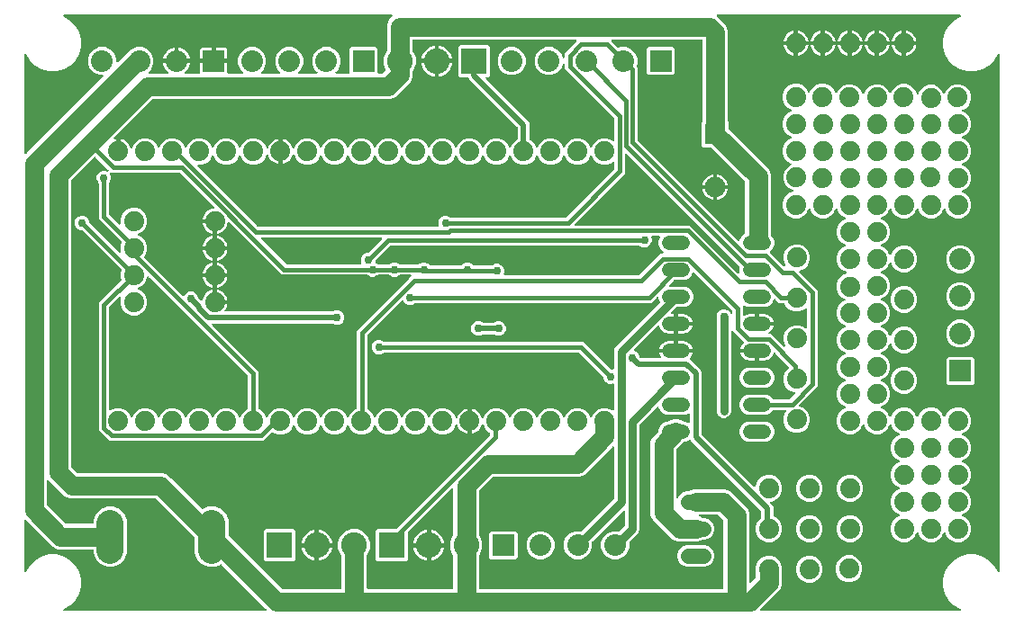
<source format=gbr>
G04 EAGLE Gerber RS-274X export*
G75*
%MOMM*%
%FSLAX34Y34*%
%LPD*%
%INBottom Copper*%
%IPPOS*%
%AMOC8*
5,1,8,0,0,1.08239X$1,22.5*%
G01*
%ADD10C,1.879600*%
%ADD11R,2.032000X2.032000*%
%ADD12C,2.032000*%
%ADD13C,1.320800*%
%ADD14R,2.413000X2.413000*%
%ADD15C,2.413000*%
%ADD16C,1.422400*%
%ADD17C,1.930400*%
%ADD18R,1.930400X1.930400*%
%ADD19C,2.540000*%
%ADD20C,0.787400*%
%ADD21C,0.762000*%
%ADD22C,0.756400*%
%ADD23C,0.381000*%
%ADD24C,1.778000*%
%ADD25C,0.508000*%

G36*
X890843Y11434D02*
X890843Y11434D01*
X890865Y11432D01*
X890983Y11454D01*
X891101Y11471D01*
X891121Y11479D01*
X891142Y11483D01*
X891249Y11537D01*
X891358Y11587D01*
X891374Y11601D01*
X891394Y11610D01*
X891481Y11692D01*
X891572Y11770D01*
X891584Y11788D01*
X891600Y11803D01*
X891661Y11906D01*
X891727Y12006D01*
X891733Y12027D01*
X891744Y12045D01*
X891774Y12161D01*
X891809Y12276D01*
X891809Y12297D01*
X891815Y12318D01*
X891811Y12438D01*
X891813Y12558D01*
X891807Y12579D01*
X891806Y12600D01*
X891770Y12714D01*
X891738Y12830D01*
X891726Y12848D01*
X891720Y12868D01*
X891653Y12967D01*
X891590Y13070D01*
X891574Y13084D01*
X891561Y13102D01*
X891490Y13159D01*
X891380Y13259D01*
X891347Y13275D01*
X891321Y13295D01*
X885324Y16758D01*
X880358Y21724D01*
X876847Y27806D01*
X875029Y34589D01*
X875029Y41611D01*
X876847Y48394D01*
X880358Y54476D01*
X885324Y59442D01*
X891406Y62953D01*
X898189Y64771D01*
X905211Y64771D01*
X911994Y62953D01*
X918076Y59442D01*
X923042Y54476D01*
X926505Y48479D01*
X926518Y48462D01*
X926527Y48442D01*
X926605Y48351D01*
X926679Y48257D01*
X926696Y48244D01*
X926710Y48228D01*
X926811Y48162D01*
X926908Y48092D01*
X926928Y48085D01*
X926946Y48073D01*
X927061Y48038D01*
X927174Y47998D01*
X927195Y47997D01*
X927216Y47991D01*
X927336Y47989D01*
X927455Y47983D01*
X927476Y47987D01*
X927498Y47987D01*
X927613Y48019D01*
X927730Y48046D01*
X927749Y48057D01*
X927770Y48062D01*
X927872Y48125D01*
X927976Y48184D01*
X927991Y48199D01*
X928010Y48210D01*
X928090Y48299D01*
X928174Y48385D01*
X928184Y48404D01*
X928199Y48420D01*
X928251Y48528D01*
X928308Y48633D01*
X928312Y48654D01*
X928322Y48674D01*
X928336Y48764D01*
X928367Y48909D01*
X928364Y48946D01*
X928369Y48978D01*
X928369Y535222D01*
X928366Y535243D01*
X928368Y535265D01*
X928346Y535383D01*
X928329Y535501D01*
X928321Y535521D01*
X928317Y535542D01*
X928263Y535649D01*
X928213Y535758D01*
X928199Y535774D01*
X928190Y535794D01*
X928108Y535881D01*
X928030Y535972D01*
X928012Y535984D01*
X927997Y536000D01*
X927894Y536061D01*
X927794Y536127D01*
X927773Y536133D01*
X927755Y536144D01*
X927639Y536174D01*
X927524Y536209D01*
X927503Y536209D01*
X927482Y536215D01*
X927362Y536211D01*
X927242Y536213D01*
X927221Y536207D01*
X927200Y536206D01*
X927086Y536170D01*
X926970Y536138D01*
X926952Y536126D01*
X926932Y536120D01*
X926833Y536053D01*
X926730Y535990D01*
X926716Y535974D01*
X926698Y535961D01*
X926641Y535890D01*
X926541Y535780D01*
X926525Y535747D01*
X926505Y535721D01*
X923042Y529724D01*
X918076Y524758D01*
X911994Y521247D01*
X905211Y519429D01*
X898189Y519429D01*
X891406Y521247D01*
X885324Y524758D01*
X880358Y529724D01*
X876847Y535806D01*
X875029Y542589D01*
X875029Y549611D01*
X876847Y556394D01*
X880358Y562476D01*
X885324Y567442D01*
X891321Y570905D01*
X891338Y570918D01*
X891358Y570927D01*
X891449Y571005D01*
X891543Y571079D01*
X891556Y571096D01*
X891572Y571110D01*
X891638Y571211D01*
X891708Y571308D01*
X891715Y571328D01*
X891727Y571346D01*
X891762Y571461D01*
X891802Y571574D01*
X891803Y571595D01*
X891809Y571616D01*
X891811Y571736D01*
X891817Y571855D01*
X891813Y571876D01*
X891813Y571898D01*
X891781Y572013D01*
X891754Y572130D01*
X891743Y572149D01*
X891738Y572170D01*
X891675Y572272D01*
X891616Y572376D01*
X891601Y572391D01*
X891590Y572410D01*
X891501Y572490D01*
X891415Y572574D01*
X891396Y572584D01*
X891380Y572599D01*
X891272Y572651D01*
X891167Y572708D01*
X891146Y572712D01*
X891126Y572722D01*
X891036Y572736D01*
X890891Y572767D01*
X890854Y572764D01*
X890822Y572769D01*
X663187Y572769D01*
X663155Y572765D01*
X663123Y572767D01*
X663016Y572745D01*
X662908Y572729D01*
X662878Y572716D01*
X662847Y572710D01*
X662750Y572658D01*
X662651Y572613D01*
X662626Y572592D01*
X662598Y572577D01*
X662520Y572501D01*
X662437Y572430D01*
X662419Y572403D01*
X662396Y572380D01*
X662342Y572285D01*
X662282Y572194D01*
X662273Y572163D01*
X662257Y572135D01*
X662232Y572028D01*
X662200Y571924D01*
X662199Y571892D01*
X662192Y571861D01*
X662197Y571751D01*
X662196Y571642D01*
X662205Y571611D01*
X662206Y571579D01*
X662242Y571476D01*
X662271Y571370D01*
X662288Y571343D01*
X662299Y571312D01*
X662352Y571239D01*
X662419Y571130D01*
X662455Y571098D01*
X662480Y571063D01*
X670959Y562585D01*
X672777Y558197D01*
X672777Y472662D01*
X672791Y472567D01*
X672795Y472471D01*
X672810Y472428D01*
X672817Y472383D01*
X672856Y472295D01*
X672888Y472204D01*
X672913Y472170D01*
X672933Y472126D01*
X673016Y472029D01*
X673070Y471955D01*
X673539Y471486D01*
X673539Y465168D01*
X673552Y465073D01*
X673557Y464977D01*
X673572Y464934D01*
X673579Y464889D01*
X673618Y464802D01*
X673650Y464711D01*
X673675Y464676D01*
X673695Y464632D01*
X673778Y464535D01*
X673832Y464462D01*
X711161Y427132D01*
X712979Y422744D01*
X712979Y365863D01*
X712992Y365768D01*
X712997Y365672D01*
X713012Y365629D01*
X713019Y365584D01*
X713058Y365496D01*
X713090Y365405D01*
X713115Y365371D01*
X713135Y365327D01*
X713218Y365229D01*
X713271Y365156D01*
X714889Y363539D01*
X716358Y359991D01*
X716358Y356151D01*
X714889Y352603D01*
X712593Y350307D01*
X712554Y350256D01*
X712508Y350211D01*
X712470Y350144D01*
X712423Y350082D01*
X712401Y350021D01*
X712369Y349966D01*
X712351Y349890D01*
X712324Y349818D01*
X712319Y349754D01*
X712304Y349691D01*
X712308Y349614D01*
X712302Y349537D01*
X712315Y349474D01*
X712318Y349409D01*
X712344Y349336D01*
X712360Y349260D01*
X712390Y349204D01*
X712411Y349143D01*
X712452Y349086D01*
X712492Y349012D01*
X712551Y348951D01*
X712593Y348894D01*
X713589Y347898D01*
X725219Y336268D01*
X725288Y336216D01*
X725351Y336157D01*
X725400Y336132D01*
X725444Y336099D01*
X725526Y336068D01*
X725603Y336029D01*
X725657Y336019D01*
X725708Y335999D01*
X725795Y335992D01*
X725880Y335976D01*
X725935Y335982D01*
X725989Y335977D01*
X726074Y335995D01*
X726161Y336003D01*
X726212Y336024D01*
X726265Y336035D01*
X726342Y336076D01*
X726423Y336108D01*
X726466Y336142D01*
X726514Y336167D01*
X726577Y336228D01*
X726645Y336281D01*
X726677Y336326D01*
X726716Y336364D01*
X726759Y336440D01*
X726810Y336510D01*
X726828Y336562D01*
X726855Y336610D01*
X726875Y336694D01*
X726905Y336776D01*
X726908Y336830D01*
X726920Y336884D01*
X726916Y336971D01*
X726921Y337057D01*
X726909Y337107D01*
X726906Y337166D01*
X726869Y337273D01*
X726848Y337357D01*
X725068Y341656D01*
X725068Y346608D01*
X726963Y351182D01*
X730464Y354684D01*
X735039Y356579D01*
X739990Y356579D01*
X744565Y354684D01*
X748066Y351182D01*
X749961Y346608D01*
X749961Y341656D01*
X748066Y337081D01*
X744565Y333580D01*
X740364Y331840D01*
X740262Y331780D01*
X740157Y331724D01*
X740141Y331708D01*
X740121Y331696D01*
X740040Y331610D01*
X739955Y331527D01*
X739944Y331507D01*
X739928Y331491D01*
X739874Y331385D01*
X739816Y331282D01*
X739811Y331259D01*
X739800Y331239D01*
X739778Y331123D01*
X739751Y331007D01*
X739752Y330984D01*
X739748Y330962D01*
X739759Y330844D01*
X739765Y330726D01*
X739773Y330704D01*
X739775Y330681D01*
X739819Y330571D01*
X739858Y330459D01*
X739871Y330442D01*
X739879Y330419D01*
X739994Y330273D01*
X740040Y330210D01*
X757111Y313138D01*
X757111Y222865D01*
X753917Y219671D01*
X739941Y205695D01*
X739870Y205600D01*
X739794Y205508D01*
X739785Y205487D01*
X739771Y205469D01*
X739730Y205358D01*
X739683Y205249D01*
X739680Y205226D01*
X739672Y205205D01*
X739663Y205087D01*
X739648Y204969D01*
X739652Y204947D01*
X739650Y204924D01*
X739674Y204808D01*
X739693Y204691D01*
X739703Y204670D01*
X739708Y204648D01*
X739763Y204543D01*
X739814Y204436D01*
X739829Y204419D01*
X739840Y204399D01*
X739923Y204314D01*
X740002Y204225D01*
X740020Y204214D01*
X740037Y204197D01*
X740199Y204105D01*
X740265Y204065D01*
X744565Y202284D01*
X748066Y198782D01*
X749961Y194208D01*
X749961Y189256D01*
X748066Y184681D01*
X744565Y181180D01*
X739990Y179285D01*
X735039Y179285D01*
X730464Y181180D01*
X726963Y184681D01*
X725068Y189256D01*
X725068Y194208D01*
X726963Y198782D01*
X727451Y199271D01*
X727470Y199297D01*
X727495Y199318D01*
X727555Y199409D01*
X727620Y199496D01*
X727632Y199527D01*
X727649Y199554D01*
X727681Y199658D01*
X727720Y199760D01*
X727722Y199793D01*
X727732Y199823D01*
X727733Y199933D01*
X727742Y200042D01*
X727735Y200073D01*
X727736Y200105D01*
X727706Y200211D01*
X727684Y200318D01*
X727669Y200346D01*
X727660Y200377D01*
X727603Y200470D01*
X727552Y200567D01*
X727529Y200590D01*
X727512Y200617D01*
X727431Y200690D01*
X727355Y200769D01*
X727327Y200785D01*
X727303Y200806D01*
X727205Y200854D01*
X727110Y200908D01*
X727078Y200915D01*
X727049Y200929D01*
X726960Y200943D01*
X726835Y200973D01*
X726787Y200970D01*
X726745Y200977D01*
X715877Y200977D01*
X715867Y200975D01*
X715858Y200977D01*
X715728Y200956D01*
X715598Y200937D01*
X715589Y200933D01*
X715580Y200932D01*
X715460Y200875D01*
X715341Y200821D01*
X715333Y200815D01*
X715325Y200811D01*
X715226Y200722D01*
X715126Y200637D01*
X715121Y200629D01*
X715114Y200623D01*
X715074Y200557D01*
X714972Y200401D01*
X714965Y200378D01*
X714954Y200360D01*
X714889Y200203D01*
X712173Y197488D01*
X708626Y196018D01*
X691577Y196018D01*
X688030Y197488D01*
X685314Y200203D01*
X683845Y203751D01*
X683845Y207591D01*
X685314Y211139D01*
X688030Y213854D01*
X691577Y215324D01*
X708626Y215324D01*
X712173Y213854D01*
X714851Y211177D01*
X714928Y211119D01*
X714999Y211055D01*
X715040Y211035D01*
X715076Y211008D01*
X715166Y210974D01*
X715253Y210932D01*
X715295Y210925D01*
X715340Y210908D01*
X715468Y210898D01*
X715557Y210884D01*
X730705Y210884D01*
X730800Y210898D01*
X730896Y210903D01*
X730939Y210918D01*
X730984Y210924D01*
X731072Y210964D01*
X731163Y210995D01*
X731197Y211020D01*
X731241Y211040D01*
X731339Y211123D01*
X731412Y211177D01*
X735914Y215679D01*
X735934Y215705D01*
X735958Y215726D01*
X736018Y215818D01*
X736084Y215905D01*
X736095Y215935D01*
X736113Y215962D01*
X736144Y216067D01*
X736183Y216169D01*
X736186Y216201D01*
X736195Y216232D01*
X736196Y216341D01*
X736205Y216450D01*
X736198Y216482D01*
X736199Y216514D01*
X736169Y216619D01*
X736147Y216726D01*
X736132Y216754D01*
X736123Y216786D01*
X736066Y216879D01*
X736015Y216975D01*
X735992Y216998D01*
X735975Y217026D01*
X735894Y217099D01*
X735818Y217177D01*
X735790Y217193D01*
X735766Y217215D01*
X735668Y217262D01*
X735573Y217316D01*
X735541Y217324D01*
X735512Y217338D01*
X735423Y217352D01*
X735298Y217381D01*
X735250Y217379D01*
X735208Y217385D01*
X735039Y217385D01*
X730464Y219280D01*
X726963Y222781D01*
X725068Y227356D01*
X725068Y232308D01*
X726963Y236882D01*
X730098Y240018D01*
X730137Y240069D01*
X730183Y240114D01*
X730221Y240182D01*
X730267Y240244D01*
X730290Y240304D01*
X730322Y240360D01*
X730340Y240435D01*
X730367Y240507D01*
X730372Y240571D01*
X730387Y240634D01*
X730383Y240712D01*
X730389Y240789D01*
X730376Y240851D01*
X730372Y240916D01*
X730347Y240989D01*
X730331Y241065D01*
X730301Y241121D01*
X730280Y241182D01*
X730239Y241239D01*
X730199Y241314D01*
X730140Y241375D01*
X730098Y241431D01*
X717190Y254339D01*
X717130Y254384D01*
X717076Y254437D01*
X717018Y254469D01*
X716965Y254508D01*
X716894Y254535D01*
X716827Y254571D01*
X716763Y254585D01*
X716701Y254608D01*
X716625Y254614D01*
X716552Y254630D01*
X716486Y254625D01*
X716420Y254630D01*
X716346Y254614D01*
X716270Y254609D01*
X716208Y254586D01*
X716143Y254572D01*
X716077Y254537D01*
X716006Y254510D01*
X715953Y254471D01*
X715894Y254440D01*
X715840Y254387D01*
X715780Y254342D01*
X715740Y254289D01*
X715692Y254243D01*
X715655Y254177D01*
X715610Y254117D01*
X715589Y254060D01*
X715553Y253998D01*
X715531Y253902D01*
X715504Y253828D01*
X715499Y253804D01*
X714809Y252140D01*
X713809Y250642D01*
X712535Y249368D01*
X711037Y248367D01*
X709373Y247678D01*
X707606Y247326D01*
X702101Y247326D01*
X702101Y255471D01*
X702092Y255535D01*
X702092Y255599D01*
X702072Y255674D01*
X702061Y255750D01*
X702034Y255809D01*
X702017Y255871D01*
X701977Y255937D01*
X701945Y256007D01*
X701903Y256056D01*
X701869Y256111D01*
X701812Y256163D01*
X701761Y256221D01*
X701707Y256257D01*
X701660Y256300D01*
X701590Y256333D01*
X701525Y256376D01*
X701464Y256395D01*
X701406Y256423D01*
X701337Y256434D01*
X701256Y256458D01*
X701171Y256459D01*
X701101Y256470D01*
X700101Y256470D01*
X700101Y257471D01*
X700092Y257535D01*
X700092Y257599D01*
X700072Y257674D01*
X700061Y257750D01*
X700034Y257809D01*
X700017Y257871D01*
X699976Y257937D01*
X699945Y258007D01*
X699903Y258056D01*
X699869Y258111D01*
X699812Y258163D01*
X699761Y258222D01*
X699707Y258257D01*
X699660Y258300D01*
X699590Y258334D01*
X699525Y258376D01*
X699464Y258395D01*
X699406Y258423D01*
X699337Y258434D01*
X699255Y258458D01*
X699171Y258460D01*
X699101Y258470D01*
X684571Y258470D01*
X684704Y259139D01*
X685394Y260803D01*
X686394Y262301D01*
X687612Y263518D01*
X687650Y263569D01*
X687696Y263614D01*
X687734Y263682D01*
X687781Y263744D01*
X687804Y263804D01*
X687835Y263860D01*
X687853Y263935D01*
X687881Y264007D01*
X687885Y264071D01*
X687900Y264134D01*
X687896Y264212D01*
X687902Y264289D01*
X687889Y264352D01*
X687886Y264416D01*
X687861Y264489D01*
X687845Y264565D01*
X687814Y264622D01*
X687793Y264682D01*
X687752Y264739D01*
X687712Y264814D01*
X687673Y264855D01*
X687656Y264881D01*
X687633Y264901D01*
X687612Y264931D01*
X687031Y265512D01*
X687030Y265512D01*
X677474Y275069D01*
X677448Y275089D01*
X677427Y275113D01*
X677335Y275173D01*
X677248Y275239D01*
X677218Y275250D01*
X677191Y275268D01*
X677086Y275300D01*
X676984Y275338D01*
X676952Y275341D01*
X676921Y275350D01*
X676812Y275351D01*
X676703Y275360D01*
X676671Y275353D01*
X676639Y275354D01*
X676534Y275325D01*
X676427Y275302D01*
X676398Y275287D01*
X676367Y275279D01*
X676274Y275221D01*
X676178Y275170D01*
X676155Y275147D01*
X676127Y275130D01*
X676054Y275049D01*
X675976Y274973D01*
X675960Y274945D01*
X675938Y274921D01*
X675891Y274823D01*
X675837Y274728D01*
X675829Y274696D01*
X675815Y274667D01*
X675801Y274578D01*
X675772Y274453D01*
X675774Y274405D01*
X675768Y274363D01*
X675768Y198724D01*
X674724Y196203D01*
X672794Y194274D01*
X670273Y193230D01*
X667545Y193230D01*
X665024Y194274D01*
X663094Y196203D01*
X662050Y198724D01*
X662050Y290099D01*
X663094Y292620D01*
X665024Y294549D01*
X667545Y295593D01*
X670273Y295593D01*
X672794Y294549D01*
X674724Y292620D01*
X675177Y291524D01*
X675222Y291449D01*
X675257Y291370D01*
X675293Y291329D01*
X675321Y291281D01*
X675384Y291222D01*
X675441Y291156D01*
X675487Y291126D01*
X675527Y291088D01*
X675604Y291049D01*
X675677Y291002D01*
X675729Y290986D01*
X675778Y290961D01*
X675863Y290945D01*
X675946Y290919D01*
X676001Y290919D01*
X676055Y290908D01*
X676142Y290917D01*
X676228Y290915D01*
X676281Y290930D01*
X676336Y290935D01*
X676416Y290968D01*
X676500Y290991D01*
X676547Y291020D01*
X676598Y291040D01*
X676666Y291093D01*
X676740Y291139D01*
X676777Y291180D01*
X676820Y291213D01*
X676871Y291284D01*
X676929Y291348D01*
X676953Y291398D01*
X676985Y291442D01*
X677014Y291524D01*
X677052Y291602D01*
X677060Y291652D01*
X677080Y291708D01*
X677086Y291821D01*
X677100Y291907D01*
X677100Y294016D01*
X677086Y294111D01*
X677081Y294207D01*
X677066Y294250D01*
X677060Y294295D01*
X677020Y294382D01*
X676989Y294473D01*
X676964Y294508D01*
X676944Y294552D01*
X676860Y294649D01*
X676807Y294722D01*
X641397Y330132D01*
X641303Y330203D01*
X641211Y330279D01*
X641190Y330288D01*
X641172Y330301D01*
X641061Y330343D01*
X640952Y330390D01*
X640929Y330393D01*
X640908Y330401D01*
X640790Y330410D01*
X640672Y330425D01*
X640649Y330421D01*
X640627Y330423D01*
X640511Y330399D01*
X640393Y330380D01*
X640373Y330370D01*
X640351Y330365D01*
X640246Y330309D01*
X640139Y330259D01*
X640122Y330243D01*
X640102Y330233D01*
X640017Y330150D01*
X639928Y330071D01*
X639917Y330053D01*
X639900Y330036D01*
X639808Y329874D01*
X639768Y329808D01*
X638689Y327203D01*
X635973Y324488D01*
X632426Y323018D01*
X622538Y323018D01*
X622443Y323005D01*
X622347Y323000D01*
X622304Y322985D01*
X622259Y322979D01*
X622171Y322939D01*
X622080Y322908D01*
X622046Y322882D01*
X622002Y322862D01*
X621905Y322779D01*
X621831Y322726D01*
X617735Y318630D01*
X617716Y318604D01*
X617692Y318583D01*
X617632Y318492D01*
X617566Y318404D01*
X617555Y318374D01*
X617537Y318347D01*
X617505Y318243D01*
X617467Y318140D01*
X617464Y318108D01*
X617455Y318077D01*
X617453Y317968D01*
X617445Y317859D01*
X617451Y317828D01*
X617451Y317795D01*
X617480Y317690D01*
X617502Y317583D01*
X617517Y317555D01*
X617526Y317523D01*
X617584Y317430D01*
X617635Y317334D01*
X617657Y317311D01*
X617674Y317284D01*
X617755Y317210D01*
X617832Y317132D01*
X617860Y317116D01*
X617884Y317094D01*
X617982Y317047D01*
X618077Y316993D01*
X618108Y316986D01*
X618137Y316971D01*
X618227Y316958D01*
X618351Y316928D01*
X618400Y316930D01*
X618442Y316924D01*
X632426Y316924D01*
X635973Y315454D01*
X638689Y312739D01*
X640158Y309191D01*
X640158Y305351D01*
X638689Y301803D01*
X635973Y299088D01*
X632426Y297618D01*
X624661Y297618D01*
X624566Y297605D01*
X624469Y297600D01*
X624426Y297585D01*
X624381Y297579D01*
X624294Y297539D01*
X624203Y297508D01*
X624169Y297482D01*
X624124Y297462D01*
X624027Y297379D01*
X623954Y297326D01*
X619350Y292722D01*
X619331Y292696D01*
X619306Y292675D01*
X619246Y292584D01*
X619181Y292496D01*
X619169Y292466D01*
X619152Y292439D01*
X619120Y292335D01*
X619081Y292232D01*
X619079Y292200D01*
X619069Y292169D01*
X619068Y292060D01*
X619059Y291951D01*
X619066Y291920D01*
X619065Y291887D01*
X619095Y291782D01*
X619117Y291675D01*
X619132Y291647D01*
X619141Y291615D01*
X619198Y291522D01*
X619249Y291426D01*
X619272Y291403D01*
X619289Y291376D01*
X619370Y291302D01*
X619446Y291224D01*
X619474Y291208D01*
X619498Y291186D01*
X619596Y291139D01*
X619692Y291085D01*
X619723Y291078D01*
X619752Y291063D01*
X619841Y291050D01*
X619966Y291020D01*
X620014Y291022D01*
X620057Y291016D01*
X621902Y291016D01*
X621902Y282871D01*
X621911Y282808D01*
X621910Y282743D01*
X621931Y282669D01*
X621942Y282592D01*
X621969Y282534D01*
X621986Y282472D01*
X622026Y282406D01*
X622058Y282335D01*
X622100Y282286D01*
X622134Y282232D01*
X622191Y282180D01*
X622242Y282121D01*
X622295Y282086D01*
X622343Y282043D01*
X622413Y282009D01*
X622478Y281966D01*
X622539Y281948D01*
X622597Y281920D01*
X622666Y281909D01*
X622747Y281884D01*
X622832Y281883D01*
X622902Y281872D01*
X623902Y281872D01*
X623902Y281870D01*
X622902Y281870D01*
X622838Y281861D01*
X622774Y281862D01*
X622699Y281841D01*
X622622Y281830D01*
X622564Y281804D01*
X622502Y281787D01*
X622436Y281746D01*
X622365Y281714D01*
X622317Y281673D01*
X622262Y281639D01*
X622210Y281581D01*
X622151Y281531D01*
X622116Y281477D01*
X622073Y281429D01*
X622039Y281360D01*
X621997Y281295D01*
X621978Y281233D01*
X621950Y281176D01*
X621939Y281106D01*
X621914Y281025D01*
X621913Y280940D01*
X621902Y280871D01*
X621902Y272726D01*
X616397Y272726D01*
X614630Y273078D01*
X612966Y273767D01*
X611468Y274768D01*
X610194Y276042D01*
X609194Y277540D01*
X608504Y279204D01*
X608426Y279599D01*
X608400Y279670D01*
X608385Y279744D01*
X608354Y279803D01*
X608332Y279865D01*
X608288Y279926D01*
X608253Y279993D01*
X608206Y280041D01*
X608168Y280094D01*
X608109Y280141D01*
X608056Y280195D01*
X607998Y280228D01*
X607946Y280269D01*
X607876Y280297D01*
X607810Y280334D01*
X607746Y280350D01*
X607685Y280374D01*
X607610Y280382D01*
X607536Y280399D01*
X607470Y280396D01*
X607404Y280403D01*
X607330Y280389D01*
X607254Y280385D01*
X607192Y280363D01*
X607127Y280351D01*
X607059Y280317D01*
X606988Y280292D01*
X606939Y280257D01*
X606875Y280224D01*
X606803Y280157D01*
X606739Y280111D01*
X584524Y257895D01*
X584453Y257801D01*
X584377Y257709D01*
X584368Y257688D01*
X584354Y257670D01*
X584312Y257559D01*
X584266Y257450D01*
X584263Y257427D01*
X584255Y257406D01*
X584246Y257288D01*
X584231Y257170D01*
X584235Y257148D01*
X584233Y257125D01*
X584257Y257009D01*
X584276Y256892D01*
X584286Y256871D01*
X584291Y256849D01*
X584346Y256744D01*
X584397Y256637D01*
X584412Y256620D01*
X584423Y256600D01*
X584506Y256515D01*
X584585Y256426D01*
X584603Y256415D01*
X584620Y256398D01*
X584782Y256306D01*
X584848Y256266D01*
X586609Y255536D01*
X588530Y253615D01*
X589588Y251062D01*
X589589Y251041D01*
X589604Y250998D01*
X589610Y250953D01*
X589650Y250866D01*
X589654Y250851D01*
X589656Y250847D01*
X589681Y250775D01*
X589706Y250740D01*
X589726Y250696D01*
X589810Y250599D01*
X589863Y250526D01*
X590604Y249785D01*
X590681Y249727D01*
X590752Y249663D01*
X590793Y249643D01*
X590829Y249616D01*
X590919Y249582D01*
X591006Y249540D01*
X591048Y249533D01*
X591093Y249516D01*
X591221Y249506D01*
X591310Y249492D01*
X609093Y249492D01*
X609168Y249503D01*
X609243Y249504D01*
X609307Y249523D01*
X609372Y249532D01*
X609441Y249563D01*
X609513Y249585D01*
X609569Y249621D01*
X609629Y249648D01*
X609686Y249697D01*
X609750Y249739D01*
X609793Y249789D01*
X609843Y249832D01*
X609885Y249895D01*
X609934Y249952D01*
X609962Y250012D01*
X609998Y250068D01*
X610020Y250140D01*
X610051Y250209D01*
X610061Y250274D01*
X610080Y250337D01*
X610081Y250413D01*
X610092Y250488D01*
X610083Y250553D01*
X610084Y250619D01*
X610064Y250692D01*
X610053Y250767D01*
X610028Y250822D01*
X610009Y250891D01*
X609957Y250975D01*
X609924Y251047D01*
X609194Y252140D01*
X608504Y253804D01*
X608371Y254472D01*
X622901Y254472D01*
X622965Y254481D01*
X623029Y254480D01*
X623104Y254501D01*
X623181Y254512D01*
X623239Y254538D01*
X623301Y254555D01*
X623367Y254596D01*
X623438Y254628D01*
X623486Y254670D01*
X623541Y254704D01*
X623593Y254761D01*
X623652Y254811D01*
X623687Y254865D01*
X623730Y254913D01*
X623764Y254982D01*
X623806Y255047D01*
X623825Y255109D01*
X623853Y255167D01*
X623864Y255236D01*
X623889Y255317D01*
X623890Y255402D01*
X623901Y255471D01*
X623901Y256472D01*
X623902Y256472D01*
X623902Y255471D01*
X623911Y255408D01*
X623911Y255343D01*
X623931Y255269D01*
X623942Y255192D01*
X623969Y255134D01*
X623986Y255072D01*
X624027Y255006D01*
X624058Y254935D01*
X624100Y254886D01*
X624134Y254832D01*
X624191Y254780D01*
X624242Y254721D01*
X624296Y254686D01*
X624343Y254643D01*
X624413Y254609D01*
X624478Y254566D01*
X624539Y254548D01*
X624597Y254520D01*
X624666Y254509D01*
X624748Y254484D01*
X624832Y254483D01*
X624902Y254472D01*
X639432Y254472D01*
X639299Y253804D01*
X638609Y252140D01*
X637609Y250642D01*
X637022Y250055D01*
X636984Y250004D01*
X636937Y249959D01*
X636899Y249892D01*
X636853Y249830D01*
X636830Y249770D01*
X636798Y249714D01*
X636781Y249638D01*
X636753Y249566D01*
X636748Y249502D01*
X636734Y249439D01*
X636737Y249362D01*
X636731Y249285D01*
X636745Y249222D01*
X636748Y249157D01*
X636773Y249084D01*
X636789Y249008D01*
X636819Y248952D01*
X636840Y248891D01*
X636882Y248834D01*
X636922Y248759D01*
X636981Y248699D01*
X637022Y248642D01*
X638735Y246929D01*
X638736Y246929D01*
X647358Y238306D01*
X648209Y236252D01*
X648209Y177989D01*
X648222Y177894D01*
X648227Y177798D01*
X648242Y177755D01*
X648249Y177710D01*
X648288Y177622D01*
X648320Y177531D01*
X648345Y177497D01*
X648365Y177453D01*
X648448Y177355D01*
X648501Y177282D01*
X697047Y128736D01*
X697073Y128717D01*
X697094Y128692D01*
X697186Y128632D01*
X697273Y128567D01*
X697303Y128556D01*
X697330Y128538D01*
X697435Y128506D01*
X697537Y128467D01*
X697569Y128465D01*
X697600Y128455D01*
X697709Y128454D01*
X697818Y128446D01*
X697850Y128452D01*
X697882Y128452D01*
X697987Y128481D01*
X698094Y128503D01*
X698123Y128518D01*
X698154Y128527D01*
X698247Y128584D01*
X698343Y128636D01*
X698366Y128658D01*
X698394Y128675D01*
X698467Y128756D01*
X698545Y128832D01*
X698561Y128860D01*
X698583Y128884D01*
X698630Y128983D01*
X698684Y129078D01*
X698692Y129109D01*
X698706Y129138D01*
X698720Y129227D01*
X698749Y129352D01*
X698747Y129401D01*
X698753Y129443D01*
X698753Y129476D01*
X700648Y134051D01*
X704149Y137552D01*
X708724Y139447D01*
X713676Y139447D01*
X718251Y137552D01*
X721752Y134051D01*
X723647Y129476D01*
X723647Y124524D01*
X721752Y119949D01*
X718251Y116448D01*
X713676Y114553D01*
X713643Y114553D01*
X713611Y114549D01*
X713579Y114551D01*
X713472Y114529D01*
X713364Y114513D01*
X713334Y114500D01*
X713303Y114494D01*
X713206Y114442D01*
X713107Y114397D01*
X713082Y114376D01*
X713054Y114361D01*
X712975Y114285D01*
X712892Y114214D01*
X712875Y114187D01*
X712852Y114164D01*
X712798Y114069D01*
X712738Y113978D01*
X712728Y113947D01*
X712713Y113919D01*
X712687Y113813D01*
X712655Y113708D01*
X712655Y113676D01*
X712648Y113645D01*
X712653Y113535D01*
X712652Y113426D01*
X712660Y113395D01*
X712662Y113363D01*
X712698Y113260D01*
X712727Y113154D01*
X712744Y113127D01*
X712754Y113096D01*
X712808Y113023D01*
X712875Y112914D01*
X712911Y112882D01*
X712936Y112847D01*
X714541Y111243D01*
X715392Y109189D01*
X715392Y101304D01*
X715393Y101294D01*
X715392Y101285D01*
X715413Y101155D01*
X715432Y101024D01*
X715435Y101016D01*
X715437Y101006D01*
X715494Y100887D01*
X715548Y100767D01*
X715554Y100760D01*
X715558Y100752D01*
X715646Y100653D01*
X715731Y100553D01*
X715739Y100548D01*
X715745Y100541D01*
X715811Y100501D01*
X715967Y100399D01*
X715990Y100392D01*
X716009Y100380D01*
X718251Y99452D01*
X721752Y95951D01*
X723647Y91376D01*
X723647Y86424D01*
X721752Y81849D01*
X718251Y78348D01*
X713676Y76453D01*
X708724Y76453D01*
X704149Y78348D01*
X700648Y81849D01*
X698753Y86424D01*
X698753Y91376D01*
X700648Y95951D01*
X703922Y99224D01*
X703979Y99301D01*
X704044Y99372D01*
X704064Y99413D01*
X704091Y99449D01*
X704125Y99540D01*
X704167Y99626D01*
X704173Y99668D01*
X704190Y99713D01*
X704200Y99841D01*
X704214Y99930D01*
X704214Y105348D01*
X704201Y105443D01*
X704196Y105539D01*
X704181Y105582D01*
X704174Y105627D01*
X704135Y105715D01*
X704103Y105806D01*
X704078Y105840D01*
X704058Y105884D01*
X704000Y105952D01*
X703971Y106000D01*
X703944Y106024D01*
X703922Y106055D01*
X637866Y172110D01*
X637837Y172160D01*
X637781Y172265D01*
X637765Y172281D01*
X637754Y172301D01*
X637667Y172382D01*
X637584Y172467D01*
X637564Y172478D01*
X637548Y172493D01*
X637442Y172547D01*
X637339Y172606D01*
X637317Y172611D01*
X637297Y172621D01*
X637180Y172643D01*
X637064Y172671D01*
X637042Y172670D01*
X637019Y172674D01*
X636901Y172662D01*
X636783Y172656D01*
X636761Y172649D01*
X636739Y172647D01*
X636628Y172603D01*
X636516Y172564D01*
X636499Y172551D01*
X636477Y172542D01*
X636330Y172428D01*
X636267Y172382D01*
X635973Y172088D01*
X632426Y170618D01*
X631547Y170618D01*
X631452Y170605D01*
X631355Y170600D01*
X631312Y170585D01*
X631267Y170579D01*
X631180Y170539D01*
X631089Y170508D01*
X631055Y170482D01*
X631010Y170462D01*
X630913Y170379D01*
X630840Y170326D01*
X624371Y163857D01*
X624314Y163780D01*
X624249Y163709D01*
X624229Y163668D01*
X624202Y163632D01*
X624168Y163542D01*
X624126Y163455D01*
X624120Y163413D01*
X624103Y163368D01*
X624093Y163240D01*
X624079Y163151D01*
X624079Y118282D01*
X624087Y118224D01*
X624087Y118223D01*
X624088Y118221D01*
X624091Y118196D01*
X624094Y118109D01*
X624111Y118057D01*
X624119Y118003D01*
X624154Y117924D01*
X624181Y117841D01*
X624212Y117796D01*
X624235Y117746D01*
X624291Y117680D01*
X624340Y117608D01*
X624382Y117573D01*
X624418Y117532D01*
X624491Y117484D01*
X624558Y117429D01*
X624608Y117407D01*
X624654Y117377D01*
X624737Y117352D01*
X624817Y117318D01*
X624871Y117311D01*
X624924Y117295D01*
X625011Y117294D01*
X625097Y117283D01*
X625151Y117292D01*
X625206Y117291D01*
X625290Y117314D01*
X625375Y117328D01*
X625425Y117352D01*
X625478Y117366D01*
X625552Y117412D01*
X625630Y117449D01*
X625671Y117486D01*
X625718Y117514D01*
X625776Y117579D01*
X625841Y117637D01*
X625867Y117680D01*
X625907Y117724D01*
X625956Y117826D01*
X626001Y117900D01*
X626894Y120056D01*
X629752Y122914D01*
X633487Y124461D01*
X635754Y124461D01*
X635795Y124467D01*
X635837Y124464D01*
X635921Y124484D01*
X636033Y124501D01*
X636087Y124525D01*
X636136Y124537D01*
X640245Y126239D01*
X670395Y126239D01*
X674783Y124421D01*
X690841Y108363D01*
X692659Y103975D01*
X692659Y38855D01*
X692663Y38823D01*
X692661Y38791D01*
X692683Y38684D01*
X692699Y38576D01*
X692712Y38546D01*
X692718Y38515D01*
X692770Y38418D01*
X692815Y38319D01*
X692836Y38294D01*
X692851Y38266D01*
X692927Y38188D01*
X692998Y38105D01*
X693025Y38087D01*
X693048Y38064D01*
X693143Y38010D01*
X693234Y37950D01*
X693265Y37941D01*
X693293Y37925D01*
X693400Y37900D01*
X693504Y37868D01*
X693536Y37867D01*
X693567Y37860D01*
X693677Y37865D01*
X693786Y37864D01*
X693817Y37873D01*
X693849Y37874D01*
X693952Y37910D01*
X694058Y37939D01*
X694085Y37956D01*
X694116Y37967D01*
X694189Y38020D01*
X694298Y38087D01*
X694330Y38123D01*
X694365Y38148D01*
X698969Y42753D01*
X699026Y42829D01*
X699091Y42901D01*
X699111Y42942D01*
X699138Y42978D01*
X699172Y43068D01*
X699214Y43155D01*
X699220Y43197D01*
X699237Y43242D01*
X699247Y43370D01*
X699261Y43459D01*
X699261Y46899D01*
X699255Y46940D01*
X699258Y46982D01*
X699238Y47066D01*
X699221Y47178D01*
X699197Y47232D01*
X699185Y47281D01*
X698753Y48324D01*
X698753Y53276D01*
X700648Y57851D01*
X704149Y61352D01*
X708724Y63247D01*
X713676Y63247D01*
X718251Y61352D01*
X721752Y57851D01*
X723647Y53276D01*
X723647Y48324D01*
X723215Y47281D01*
X723204Y47241D01*
X723186Y47204D01*
X723173Y47118D01*
X723145Y47008D01*
X723147Y46949D01*
X723139Y46899D01*
X723139Y35725D01*
X721321Y31337D01*
X717822Y27838D01*
X703120Y13137D01*
X703101Y13111D01*
X703077Y13090D01*
X703017Y12998D01*
X702951Y12911D01*
X702940Y12881D01*
X702922Y12854D01*
X702890Y12749D01*
X702852Y12647D01*
X702849Y12615D01*
X702840Y12584D01*
X702838Y12475D01*
X702830Y12366D01*
X702836Y12334D01*
X702836Y12302D01*
X702865Y12197D01*
X702887Y12090D01*
X702903Y12061D01*
X702911Y12030D01*
X702969Y11937D01*
X703020Y11841D01*
X703042Y11818D01*
X703059Y11790D01*
X703140Y11717D01*
X703217Y11639D01*
X703245Y11623D01*
X703269Y11601D01*
X703367Y11554D01*
X703462Y11500D01*
X703493Y11492D01*
X703522Y11478D01*
X703612Y11464D01*
X703737Y11435D01*
X703785Y11437D01*
X703827Y11431D01*
X890822Y11431D01*
X890843Y11434D01*
G37*
G36*
X308433Y32268D02*
X308433Y32268D01*
X308497Y32267D01*
X308572Y32288D01*
X308648Y32299D01*
X308707Y32325D01*
X308769Y32342D01*
X308835Y32383D01*
X308905Y32415D01*
X308954Y32457D01*
X309009Y32490D01*
X309061Y32548D01*
X309119Y32598D01*
X309155Y32652D01*
X309198Y32700D01*
X309231Y32769D01*
X309274Y32834D01*
X309293Y32896D01*
X309321Y32953D01*
X309331Y33023D01*
X309356Y33104D01*
X309357Y33189D01*
X309368Y33258D01*
X309368Y63532D01*
X309355Y63627D01*
X309350Y63723D01*
X309335Y63766D01*
X309328Y63811D01*
X309289Y63898D01*
X309257Y63989D01*
X309232Y64024D01*
X309212Y64068D01*
X309129Y64165D01*
X309075Y64238D01*
X308494Y64820D01*
X306193Y70375D01*
X306193Y76387D01*
X308494Y81942D01*
X312746Y86194D01*
X318301Y88495D01*
X324313Y88495D01*
X329868Y86194D01*
X334120Y81942D01*
X336421Y76387D01*
X336421Y70375D01*
X334120Y64820D01*
X333538Y64238D01*
X333481Y64161D01*
X333416Y64090D01*
X333396Y64049D01*
X333369Y64013D01*
X333335Y63923D01*
X333293Y63836D01*
X333287Y63794D01*
X333270Y63749D01*
X333260Y63621D01*
X333246Y63532D01*
X333246Y33258D01*
X333255Y33194D01*
X333254Y33130D01*
X333275Y33055D01*
X333285Y32979D01*
X333312Y32920D01*
X333329Y32858D01*
X333370Y32792D01*
X333402Y32722D01*
X333443Y32673D01*
X333477Y32618D01*
X333535Y32566D01*
X333585Y32508D01*
X333639Y32472D01*
X333687Y32429D01*
X333756Y32396D01*
X333821Y32353D01*
X333883Y32334D01*
X333940Y32306D01*
X334010Y32295D01*
X334091Y32271D01*
X334175Y32270D01*
X334245Y32259D01*
X413769Y32259D01*
X413833Y32268D01*
X413897Y32267D01*
X413972Y32288D01*
X414048Y32299D01*
X414107Y32325D01*
X414169Y32342D01*
X414235Y32383D01*
X414305Y32415D01*
X414354Y32457D01*
X414409Y32490D01*
X414461Y32548D01*
X414519Y32598D01*
X414555Y32652D01*
X414598Y32700D01*
X414631Y32769D01*
X414674Y32834D01*
X414693Y32896D01*
X414721Y32953D01*
X414731Y33023D01*
X414756Y33104D01*
X414757Y33189D01*
X414768Y33258D01*
X414768Y63532D01*
X414755Y63627D01*
X414750Y63723D01*
X414735Y63766D01*
X414728Y63811D01*
X414689Y63898D01*
X414657Y63989D01*
X414632Y64024D01*
X414612Y64068D01*
X414529Y64165D01*
X414475Y64238D01*
X413894Y64820D01*
X411593Y70375D01*
X411593Y76387D01*
X413894Y81942D01*
X414475Y82523D01*
X414533Y82600D01*
X414598Y82672D01*
X414617Y82713D01*
X414645Y82749D01*
X414679Y82839D01*
X414721Y82925D01*
X414727Y82968D01*
X414744Y83013D01*
X414754Y83141D01*
X414768Y83230D01*
X414768Y126395D01*
X414764Y126427D01*
X414766Y126459D01*
X414744Y126566D01*
X414728Y126674D01*
X414715Y126703D01*
X414708Y126735D01*
X414657Y126831D01*
X414612Y126931D01*
X414591Y126955D01*
X414576Y126984D01*
X414500Y127062D01*
X414429Y127145D01*
X414402Y127163D01*
X414379Y127186D01*
X414284Y127240D01*
X414193Y127300D01*
X414162Y127309D01*
X414134Y127325D01*
X414027Y127350D01*
X413923Y127382D01*
X413891Y127382D01*
X413859Y127390D01*
X413750Y127384D01*
X413641Y127386D01*
X413610Y127377D01*
X413578Y127375D01*
X413475Y127340D01*
X413369Y127310D01*
X413342Y127294D01*
X413311Y127283D01*
X413238Y127230D01*
X413129Y127162D01*
X413097Y127126D01*
X413062Y127101D01*
X372113Y86152D01*
X372056Y86075D01*
X371991Y86004D01*
X371971Y85963D01*
X371944Y85927D01*
X371910Y85837D01*
X371868Y85750D01*
X371862Y85708D01*
X371845Y85663D01*
X371835Y85536D01*
X371833Y85529D01*
X371833Y85522D01*
X371821Y85446D01*
X371821Y60053D01*
X370035Y58267D01*
X343379Y58267D01*
X341593Y60053D01*
X341593Y86709D01*
X343379Y88495D01*
X360031Y88495D01*
X360125Y88508D01*
X360222Y88513D01*
X360265Y88528D01*
X360310Y88534D01*
X360397Y88574D01*
X360488Y88606D01*
X360523Y88631D01*
X360567Y88651D01*
X360664Y88734D01*
X360737Y88787D01*
X448969Y177019D01*
X449027Y177096D01*
X449091Y177167D01*
X449111Y177208D01*
X449138Y177245D01*
X449172Y177335D01*
X449214Y177421D01*
X449221Y177463D01*
X449238Y177509D01*
X449248Y177636D01*
X449262Y177726D01*
X449262Y178450D01*
X449260Y178460D01*
X449262Y178469D01*
X449241Y178599D01*
X449222Y178729D01*
X449218Y178738D01*
X449217Y178747D01*
X449160Y178867D01*
X449106Y178986D01*
X449100Y178994D01*
X449095Y179002D01*
X449008Y179101D01*
X448922Y179201D01*
X448914Y179206D01*
X448908Y179213D01*
X448842Y179253D01*
X448686Y179355D01*
X448663Y179362D01*
X448645Y179373D01*
X448281Y179524D01*
X444780Y183025D01*
X443247Y186727D01*
X443210Y186789D01*
X443183Y186855D01*
X443139Y186909D01*
X443103Y186970D01*
X443051Y187019D01*
X443006Y187075D01*
X442949Y187115D01*
X442897Y187163D01*
X442834Y187195D01*
X442775Y187236D01*
X442709Y187259D01*
X442646Y187291D01*
X442576Y187304D01*
X442508Y187327D01*
X442438Y187330D01*
X442369Y187343D01*
X442298Y187336D01*
X442226Y187339D01*
X442158Y187323D01*
X442088Y187316D01*
X442022Y187290D01*
X441952Y187273D01*
X441891Y187238D01*
X441826Y187212D01*
X441770Y187168D01*
X441708Y187132D01*
X441659Y187081D01*
X441604Y187038D01*
X441562Y186980D01*
X441512Y186929D01*
X441483Y186871D01*
X441439Y186809D01*
X441413Y186738D01*
X441404Y186723D01*
X441397Y186700D01*
X441373Y186654D01*
X440996Y185493D01*
X440143Y183818D01*
X439038Y182298D01*
X437710Y180969D01*
X436189Y179865D01*
X434515Y179012D01*
X432728Y178431D01*
X431931Y178305D01*
X431931Y189076D01*
X431922Y189139D01*
X431923Y189204D01*
X431902Y189278D01*
X431891Y189355D01*
X431865Y189413D01*
X431848Y189475D01*
X431807Y189541D01*
X431775Y189612D01*
X431733Y189661D01*
X431700Y189715D01*
X431642Y189767D01*
X431592Y189826D01*
X431538Y189861D01*
X431490Y189904D01*
X431421Y189938D01*
X431356Y189981D01*
X431294Y189999D01*
X431236Y190027D01*
X431167Y190038D01*
X431086Y190063D01*
X431001Y190064D01*
X430932Y190075D01*
X428932Y190075D01*
X428868Y190066D01*
X428804Y190067D01*
X428729Y190046D01*
X428653Y190035D01*
X428594Y190009D01*
X428532Y189991D01*
X428466Y189951D01*
X428396Y189919D01*
X428347Y189877D01*
X428292Y189843D01*
X428240Y189786D01*
X428181Y189735D01*
X428146Y189682D01*
X428103Y189634D01*
X428069Y189564D01*
X428027Y189500D01*
X428008Y189438D01*
X427980Y189380D01*
X427969Y189311D01*
X427945Y189230D01*
X427944Y189145D01*
X427933Y189076D01*
X427933Y178305D01*
X427136Y178431D01*
X425349Y179012D01*
X423675Y179865D01*
X422154Y180969D01*
X420826Y182298D01*
X419721Y183818D01*
X418868Y185493D01*
X418491Y186654D01*
X418474Y186687D01*
X418471Y186699D01*
X418459Y186718D01*
X418437Y186786D01*
X418397Y186844D01*
X418367Y186907D01*
X418318Y186960D01*
X418278Y187019D01*
X418224Y187063D01*
X418177Y187115D01*
X418116Y187153D01*
X418061Y187198D01*
X417996Y187226D01*
X417936Y187262D01*
X417867Y187281D01*
X417801Y187309D01*
X417732Y187318D01*
X417664Y187336D01*
X417592Y187335D01*
X417522Y187344D01*
X417452Y187333D01*
X417382Y187331D01*
X417314Y187310D01*
X417243Y187299D01*
X417180Y187269D01*
X417112Y187248D01*
X417053Y187209D01*
X416988Y187178D01*
X416936Y187131D01*
X416877Y187092D01*
X416831Y187038D01*
X416778Y186990D01*
X416744Y186936D01*
X416695Y186877D01*
X416657Y186792D01*
X416617Y186727D01*
X415084Y183025D01*
X411582Y179524D01*
X407008Y177629D01*
X402056Y177629D01*
X397481Y179524D01*
X393980Y183025D01*
X392755Y185983D01*
X392739Y186010D01*
X392729Y186041D01*
X392667Y186131D01*
X392611Y186225D01*
X392588Y186247D01*
X392570Y186274D01*
X392485Y186344D01*
X392406Y186418D01*
X392377Y186433D01*
X392352Y186453D01*
X392252Y186497D01*
X392154Y186546D01*
X392123Y186552D01*
X392093Y186565D01*
X391985Y186578D01*
X391877Y186598D01*
X391845Y186595D01*
X391813Y186599D01*
X391705Y186582D01*
X391596Y186571D01*
X391567Y186559D01*
X391535Y186554D01*
X391436Y186507D01*
X391335Y186467D01*
X391309Y186447D01*
X391280Y186433D01*
X391198Y186361D01*
X391112Y186293D01*
X391093Y186267D01*
X391069Y186246D01*
X391022Y186169D01*
X390947Y186065D01*
X390931Y186019D01*
X390909Y185983D01*
X389684Y183025D01*
X386182Y179524D01*
X381608Y177629D01*
X376656Y177629D01*
X372081Y179524D01*
X368580Y183025D01*
X367355Y185983D01*
X367339Y186010D01*
X367329Y186041D01*
X367267Y186131D01*
X367211Y186225D01*
X367188Y186247D01*
X367170Y186274D01*
X367085Y186344D01*
X367006Y186418D01*
X366977Y186433D01*
X366952Y186453D01*
X366852Y186497D01*
X366754Y186546D01*
X366723Y186552D01*
X366693Y186565D01*
X366585Y186578D01*
X366477Y186598D01*
X366445Y186595D01*
X366413Y186599D01*
X366305Y186582D01*
X366196Y186571D01*
X366167Y186559D01*
X366135Y186554D01*
X366036Y186507D01*
X365935Y186467D01*
X365909Y186447D01*
X365880Y186433D01*
X365798Y186361D01*
X365712Y186293D01*
X365693Y186267D01*
X365669Y186246D01*
X365622Y186169D01*
X365547Y186065D01*
X365531Y186019D01*
X365509Y185983D01*
X364284Y183025D01*
X360782Y179524D01*
X356208Y177629D01*
X351256Y177629D01*
X346681Y179524D01*
X343180Y183025D01*
X341955Y185983D01*
X341939Y186010D01*
X341929Y186041D01*
X341867Y186131D01*
X341811Y186225D01*
X341788Y186247D01*
X341770Y186274D01*
X341685Y186344D01*
X341606Y186418D01*
X341577Y186433D01*
X341552Y186453D01*
X341452Y186497D01*
X341354Y186546D01*
X341323Y186552D01*
X341293Y186565D01*
X341185Y186578D01*
X341077Y186598D01*
X341045Y186595D01*
X341013Y186599D01*
X340905Y186582D01*
X340796Y186571D01*
X340767Y186559D01*
X340735Y186554D01*
X340636Y186507D01*
X340535Y186467D01*
X340509Y186447D01*
X340480Y186433D01*
X340398Y186361D01*
X340312Y186293D01*
X340293Y186267D01*
X340269Y186246D01*
X340222Y186169D01*
X340147Y186065D01*
X340131Y186019D01*
X340109Y185983D01*
X338884Y183025D01*
X335382Y179524D01*
X330808Y177629D01*
X325856Y177629D01*
X321281Y179524D01*
X317780Y183025D01*
X316555Y185983D01*
X316539Y186010D01*
X316529Y186041D01*
X316467Y186131D01*
X316411Y186225D01*
X316388Y186247D01*
X316370Y186274D01*
X316285Y186344D01*
X316206Y186418D01*
X316177Y186433D01*
X316152Y186453D01*
X316052Y186497D01*
X315954Y186546D01*
X315923Y186552D01*
X315893Y186565D01*
X315785Y186578D01*
X315677Y186598D01*
X315645Y186595D01*
X315613Y186599D01*
X315505Y186582D01*
X315396Y186571D01*
X315367Y186559D01*
X315335Y186554D01*
X315236Y186507D01*
X315135Y186467D01*
X315109Y186447D01*
X315080Y186433D01*
X314998Y186361D01*
X314912Y186293D01*
X314893Y186267D01*
X314869Y186246D01*
X314822Y186169D01*
X314747Y186065D01*
X314731Y186019D01*
X314709Y185983D01*
X313484Y183025D01*
X309982Y179524D01*
X305408Y177629D01*
X300456Y177629D01*
X295881Y179524D01*
X292380Y183025D01*
X291155Y185983D01*
X291139Y186011D01*
X291129Y186041D01*
X291067Y186131D01*
X291011Y186225D01*
X290988Y186247D01*
X290970Y186274D01*
X290885Y186344D01*
X290806Y186418D01*
X290777Y186433D01*
X290752Y186453D01*
X290652Y186497D01*
X290554Y186546D01*
X290523Y186552D01*
X290493Y186565D01*
X290385Y186578D01*
X290277Y186599D01*
X290245Y186595D01*
X290213Y186599D01*
X290105Y186582D01*
X289996Y186571D01*
X289967Y186559D01*
X289935Y186554D01*
X289836Y186507D01*
X289735Y186467D01*
X289709Y186447D01*
X289680Y186433D01*
X289598Y186360D01*
X289512Y186293D01*
X289493Y186267D01*
X289469Y186246D01*
X289422Y186168D01*
X289347Y186065D01*
X289331Y186019D01*
X289309Y185983D01*
X288084Y183025D01*
X284582Y179524D01*
X280008Y177629D01*
X275056Y177629D01*
X270481Y179524D01*
X266980Y183025D01*
X265755Y185983D01*
X265739Y186011D01*
X265729Y186041D01*
X265667Y186131D01*
X265611Y186225D01*
X265588Y186247D01*
X265570Y186274D01*
X265485Y186344D01*
X265406Y186418D01*
X265377Y186433D01*
X265352Y186453D01*
X265252Y186497D01*
X265154Y186546D01*
X265123Y186552D01*
X265093Y186565D01*
X264985Y186578D01*
X264877Y186599D01*
X264845Y186595D01*
X264813Y186599D01*
X264705Y186582D01*
X264596Y186571D01*
X264567Y186559D01*
X264535Y186554D01*
X264436Y186507D01*
X264335Y186467D01*
X264309Y186447D01*
X264280Y186433D01*
X264198Y186360D01*
X264112Y186293D01*
X264093Y186267D01*
X264069Y186246D01*
X264022Y186168D01*
X263947Y186065D01*
X263931Y186019D01*
X263909Y185983D01*
X262684Y183025D01*
X259182Y179524D01*
X254608Y177629D01*
X249656Y177629D01*
X245081Y179524D01*
X244992Y179613D01*
X244940Y179652D01*
X244896Y179698D01*
X244828Y179736D01*
X244766Y179783D01*
X244706Y179806D01*
X244650Y179837D01*
X244575Y179855D01*
X244502Y179882D01*
X244438Y179887D01*
X244376Y179902D01*
X244298Y179898D01*
X244221Y179904D01*
X244158Y179891D01*
X244094Y179888D01*
X244021Y179862D01*
X243945Y179847D01*
X243888Y179816D01*
X243828Y179795D01*
X243771Y179754D01*
X243696Y179714D01*
X243635Y179655D01*
X243579Y179614D01*
X235732Y171767D01*
X91420Y171767D01*
X81216Y181971D01*
X81216Y301454D01*
X102287Y322526D01*
X102293Y322533D01*
X102300Y322539D01*
X102377Y322646D01*
X102456Y322751D01*
X102460Y322760D01*
X102465Y322768D01*
X102509Y322891D01*
X102556Y323015D01*
X102556Y323024D01*
X102560Y323033D01*
X102567Y323165D01*
X102577Y323296D01*
X102576Y323305D01*
X102576Y323315D01*
X102558Y323390D01*
X102520Y323572D01*
X102509Y323593D01*
X102503Y323614D01*
X101853Y325184D01*
X101853Y330136D01*
X102634Y332020D01*
X102636Y332029D01*
X102641Y332037D01*
X102671Y332166D01*
X102704Y332293D01*
X102703Y332302D01*
X102706Y332312D01*
X102699Y332444D01*
X102695Y332575D01*
X102692Y332584D01*
X102691Y332593D01*
X102648Y332718D01*
X102607Y332843D01*
X102602Y332851D01*
X102599Y332860D01*
X102553Y332922D01*
X102448Y333076D01*
X102430Y333091D01*
X102417Y333109D01*
X65840Y369686D01*
X65764Y369743D01*
X65692Y369808D01*
X65651Y369828D01*
X65615Y369855D01*
X65525Y369889D01*
X65438Y369931D01*
X65396Y369937D01*
X65351Y369954D01*
X65223Y369964D01*
X65134Y369978D01*
X64364Y369978D01*
X61853Y371018D01*
X59932Y372940D01*
X58892Y375450D01*
X58892Y378168D01*
X59932Y380678D01*
X61853Y382600D01*
X64364Y383640D01*
X67081Y383640D01*
X69592Y382600D01*
X71513Y380678D01*
X72553Y378168D01*
X72553Y377398D01*
X72567Y377303D01*
X72572Y377207D01*
X72587Y377164D01*
X72593Y377119D01*
X72633Y377031D01*
X72664Y376940D01*
X72689Y376906D01*
X72709Y376862D01*
X72793Y376764D01*
X72846Y376691D01*
X100352Y349185D01*
X100421Y349133D01*
X100485Y349074D01*
X100534Y349049D01*
X100578Y349016D01*
X100659Y348985D01*
X100736Y348946D01*
X100790Y348936D01*
X100841Y348916D01*
X100928Y348910D01*
X101013Y348894D01*
X101068Y348899D01*
X101123Y348895D01*
X101207Y348912D01*
X101294Y348921D01*
X101345Y348941D01*
X101399Y348952D01*
X101475Y348993D01*
X101556Y349025D01*
X101599Y349059D01*
X101648Y349085D01*
X101710Y349145D01*
X101778Y349199D01*
X101810Y349243D01*
X101850Y349281D01*
X101892Y349357D01*
X101943Y349427D01*
X101962Y349479D01*
X101989Y349527D01*
X102009Y349611D01*
X102038Y349693D01*
X102041Y349748D01*
X102054Y349801D01*
X102049Y349888D01*
X102054Y349975D01*
X102042Y350024D01*
X102039Y350083D01*
X102002Y350190D01*
X101982Y350274D01*
X101853Y350584D01*
X101853Y355536D01*
X102894Y358048D01*
X102896Y358058D01*
X102901Y358066D01*
X102932Y358195D01*
X102964Y358322D01*
X102964Y358331D01*
X102966Y358340D01*
X102959Y358473D01*
X102955Y358604D01*
X102952Y358612D01*
X102952Y358622D01*
X102909Y358746D01*
X102868Y358872D01*
X102862Y358880D01*
X102859Y358888D01*
X102814Y358951D01*
X102709Y359105D01*
X102690Y359120D01*
X102677Y359137D01*
X81216Y380599D01*
X81216Y414043D01*
X81202Y414138D01*
X81197Y414234D01*
X81182Y414277D01*
X81176Y414322D01*
X81136Y414410D01*
X81105Y414501D01*
X81080Y414535D01*
X81060Y414579D01*
X80976Y414677D01*
X80923Y414750D01*
X80379Y415294D01*
X79339Y417805D01*
X79339Y420522D01*
X80379Y423033D01*
X82300Y424954D01*
X84811Y425994D01*
X87528Y425994D01*
X89359Y425236D01*
X89443Y425214D01*
X89525Y425184D01*
X89579Y425179D01*
X89633Y425166D01*
X89719Y425168D01*
X89806Y425162D01*
X89860Y425173D01*
X89914Y425175D01*
X89997Y425202D01*
X90082Y425219D01*
X90130Y425245D01*
X90183Y425262D01*
X90254Y425311D01*
X90331Y425352D01*
X90370Y425390D01*
X90416Y425421D01*
X90471Y425488D01*
X90533Y425549D01*
X90560Y425596D01*
X90595Y425639D01*
X90629Y425718D01*
X90672Y425794D01*
X90685Y425847D01*
X90706Y425898D01*
X90717Y425984D01*
X90737Y426068D01*
X90734Y426123D01*
X90741Y426178D01*
X90727Y426263D01*
X90723Y426350D01*
X90705Y426402D01*
X90696Y426456D01*
X90659Y426534D01*
X90630Y426616D01*
X90600Y426658D01*
X90575Y426711D01*
X90499Y426796D01*
X90448Y426865D01*
X78575Y438738D01*
X78524Y438777D01*
X78479Y438823D01*
X78412Y438861D01*
X78350Y438908D01*
X78290Y438930D01*
X78234Y438962D01*
X78158Y438980D01*
X78086Y439007D01*
X78022Y439012D01*
X77959Y439027D01*
X77882Y439023D01*
X77805Y439029D01*
X77742Y439016D01*
X77678Y439013D01*
X77604Y438987D01*
X77529Y438971D01*
X77472Y438941D01*
X77411Y438920D01*
X77355Y438879D01*
X77280Y438839D01*
X77219Y438780D01*
X77162Y438738D01*
X55411Y416987D01*
X55354Y416911D01*
X55289Y416839D01*
X55269Y416798D01*
X55242Y416762D01*
X55208Y416672D01*
X55166Y416585D01*
X55160Y416543D01*
X55143Y416498D01*
X55133Y416370D01*
X55119Y416281D01*
X55119Y147599D01*
X55132Y147504D01*
X55137Y147408D01*
X55152Y147365D01*
X55159Y147320D01*
X55198Y147232D01*
X55230Y147142D01*
X55255Y147107D01*
X55275Y147063D01*
X55358Y146966D01*
X55411Y146893D01*
X60533Y141771D01*
X60609Y141714D01*
X60681Y141649D01*
X60722Y141629D01*
X60758Y141602D01*
X60848Y141568D01*
X60935Y141526D01*
X60977Y141520D01*
X61022Y141503D01*
X61150Y141493D01*
X61239Y141479D01*
X141885Y141479D01*
X146273Y139661D01*
X149772Y136162D01*
X177883Y108051D01*
X177890Y108045D01*
X177896Y108038D01*
X178004Y107961D01*
X178108Y107882D01*
X178117Y107878D01*
X178125Y107873D01*
X178249Y107829D01*
X178372Y107782D01*
X178382Y107782D01*
X178391Y107778D01*
X178522Y107771D01*
X178653Y107761D01*
X178663Y107762D01*
X178672Y107762D01*
X178748Y107780D01*
X178930Y107818D01*
X178951Y107829D01*
X178972Y107835D01*
X184317Y110049D01*
X190583Y110049D01*
X196371Y107651D01*
X200801Y103221D01*
X203199Y97433D01*
X203199Y83149D01*
X203212Y83054D01*
X203217Y82958D01*
X203232Y82915D01*
X203239Y82870D01*
X203278Y82782D01*
X203310Y82691D01*
X203335Y82657D01*
X203355Y82613D01*
X203438Y82516D01*
X203491Y82443D01*
X253383Y32551D01*
X253459Y32494D01*
X253531Y32429D01*
X253572Y32409D01*
X253608Y32382D01*
X253698Y32348D01*
X253785Y32306D01*
X253827Y32300D01*
X253872Y32283D01*
X254000Y32273D01*
X254089Y32259D01*
X308369Y32259D01*
X308433Y32268D01*
G37*
%LPC*%
G36*
X835724Y76453D02*
X835724Y76453D01*
X831149Y78348D01*
X827648Y81849D01*
X825753Y86424D01*
X825753Y91376D01*
X827648Y95951D01*
X831149Y99452D01*
X834107Y100677D01*
X834135Y100693D01*
X834165Y100703D01*
X834256Y100765D01*
X834350Y100820D01*
X834372Y100844D01*
X834398Y100862D01*
X834468Y100947D01*
X834543Y101026D01*
X834557Y101055D01*
X834578Y101080D01*
X834621Y101180D01*
X834670Y101278D01*
X834676Y101309D01*
X834689Y101339D01*
X834702Y101447D01*
X834723Y101555D01*
X834720Y101587D01*
X834724Y101619D01*
X834706Y101727D01*
X834696Y101835D01*
X834684Y101865D01*
X834679Y101897D01*
X834632Y101996D01*
X834591Y102097D01*
X834571Y102123D01*
X834557Y102152D01*
X834485Y102234D01*
X834418Y102320D01*
X834391Y102339D01*
X834370Y102363D01*
X834293Y102410D01*
X834189Y102485D01*
X834143Y102501D01*
X834107Y102523D01*
X831149Y103748D01*
X827648Y107249D01*
X825753Y111824D01*
X825753Y116776D01*
X827648Y121351D01*
X831149Y124852D01*
X834107Y126077D01*
X834135Y126093D01*
X834165Y126103D01*
X834256Y126165D01*
X834350Y126220D01*
X834372Y126244D01*
X834398Y126262D01*
X834468Y126346D01*
X834543Y126426D01*
X834557Y126455D01*
X834578Y126480D01*
X834621Y126580D01*
X834670Y126678D01*
X834676Y126709D01*
X834689Y126739D01*
X834702Y126847D01*
X834723Y126955D01*
X834720Y126987D01*
X834724Y127019D01*
X834706Y127127D01*
X834696Y127235D01*
X834684Y127265D01*
X834679Y127297D01*
X834632Y127396D01*
X834591Y127497D01*
X834571Y127523D01*
X834558Y127552D01*
X834485Y127634D01*
X834418Y127720D01*
X834392Y127739D01*
X834370Y127763D01*
X834293Y127810D01*
X834189Y127885D01*
X834143Y127901D01*
X834107Y127923D01*
X831149Y129148D01*
X827648Y132649D01*
X825753Y137224D01*
X825753Y142176D01*
X827648Y146751D01*
X831149Y150252D01*
X834107Y151477D01*
X834135Y151493D01*
X834165Y151503D01*
X834255Y151565D01*
X834350Y151620D01*
X834372Y151644D01*
X834398Y151662D01*
X834468Y151747D01*
X834543Y151826D01*
X834557Y151855D01*
X834578Y151880D01*
X834621Y151980D01*
X834670Y152078D01*
X834676Y152109D01*
X834689Y152139D01*
X834702Y152247D01*
X834723Y152355D01*
X834720Y152387D01*
X834724Y152419D01*
X834706Y152527D01*
X834696Y152635D01*
X834684Y152665D01*
X834679Y152697D01*
X834632Y152796D01*
X834591Y152897D01*
X834571Y152923D01*
X834558Y152952D01*
X834485Y153034D01*
X834418Y153120D01*
X834392Y153139D01*
X834370Y153163D01*
X834293Y153210D01*
X834189Y153285D01*
X834143Y153301D01*
X834107Y153323D01*
X831149Y154548D01*
X827648Y158049D01*
X825753Y162624D01*
X825753Y167576D01*
X827648Y172151D01*
X831149Y175652D01*
X834107Y176877D01*
X834135Y176893D01*
X834165Y176903D01*
X834255Y176965D01*
X834350Y177020D01*
X834372Y177044D01*
X834398Y177062D01*
X834468Y177147D01*
X834543Y177226D01*
X834557Y177255D01*
X834578Y177280D01*
X834621Y177380D01*
X834670Y177478D01*
X834676Y177509D01*
X834689Y177539D01*
X834702Y177647D01*
X834723Y177755D01*
X834720Y177787D01*
X834724Y177819D01*
X834706Y177927D01*
X834696Y178035D01*
X834684Y178065D01*
X834679Y178097D01*
X834632Y178196D01*
X834591Y178297D01*
X834571Y178323D01*
X834558Y178352D01*
X834485Y178434D01*
X834418Y178520D01*
X834392Y178539D01*
X834370Y178563D01*
X834293Y178610D01*
X834189Y178685D01*
X834143Y178701D01*
X834107Y178723D01*
X831149Y179948D01*
X827648Y183449D01*
X826423Y186407D01*
X826407Y186435D01*
X826397Y186465D01*
X826335Y186556D01*
X826280Y186650D01*
X826256Y186672D01*
X826238Y186698D01*
X826154Y186768D01*
X826074Y186843D01*
X826045Y186857D01*
X826020Y186878D01*
X825920Y186921D01*
X825822Y186970D01*
X825791Y186976D01*
X825761Y186989D01*
X825653Y187002D01*
X825545Y187023D01*
X825513Y187020D01*
X825481Y187024D01*
X825373Y187006D01*
X825265Y186996D01*
X825235Y186984D01*
X825203Y186979D01*
X825104Y186932D01*
X825003Y186891D01*
X824977Y186871D01*
X824948Y186857D01*
X824866Y186785D01*
X824780Y186718D01*
X824761Y186691D01*
X824737Y186670D01*
X824690Y186593D01*
X824615Y186489D01*
X824599Y186443D01*
X824577Y186407D01*
X823352Y183449D01*
X819851Y179948D01*
X815276Y178053D01*
X810324Y178053D01*
X805749Y179948D01*
X802248Y183449D01*
X801023Y186407D01*
X801007Y186435D01*
X800997Y186465D01*
X800935Y186556D01*
X800880Y186650D01*
X800856Y186672D01*
X800838Y186698D01*
X800754Y186768D01*
X800674Y186843D01*
X800645Y186857D01*
X800620Y186878D01*
X800520Y186921D01*
X800422Y186970D01*
X800391Y186976D01*
X800361Y186989D01*
X800253Y187002D01*
X800145Y187023D01*
X800113Y187020D01*
X800081Y187024D01*
X799973Y187006D01*
X799865Y186996D01*
X799835Y186984D01*
X799803Y186979D01*
X799704Y186932D01*
X799603Y186891D01*
X799577Y186871D01*
X799548Y186857D01*
X799466Y186785D01*
X799380Y186718D01*
X799361Y186691D01*
X799337Y186670D01*
X799290Y186593D01*
X799215Y186489D01*
X799199Y186443D01*
X799177Y186407D01*
X797952Y183449D01*
X794451Y179948D01*
X789876Y178053D01*
X784924Y178053D01*
X780349Y179948D01*
X776848Y183449D01*
X774953Y188024D01*
X774953Y192976D01*
X776848Y197551D01*
X780349Y201052D01*
X783307Y202277D01*
X783335Y202293D01*
X783365Y202303D01*
X783456Y202365D01*
X783550Y202420D01*
X783572Y202444D01*
X783598Y202462D01*
X783668Y202547D01*
X783743Y202626D01*
X783757Y202655D01*
X783778Y202680D01*
X783821Y202780D01*
X783870Y202878D01*
X783876Y202909D01*
X783889Y202939D01*
X783902Y203047D01*
X783923Y203155D01*
X783920Y203187D01*
X783924Y203219D01*
X783906Y203327D01*
X783896Y203435D01*
X783884Y203465D01*
X783879Y203497D01*
X783832Y203596D01*
X783791Y203697D01*
X783771Y203723D01*
X783757Y203752D01*
X783685Y203834D01*
X783618Y203920D01*
X783591Y203939D01*
X783570Y203963D01*
X783493Y204010D01*
X783389Y204085D01*
X783343Y204101D01*
X783307Y204123D01*
X780349Y205348D01*
X776848Y208849D01*
X774953Y213424D01*
X774953Y218376D01*
X776848Y222951D01*
X780349Y226452D01*
X783307Y227677D01*
X783335Y227693D01*
X783365Y227703D01*
X783456Y227765D01*
X783550Y227820D01*
X783572Y227844D01*
X783598Y227862D01*
X783668Y227947D01*
X783743Y228026D01*
X783757Y228055D01*
X783778Y228080D01*
X783821Y228180D01*
X783870Y228278D01*
X783876Y228309D01*
X783889Y228339D01*
X783902Y228447D01*
X783923Y228555D01*
X783920Y228587D01*
X783924Y228619D01*
X783906Y228727D01*
X783896Y228835D01*
X783884Y228865D01*
X783879Y228897D01*
X783832Y228996D01*
X783791Y229097D01*
X783771Y229123D01*
X783757Y229152D01*
X783685Y229234D01*
X783618Y229320D01*
X783591Y229339D01*
X783570Y229363D01*
X783493Y229410D01*
X783389Y229485D01*
X783343Y229501D01*
X783307Y229523D01*
X780349Y230748D01*
X776848Y234249D01*
X774953Y238824D01*
X774953Y243776D01*
X776848Y248351D01*
X780349Y251852D01*
X783307Y253077D01*
X783335Y253093D01*
X783365Y253103D01*
X783456Y253165D01*
X783550Y253220D01*
X783572Y253244D01*
X783598Y253262D01*
X783668Y253347D01*
X783743Y253426D01*
X783757Y253455D01*
X783778Y253480D01*
X783821Y253580D01*
X783870Y253678D01*
X783876Y253709D01*
X783889Y253739D01*
X783902Y253847D01*
X783923Y253955D01*
X783920Y253987D01*
X783924Y254019D01*
X783906Y254127D01*
X783896Y254235D01*
X783884Y254265D01*
X783879Y254297D01*
X783832Y254396D01*
X783791Y254497D01*
X783771Y254523D01*
X783757Y254552D01*
X783685Y254634D01*
X783618Y254720D01*
X783591Y254739D01*
X783570Y254763D01*
X783493Y254810D01*
X783389Y254885D01*
X783343Y254901D01*
X783307Y254923D01*
X780349Y256148D01*
X776848Y259649D01*
X774953Y264224D01*
X774953Y269176D01*
X776848Y273751D01*
X780349Y277252D01*
X783307Y278477D01*
X783335Y278493D01*
X783365Y278503D01*
X783456Y278565D01*
X783550Y278620D01*
X783572Y278644D01*
X783598Y278662D01*
X783668Y278747D01*
X783743Y278826D01*
X783757Y278855D01*
X783778Y278880D01*
X783821Y278980D01*
X783870Y279078D01*
X783876Y279109D01*
X783889Y279139D01*
X783902Y279247D01*
X783923Y279355D01*
X783920Y279387D01*
X783924Y279419D01*
X783906Y279527D01*
X783896Y279635D01*
X783884Y279665D01*
X783879Y279697D01*
X783832Y279796D01*
X783791Y279897D01*
X783771Y279923D01*
X783757Y279952D01*
X783685Y280034D01*
X783618Y280120D01*
X783591Y280139D01*
X783570Y280163D01*
X783493Y280210D01*
X783389Y280285D01*
X783343Y280301D01*
X783307Y280323D01*
X780349Y281548D01*
X776848Y285049D01*
X774953Y289624D01*
X774953Y294576D01*
X776848Y299151D01*
X780349Y302652D01*
X782589Y303579D01*
X782617Y303596D01*
X782647Y303606D01*
X782738Y303667D01*
X782832Y303723D01*
X782854Y303747D01*
X782880Y303765D01*
X782950Y303849D01*
X783025Y303929D01*
X783039Y303957D01*
X783060Y303982D01*
X783103Y304083D01*
X783152Y304180D01*
X783158Y304212D01*
X783171Y304242D01*
X783185Y304350D01*
X783205Y304457D01*
X783202Y304489D01*
X783206Y304521D01*
X783188Y304629D01*
X783178Y304738D01*
X783166Y304768D01*
X783161Y304800D01*
X783114Y304899D01*
X783073Y305000D01*
X783053Y305025D01*
X783040Y305055D01*
X782967Y305136D01*
X782900Y305222D01*
X782874Y305241D01*
X782852Y305265D01*
X782775Y305312D01*
X782671Y305387D01*
X782625Y305404D01*
X782589Y305426D01*
X780324Y306364D01*
X776823Y309865D01*
X774928Y314440D01*
X774928Y319392D01*
X776823Y323966D01*
X780324Y327468D01*
X783999Y328990D01*
X784027Y329006D01*
X784058Y329016D01*
X784148Y329078D01*
X784242Y329134D01*
X784264Y329157D01*
X784291Y329175D01*
X784360Y329260D01*
X784435Y329339D01*
X784450Y329368D01*
X784470Y329393D01*
X784513Y329493D01*
X784563Y329591D01*
X784569Y329622D01*
X784581Y329652D01*
X784595Y329760D01*
X784615Y329868D01*
X784612Y329900D01*
X784616Y329932D01*
X784599Y330040D01*
X784588Y330149D01*
X784576Y330179D01*
X784571Y330210D01*
X784524Y330309D01*
X784484Y330411D01*
X784464Y330436D01*
X784450Y330465D01*
X784377Y330547D01*
X784310Y330633D01*
X784284Y330652D01*
X784263Y330676D01*
X784185Y330723D01*
X784081Y330798D01*
X784036Y330814D01*
X783999Y330836D01*
X780349Y332348D01*
X776848Y335849D01*
X774953Y340424D01*
X774953Y345376D01*
X776848Y349951D01*
X780349Y353452D01*
X783307Y354677D01*
X783335Y354693D01*
X783365Y354703D01*
X783456Y354765D01*
X783550Y354820D01*
X783572Y354844D01*
X783598Y354862D01*
X783668Y354947D01*
X783743Y355026D01*
X783757Y355055D01*
X783778Y355080D01*
X783821Y355180D01*
X783870Y355278D01*
X783876Y355309D01*
X783889Y355339D01*
X783902Y355447D01*
X783923Y355555D01*
X783920Y355587D01*
X783924Y355619D01*
X783906Y355727D01*
X783896Y355835D01*
X783884Y355865D01*
X783879Y355897D01*
X783832Y355996D01*
X783791Y356097D01*
X783771Y356123D01*
X783757Y356152D01*
X783685Y356234D01*
X783618Y356320D01*
X783591Y356339D01*
X783570Y356363D01*
X783493Y356410D01*
X783389Y356485D01*
X783343Y356501D01*
X783307Y356523D01*
X780349Y357748D01*
X776848Y361249D01*
X774953Y365824D01*
X774953Y370776D01*
X776848Y375351D01*
X780349Y378852D01*
X783307Y380077D01*
X783335Y380093D01*
X783365Y380103D01*
X783456Y380165D01*
X783550Y380220D01*
X783572Y380244D01*
X783598Y380262D01*
X783668Y380346D01*
X783743Y380426D01*
X783757Y380455D01*
X783778Y380480D01*
X783821Y380580D01*
X783870Y380678D01*
X783876Y380709D01*
X783889Y380739D01*
X783902Y380847D01*
X783923Y380955D01*
X783920Y380987D01*
X783924Y381019D01*
X783906Y381127D01*
X783896Y381235D01*
X783884Y381265D01*
X783879Y381297D01*
X783832Y381396D01*
X783791Y381497D01*
X783771Y381523D01*
X783757Y381552D01*
X783685Y381634D01*
X783618Y381720D01*
X783591Y381739D01*
X783570Y381763D01*
X783493Y381810D01*
X783389Y381885D01*
X783343Y381901D01*
X783307Y381923D01*
X780349Y383148D01*
X776848Y386649D01*
X775623Y389607D01*
X775607Y389635D01*
X775597Y389665D01*
X775535Y389756D01*
X775480Y389850D01*
X775456Y389872D01*
X775438Y389898D01*
X775353Y389968D01*
X775274Y390043D01*
X775245Y390057D01*
X775220Y390078D01*
X775120Y390121D01*
X775022Y390170D01*
X774991Y390176D01*
X774961Y390189D01*
X774853Y390202D01*
X774745Y390223D01*
X774713Y390220D01*
X774681Y390224D01*
X774573Y390206D01*
X774465Y390196D01*
X774435Y390184D01*
X774403Y390179D01*
X774304Y390132D01*
X774203Y390091D01*
X774177Y390071D01*
X774148Y390057D01*
X774066Y389985D01*
X773980Y389918D01*
X773961Y389891D01*
X773937Y389870D01*
X773890Y389793D01*
X773815Y389689D01*
X773799Y389643D01*
X773777Y389607D01*
X772552Y386649D01*
X769051Y383148D01*
X764476Y381253D01*
X759524Y381253D01*
X754949Y383148D01*
X751448Y386649D01*
X750223Y389607D01*
X750207Y389635D01*
X750197Y389665D01*
X750135Y389756D01*
X750080Y389850D01*
X750056Y389872D01*
X750038Y389898D01*
X749954Y389968D01*
X749874Y390043D01*
X749845Y390057D01*
X749820Y390078D01*
X749720Y390121D01*
X749622Y390170D01*
X749591Y390176D01*
X749561Y390189D01*
X749453Y390202D01*
X749345Y390223D01*
X749313Y390220D01*
X749281Y390224D01*
X749173Y390206D01*
X749065Y390196D01*
X749035Y390184D01*
X749003Y390179D01*
X748904Y390132D01*
X748803Y390091D01*
X748777Y390071D01*
X748748Y390057D01*
X748666Y389985D01*
X748580Y389918D01*
X748561Y389891D01*
X748537Y389870D01*
X748490Y389793D01*
X748415Y389689D01*
X748399Y389643D01*
X748377Y389607D01*
X747152Y386649D01*
X743651Y383148D01*
X739076Y381253D01*
X734124Y381253D01*
X729549Y383148D01*
X726048Y386649D01*
X724153Y391224D01*
X724153Y396176D01*
X726048Y400751D01*
X729549Y404252D01*
X733738Y405987D01*
X733766Y406003D01*
X733796Y406013D01*
X733887Y406075D01*
X733981Y406130D01*
X734003Y406154D01*
X734029Y406172D01*
X734099Y406256D01*
X734173Y406336D01*
X734188Y406365D01*
X734209Y406390D01*
X734252Y406490D01*
X734301Y406587D01*
X734307Y406619D01*
X734320Y406649D01*
X734333Y406757D01*
X734354Y406865D01*
X734351Y406897D01*
X734354Y406929D01*
X734337Y407036D01*
X734327Y407145D01*
X734315Y407175D01*
X734309Y407207D01*
X734262Y407306D01*
X734222Y407407D01*
X734202Y407433D01*
X734188Y407462D01*
X734116Y407544D01*
X734049Y407630D01*
X734022Y407648D01*
X734001Y407673D01*
X733924Y407720D01*
X733820Y407795D01*
X733774Y407811D01*
X733738Y407833D01*
X730172Y409310D01*
X726670Y412811D01*
X724776Y417386D01*
X724776Y422338D01*
X726670Y426913D01*
X730172Y430414D01*
X731898Y431129D01*
X731926Y431145D01*
X731957Y431155D01*
X732047Y431217D01*
X732141Y431273D01*
X732163Y431296D01*
X732190Y431314D01*
X732259Y431399D01*
X732334Y431478D01*
X732348Y431507D01*
X732369Y431532D01*
X732412Y431632D01*
X732462Y431730D01*
X732468Y431761D01*
X732480Y431791D01*
X732494Y431899D01*
X732514Y432007D01*
X732511Y432039D01*
X732515Y432071D01*
X732497Y432179D01*
X732487Y432288D01*
X732475Y432317D01*
X732470Y432349D01*
X732423Y432448D01*
X732383Y432549D01*
X732363Y432575D01*
X732349Y432604D01*
X732276Y432686D01*
X732209Y432772D01*
X732183Y432791D01*
X732161Y432815D01*
X732084Y432862D01*
X731980Y432937D01*
X731935Y432953D01*
X731898Y432975D01*
X729549Y433948D01*
X726048Y437449D01*
X724153Y442024D01*
X724153Y446976D01*
X726048Y451551D01*
X729549Y455052D01*
X732507Y456277D01*
X732535Y456293D01*
X732565Y456303D01*
X732656Y456365D01*
X732750Y456420D01*
X732772Y456444D01*
X732798Y456462D01*
X732868Y456547D01*
X732943Y456626D01*
X732957Y456655D01*
X732978Y456680D01*
X733021Y456780D01*
X733070Y456878D01*
X733076Y456909D01*
X733089Y456939D01*
X733102Y457047D01*
X733123Y457155D01*
X733120Y457187D01*
X733124Y457219D01*
X733106Y457327D01*
X733096Y457435D01*
X733084Y457465D01*
X733079Y457497D01*
X733032Y457596D01*
X732991Y457697D01*
X732971Y457723D01*
X732957Y457752D01*
X732885Y457834D01*
X732818Y457920D01*
X732791Y457939D01*
X732770Y457963D01*
X732693Y458010D01*
X732589Y458085D01*
X732543Y458101D01*
X732507Y458123D01*
X729549Y459348D01*
X726048Y462849D01*
X724153Y467424D01*
X724153Y472376D01*
X726048Y476951D01*
X729549Y480452D01*
X732507Y481677D01*
X732535Y481693D01*
X732565Y481703D01*
X732656Y481765D01*
X732750Y481820D01*
X732772Y481844D01*
X732798Y481862D01*
X732868Y481946D01*
X732943Y482026D01*
X732957Y482055D01*
X732978Y482080D01*
X733021Y482180D01*
X733070Y482278D01*
X733076Y482309D01*
X733089Y482339D01*
X733102Y482447D01*
X733123Y482555D01*
X733120Y482587D01*
X733124Y482619D01*
X733106Y482727D01*
X733096Y482835D01*
X733084Y482865D01*
X733079Y482897D01*
X733032Y482996D01*
X732991Y483097D01*
X732971Y483123D01*
X732957Y483152D01*
X732885Y483234D01*
X732818Y483320D01*
X732791Y483339D01*
X732770Y483363D01*
X732693Y483410D01*
X732589Y483485D01*
X732543Y483501D01*
X732507Y483523D01*
X729549Y484748D01*
X726048Y488249D01*
X724153Y492824D01*
X724153Y497776D01*
X726048Y502351D01*
X729549Y505852D01*
X734124Y507747D01*
X739076Y507747D01*
X743651Y505852D01*
X747152Y502351D01*
X748166Y499902D01*
X748183Y499874D01*
X748193Y499843D01*
X748254Y499753D01*
X748310Y499659D01*
X748333Y499637D01*
X748351Y499610D01*
X748436Y499541D01*
X748515Y499466D01*
X748544Y499452D01*
X748569Y499431D01*
X748670Y499388D01*
X748767Y499338D01*
X748799Y499332D01*
X748828Y499320D01*
X748937Y499306D01*
X749044Y499286D01*
X749076Y499289D01*
X749108Y499285D01*
X749216Y499303D01*
X749325Y499313D01*
X749355Y499325D01*
X749386Y499330D01*
X749485Y499377D01*
X749587Y499418D01*
X749612Y499437D01*
X749641Y499451D01*
X749723Y499524D01*
X749809Y499591D01*
X749828Y499617D01*
X749852Y499639D01*
X749899Y499716D01*
X749974Y499820D01*
X749990Y499865D01*
X750012Y499902D01*
X751169Y502693D01*
X754670Y506195D01*
X759245Y508090D01*
X764196Y508090D01*
X768771Y506195D01*
X772272Y502693D01*
X773671Y499316D01*
X773688Y499289D01*
X773698Y499258D01*
X773759Y499168D01*
X773815Y499074D01*
X773838Y499052D01*
X773856Y499025D01*
X773941Y498956D01*
X774021Y498881D01*
X774049Y498866D01*
X774074Y498846D01*
X774175Y498803D01*
X774272Y498753D01*
X774304Y498747D01*
X774333Y498734D01*
X774442Y498721D01*
X774549Y498701D01*
X774581Y498704D01*
X774613Y498700D01*
X774721Y498717D01*
X774830Y498728D01*
X774860Y498740D01*
X774892Y498745D01*
X774990Y498792D01*
X775092Y498832D01*
X775117Y498852D01*
X775146Y498866D01*
X775228Y498939D01*
X775314Y499006D01*
X775333Y499032D01*
X775357Y499053D01*
X775404Y499131D01*
X775479Y499234D01*
X775495Y499280D01*
X775518Y499316D01*
X776632Y502008D01*
X780134Y505509D01*
X784708Y507404D01*
X789660Y507404D01*
X794235Y505509D01*
X797736Y502008D01*
X799082Y498759D01*
X799098Y498731D01*
X799108Y498701D01*
X799170Y498610D01*
X799225Y498516D01*
X799249Y498494D01*
X799267Y498468D01*
X799351Y498398D01*
X799431Y498323D01*
X799460Y498309D01*
X799485Y498288D01*
X799585Y498245D01*
X799682Y498196D01*
X799714Y498190D01*
X799744Y498177D01*
X799852Y498163D01*
X799959Y498143D01*
X799992Y498146D01*
X800024Y498142D01*
X800131Y498160D01*
X800240Y498170D01*
X800270Y498182D01*
X800302Y498187D01*
X800401Y498234D01*
X800502Y498275D01*
X800527Y498294D01*
X800557Y498308D01*
X800638Y498381D01*
X800725Y498448D01*
X800743Y498474D01*
X800767Y498496D01*
X800815Y498573D01*
X800890Y498677D01*
X800906Y498723D01*
X800928Y498759D01*
X802274Y502008D01*
X805775Y505509D01*
X810350Y507404D01*
X815301Y507404D01*
X819876Y505509D01*
X823377Y502008D01*
X824508Y499277D01*
X824525Y499249D01*
X824535Y499219D01*
X824596Y499128D01*
X824652Y499034D01*
X824675Y499012D01*
X824694Y498986D01*
X824778Y498916D01*
X824858Y498841D01*
X824886Y498827D01*
X824911Y498806D01*
X825012Y498763D01*
X825109Y498714D01*
X825141Y498708D01*
X825170Y498695D01*
X825279Y498682D01*
X825386Y498661D01*
X825418Y498664D01*
X825450Y498660D01*
X825558Y498678D01*
X825667Y498688D01*
X825697Y498700D01*
X825729Y498705D01*
X825827Y498752D01*
X825929Y498793D01*
X825954Y498813D01*
X825983Y498826D01*
X826065Y498899D01*
X826151Y498966D01*
X826170Y498992D01*
X826194Y499014D01*
X826241Y499091D01*
X826316Y499195D01*
X826332Y499241D01*
X826355Y499277D01*
X827559Y502185D01*
X831061Y505687D01*
X835635Y507582D01*
X840587Y507582D01*
X845162Y505687D01*
X848663Y502185D01*
X850192Y498495D01*
X850208Y498467D01*
X850218Y498436D01*
X850280Y498346D01*
X850335Y498252D01*
X850359Y498230D01*
X850377Y498203D01*
X850461Y498134D01*
X850541Y498059D01*
X850570Y498045D01*
X850595Y498024D01*
X850695Y497981D01*
X850792Y497931D01*
X850824Y497925D01*
X850854Y497913D01*
X850962Y497899D01*
X851069Y497879D01*
X851102Y497882D01*
X851134Y497878D01*
X851241Y497896D01*
X851350Y497906D01*
X851380Y497918D01*
X851412Y497923D01*
X851511Y497970D01*
X851612Y498011D01*
X851637Y498030D01*
X851667Y498044D01*
X851749Y498117D01*
X851834Y498184D01*
X851853Y498210D01*
X851877Y498232D01*
X851925Y498309D01*
X852000Y498413D01*
X852016Y498458D01*
X852038Y498495D01*
X853188Y501271D01*
X856689Y504772D01*
X861264Y506667D01*
X866216Y506667D01*
X870790Y504772D01*
X874292Y501271D01*
X875221Y499028D01*
X875237Y499001D01*
X875247Y498970D01*
X875309Y498879D01*
X875364Y498785D01*
X875388Y498763D01*
X875406Y498737D01*
X875490Y498667D01*
X875570Y498593D01*
X875599Y498578D01*
X875624Y498557D01*
X875724Y498514D01*
X875821Y498465D01*
X875853Y498459D01*
X875883Y498446D01*
X875991Y498433D01*
X876098Y498412D01*
X876131Y498415D01*
X876163Y498412D01*
X876270Y498429D01*
X876379Y498439D01*
X876409Y498451D01*
X876441Y498457D01*
X876540Y498504D01*
X876641Y498544D01*
X876666Y498564D01*
X876696Y498578D01*
X876777Y498650D01*
X876863Y498717D01*
X876882Y498744D01*
X876906Y498765D01*
X876954Y498842D01*
X877028Y498946D01*
X877045Y498992D01*
X877067Y499028D01*
X878296Y501995D01*
X881797Y505496D01*
X886372Y507391D01*
X891323Y507391D01*
X895898Y505496D01*
X899399Y501995D01*
X901294Y497420D01*
X901294Y492469D01*
X899399Y487894D01*
X895898Y484393D01*
X893446Y483377D01*
X893419Y483361D01*
X893388Y483351D01*
X893297Y483289D01*
X893203Y483233D01*
X893181Y483210D01*
X893155Y483192D01*
X893085Y483107D01*
X893011Y483028D01*
X892996Y482999D01*
X892975Y482974D01*
X892932Y482874D01*
X892883Y482776D01*
X892877Y482744D01*
X892864Y482715D01*
X892851Y482607D01*
X892830Y482499D01*
X892833Y482467D01*
X892830Y482435D01*
X892847Y482327D01*
X892857Y482218D01*
X892869Y482188D01*
X892875Y482157D01*
X892922Y482058D01*
X892962Y481956D01*
X892982Y481931D01*
X892996Y481902D01*
X893068Y481820D01*
X893135Y481734D01*
X893162Y481715D01*
X893183Y481691D01*
X893260Y481644D01*
X893364Y481569D01*
X893410Y481553D01*
X893446Y481531D01*
X896051Y480452D01*
X899552Y476951D01*
X901447Y472376D01*
X901447Y467424D01*
X899552Y462849D01*
X896051Y459348D01*
X893093Y458123D01*
X893065Y458107D01*
X893035Y458097D01*
X892944Y458035D01*
X892850Y457980D01*
X892828Y457956D01*
X892802Y457938D01*
X892732Y457854D01*
X892657Y457774D01*
X892643Y457745D01*
X892622Y457720D01*
X892579Y457620D01*
X892530Y457522D01*
X892524Y457491D01*
X892511Y457461D01*
X892498Y457353D01*
X892477Y457245D01*
X892480Y457213D01*
X892476Y457181D01*
X892494Y457073D01*
X892504Y456965D01*
X892516Y456935D01*
X892521Y456903D01*
X892568Y456804D01*
X892609Y456703D01*
X892629Y456677D01*
X892643Y456648D01*
X892715Y456566D01*
X892782Y456480D01*
X892809Y456461D01*
X892830Y456437D01*
X892907Y456390D01*
X893011Y456315D01*
X893057Y456299D01*
X893093Y456277D01*
X896051Y455052D01*
X899552Y451551D01*
X901447Y446976D01*
X901447Y442024D01*
X899552Y437449D01*
X896051Y433948D01*
X893093Y432723D01*
X893065Y432707D01*
X893035Y432697D01*
X892944Y432635D01*
X892850Y432580D01*
X892828Y432556D01*
X892802Y432538D01*
X892732Y432454D01*
X892657Y432374D01*
X892643Y432345D01*
X892622Y432320D01*
X892579Y432220D01*
X892530Y432122D01*
X892524Y432091D01*
X892511Y432061D01*
X892498Y431953D01*
X892477Y431845D01*
X892480Y431813D01*
X892476Y431781D01*
X892494Y431673D01*
X892504Y431565D01*
X892516Y431535D01*
X892521Y431503D01*
X892568Y431404D01*
X892609Y431303D01*
X892629Y431277D01*
X892643Y431248D01*
X892715Y431166D01*
X892782Y431080D01*
X892809Y431061D01*
X892830Y431037D01*
X892907Y430990D01*
X893011Y430915D01*
X893057Y430899D01*
X893093Y430877D01*
X896051Y429652D01*
X899552Y426151D01*
X901447Y421576D01*
X901447Y416624D01*
X899552Y412049D01*
X896051Y408548D01*
X893093Y407323D01*
X893065Y407307D01*
X893035Y407297D01*
X892944Y407235D01*
X892850Y407180D01*
X892828Y407156D01*
X892802Y407138D01*
X892732Y407053D01*
X892657Y406974D01*
X892643Y406945D01*
X892622Y406920D01*
X892579Y406820D01*
X892530Y406722D01*
X892524Y406691D01*
X892511Y406661D01*
X892498Y406553D01*
X892477Y406445D01*
X892480Y406413D01*
X892476Y406381D01*
X892494Y406273D01*
X892504Y406165D01*
X892516Y406135D01*
X892521Y406103D01*
X892568Y406004D01*
X892609Y405903D01*
X892629Y405877D01*
X892643Y405848D01*
X892715Y405766D01*
X892782Y405680D01*
X892809Y405661D01*
X892830Y405637D01*
X892907Y405590D01*
X893011Y405515D01*
X893057Y405499D01*
X893093Y405477D01*
X896051Y404252D01*
X899552Y400751D01*
X901447Y396176D01*
X901447Y391224D01*
X899552Y386649D01*
X896051Y383148D01*
X891476Y381253D01*
X886524Y381253D01*
X881949Y383148D01*
X878448Y386649D01*
X877223Y389607D01*
X877207Y389635D01*
X877197Y389665D01*
X877135Y389756D01*
X877080Y389850D01*
X877056Y389872D01*
X877038Y389898D01*
X876954Y389968D01*
X876874Y390043D01*
X876845Y390057D01*
X876820Y390078D01*
X876720Y390121D01*
X876622Y390170D01*
X876591Y390176D01*
X876561Y390189D01*
X876453Y390202D01*
X876345Y390223D01*
X876313Y390220D01*
X876281Y390224D01*
X876173Y390206D01*
X876065Y390196D01*
X876035Y390184D01*
X876003Y390179D01*
X875904Y390132D01*
X875803Y390091D01*
X875777Y390071D01*
X875748Y390057D01*
X875666Y389985D01*
X875580Y389918D01*
X875561Y389891D01*
X875537Y389870D01*
X875490Y389793D01*
X875415Y389689D01*
X875399Y389643D01*
X875377Y389607D01*
X874152Y386649D01*
X870651Y383148D01*
X866076Y381253D01*
X861124Y381253D01*
X856549Y383148D01*
X853048Y386649D01*
X851823Y389607D01*
X851807Y389635D01*
X851797Y389665D01*
X851735Y389756D01*
X851680Y389850D01*
X851656Y389872D01*
X851638Y389898D01*
X851553Y389968D01*
X851474Y390043D01*
X851445Y390057D01*
X851420Y390078D01*
X851320Y390121D01*
X851222Y390170D01*
X851191Y390176D01*
X851161Y390189D01*
X851053Y390202D01*
X850945Y390223D01*
X850913Y390220D01*
X850881Y390224D01*
X850773Y390206D01*
X850665Y390196D01*
X850635Y390184D01*
X850603Y390179D01*
X850504Y390132D01*
X850403Y390091D01*
X850377Y390071D01*
X850348Y390057D01*
X850266Y389985D01*
X850180Y389918D01*
X850161Y389891D01*
X850137Y389870D01*
X850090Y389793D01*
X850015Y389689D01*
X849999Y389643D01*
X849977Y389607D01*
X848752Y386649D01*
X845251Y383148D01*
X840676Y381253D01*
X835724Y381253D01*
X831149Y383148D01*
X827648Y386649D01*
X826423Y389607D01*
X826407Y389635D01*
X826397Y389665D01*
X826335Y389756D01*
X826280Y389850D01*
X826256Y389872D01*
X826238Y389898D01*
X826154Y389968D01*
X826074Y390043D01*
X826045Y390057D01*
X826020Y390078D01*
X825920Y390121D01*
X825822Y390170D01*
X825791Y390176D01*
X825761Y390189D01*
X825653Y390202D01*
X825545Y390223D01*
X825513Y390220D01*
X825481Y390224D01*
X825373Y390206D01*
X825265Y390196D01*
X825235Y390184D01*
X825203Y390179D01*
X825104Y390132D01*
X825003Y390091D01*
X824977Y390071D01*
X824948Y390057D01*
X824866Y389985D01*
X824780Y389918D01*
X824761Y389891D01*
X824737Y389870D01*
X824690Y389793D01*
X824615Y389689D01*
X824599Y389643D01*
X824577Y389607D01*
X823352Y386649D01*
X819851Y383148D01*
X816893Y381923D01*
X816865Y381907D01*
X816835Y381897D01*
X816744Y381835D01*
X816650Y381780D01*
X816628Y381756D01*
X816602Y381738D01*
X816532Y381654D01*
X816457Y381574D01*
X816443Y381545D01*
X816422Y381520D01*
X816379Y381420D01*
X816330Y381322D01*
X816324Y381291D01*
X816311Y381261D01*
X816298Y381153D01*
X816277Y381045D01*
X816280Y381013D01*
X816276Y380981D01*
X816294Y380873D01*
X816304Y380765D01*
X816316Y380735D01*
X816321Y380703D01*
X816368Y380604D01*
X816409Y380503D01*
X816429Y380477D01*
X816443Y380448D01*
X816515Y380366D01*
X816582Y380280D01*
X816609Y380261D01*
X816630Y380237D01*
X816707Y380190D01*
X816811Y380115D01*
X816857Y380099D01*
X816893Y380077D01*
X819851Y378852D01*
X823352Y375351D01*
X825247Y370776D01*
X825247Y365824D01*
X823352Y361249D01*
X819851Y357748D01*
X816893Y356523D01*
X816865Y356507D01*
X816835Y356497D01*
X816744Y356435D01*
X816650Y356380D01*
X816628Y356356D01*
X816602Y356338D01*
X816532Y356253D01*
X816457Y356174D01*
X816443Y356145D01*
X816422Y356120D01*
X816379Y356020D01*
X816330Y355922D01*
X816324Y355891D01*
X816311Y355861D01*
X816298Y355753D01*
X816277Y355645D01*
X816280Y355613D01*
X816276Y355581D01*
X816294Y355473D01*
X816304Y355365D01*
X816316Y355335D01*
X816321Y355303D01*
X816368Y355204D01*
X816409Y355103D01*
X816429Y355077D01*
X816443Y355048D01*
X816515Y354966D01*
X816582Y354880D01*
X816609Y354861D01*
X816630Y354837D01*
X816707Y354790D01*
X816811Y354715D01*
X816857Y354699D01*
X816893Y354677D01*
X819851Y353452D01*
X823352Y349951D01*
X824577Y346993D01*
X824593Y346965D01*
X824603Y346935D01*
X824665Y346845D01*
X824720Y346750D01*
X824744Y346728D01*
X824762Y346702D01*
X824847Y346632D01*
X824926Y346557D01*
X824955Y346543D01*
X824980Y346522D01*
X825080Y346479D01*
X825178Y346430D01*
X825209Y346424D01*
X825239Y346411D01*
X825347Y346398D01*
X825455Y346377D01*
X825487Y346380D01*
X825519Y346376D01*
X825627Y346394D01*
X825735Y346404D01*
X825765Y346416D01*
X825797Y346421D01*
X825896Y346468D01*
X825997Y346509D01*
X826023Y346529D01*
X826052Y346542D01*
X826134Y346615D01*
X826220Y346682D01*
X826239Y346708D01*
X826263Y346730D01*
X826310Y346807D01*
X826385Y346911D01*
X826401Y346957D01*
X826423Y346993D01*
X827648Y349951D01*
X831149Y353452D01*
X835724Y355347D01*
X840676Y355347D01*
X845251Y353452D01*
X848752Y349951D01*
X850647Y345376D01*
X850647Y340424D01*
X848752Y335849D01*
X845251Y332348D01*
X840676Y330453D01*
X835724Y330453D01*
X831149Y332348D01*
X827648Y335849D01*
X826423Y338807D01*
X826407Y338835D01*
X826397Y338865D01*
X826335Y338956D01*
X826280Y339050D01*
X826256Y339072D01*
X826238Y339098D01*
X826154Y339168D01*
X826074Y339243D01*
X826045Y339257D01*
X826020Y339278D01*
X825920Y339321D01*
X825822Y339370D01*
X825791Y339376D01*
X825761Y339389D01*
X825653Y339402D01*
X825545Y339423D01*
X825513Y339420D01*
X825481Y339424D01*
X825373Y339406D01*
X825265Y339396D01*
X825235Y339384D01*
X825203Y339379D01*
X825104Y339332D01*
X825003Y339291D01*
X824977Y339271D01*
X824948Y339258D01*
X824866Y339185D01*
X824780Y339118D01*
X824761Y339092D01*
X824737Y339070D01*
X824690Y338993D01*
X824615Y338889D01*
X824599Y338843D01*
X824577Y338807D01*
X823352Y335849D01*
X819851Y332348D01*
X816893Y331123D01*
X816865Y331107D01*
X816835Y331097D01*
X816744Y331035D01*
X816650Y330980D01*
X816628Y330956D01*
X816602Y330938D01*
X816532Y330854D01*
X816457Y330774D01*
X816443Y330745D01*
X816422Y330720D01*
X816379Y330620D01*
X816330Y330522D01*
X816324Y330491D01*
X816311Y330461D01*
X816298Y330353D01*
X816277Y330245D01*
X816280Y330213D01*
X816276Y330181D01*
X816294Y330073D01*
X816304Y329965D01*
X816316Y329935D01*
X816321Y329903D01*
X816368Y329804D01*
X816409Y329703D01*
X816429Y329677D01*
X816443Y329648D01*
X816515Y329566D01*
X816582Y329480D01*
X816609Y329461D01*
X816630Y329437D01*
X816707Y329390D01*
X816708Y329389D01*
X816738Y329363D01*
X816760Y329352D01*
X816811Y329315D01*
X816857Y329299D01*
X816893Y329277D01*
X819851Y328052D01*
X823352Y324551D01*
X825247Y319976D01*
X825247Y315024D01*
X823352Y310449D01*
X819851Y306948D01*
X816893Y305723D01*
X816865Y305707D01*
X816835Y305697D01*
X816744Y305635D01*
X816650Y305580D01*
X816628Y305556D01*
X816602Y305538D01*
X816532Y305454D01*
X816457Y305374D01*
X816443Y305345D01*
X816422Y305320D01*
X816379Y305220D01*
X816330Y305122D01*
X816324Y305091D01*
X816311Y305061D01*
X816298Y304953D01*
X816277Y304845D01*
X816280Y304813D01*
X816276Y304781D01*
X816294Y304673D01*
X816304Y304565D01*
X816316Y304535D01*
X816321Y304503D01*
X816368Y304404D01*
X816409Y304303D01*
X816429Y304277D01*
X816443Y304248D01*
X816515Y304166D01*
X816582Y304080D01*
X816609Y304061D01*
X816630Y304037D01*
X816707Y303990D01*
X816811Y303915D01*
X816857Y303899D01*
X816893Y303877D01*
X819851Y302652D01*
X823352Y299151D01*
X825247Y294576D01*
X825247Y289624D01*
X823352Y285049D01*
X819851Y281548D01*
X816893Y280323D01*
X816865Y280307D01*
X816835Y280297D01*
X816744Y280235D01*
X816650Y280180D01*
X816628Y280156D01*
X816602Y280138D01*
X816532Y280054D01*
X816457Y279974D01*
X816443Y279945D01*
X816422Y279920D01*
X816379Y279820D01*
X816330Y279722D01*
X816324Y279691D01*
X816311Y279661D01*
X816298Y279553D01*
X816277Y279445D01*
X816280Y279413D01*
X816276Y279381D01*
X816294Y279273D01*
X816304Y279165D01*
X816316Y279135D01*
X816321Y279103D01*
X816369Y279004D01*
X816409Y278903D01*
X816429Y278877D01*
X816443Y278848D01*
X816515Y278766D01*
X816582Y278680D01*
X816609Y278661D01*
X816630Y278637D01*
X816707Y278590D01*
X816811Y278515D01*
X816857Y278499D01*
X816893Y278477D01*
X819851Y277252D01*
X823352Y273751D01*
X824577Y270793D01*
X824593Y270765D01*
X824603Y270735D01*
X824665Y270644D01*
X824720Y270550D01*
X824744Y270528D01*
X824762Y270502D01*
X824847Y270432D01*
X824926Y270357D01*
X824955Y270343D01*
X824980Y270322D01*
X825080Y270279D01*
X825178Y270230D01*
X825209Y270224D01*
X825239Y270211D01*
X825347Y270198D01*
X825455Y270177D01*
X825487Y270180D01*
X825519Y270176D01*
X825627Y270194D01*
X825735Y270204D01*
X825765Y270216D01*
X825797Y270221D01*
X825896Y270268D01*
X825997Y270309D01*
X826023Y270329D01*
X826052Y270343D01*
X826134Y270415D01*
X826220Y270482D01*
X826239Y270509D01*
X826263Y270530D01*
X826310Y270607D01*
X826385Y270711D01*
X826401Y270757D01*
X826423Y270793D01*
X827648Y273751D01*
X831149Y277252D01*
X835724Y279147D01*
X840676Y279147D01*
X845251Y277252D01*
X848752Y273751D01*
X850647Y269176D01*
X850647Y264224D01*
X848752Y259649D01*
X845251Y256148D01*
X840676Y254253D01*
X835724Y254253D01*
X831149Y256148D01*
X827648Y259649D01*
X826423Y262607D01*
X826407Y262635D01*
X826397Y262665D01*
X826335Y262756D01*
X826280Y262850D01*
X826256Y262872D01*
X826238Y262898D01*
X826154Y262968D01*
X826074Y263043D01*
X826045Y263057D01*
X826020Y263078D01*
X825920Y263121D01*
X825822Y263170D01*
X825791Y263176D01*
X825761Y263189D01*
X825653Y263202D01*
X825545Y263223D01*
X825513Y263220D01*
X825481Y263224D01*
X825373Y263206D01*
X825265Y263196D01*
X825235Y263184D01*
X825203Y263179D01*
X825104Y263132D01*
X825003Y263091D01*
X824977Y263071D01*
X824948Y263057D01*
X824866Y262985D01*
X824780Y262918D01*
X824761Y262891D01*
X824737Y262870D01*
X824690Y262793D01*
X824615Y262689D01*
X824599Y262643D01*
X824577Y262607D01*
X823352Y259649D01*
X819851Y256148D01*
X816893Y254923D01*
X816865Y254907D01*
X816835Y254897D01*
X816744Y254835D01*
X816650Y254780D01*
X816628Y254756D01*
X816602Y254738D01*
X816532Y254653D01*
X816457Y254574D01*
X816443Y254545D01*
X816422Y254520D01*
X816379Y254420D01*
X816330Y254322D01*
X816324Y254291D01*
X816311Y254261D01*
X816298Y254153D01*
X816277Y254045D01*
X816280Y254013D01*
X816276Y253981D01*
X816294Y253873D01*
X816304Y253765D01*
X816316Y253735D01*
X816321Y253703D01*
X816368Y253604D01*
X816409Y253503D01*
X816429Y253477D01*
X816443Y253448D01*
X816515Y253366D01*
X816582Y253280D01*
X816609Y253261D01*
X816630Y253237D01*
X816707Y253190D01*
X816811Y253115D01*
X816857Y253099D01*
X816893Y253077D01*
X819851Y251852D01*
X823352Y248351D01*
X825247Y243776D01*
X825247Y238824D01*
X823352Y234249D01*
X819851Y230748D01*
X816893Y229523D01*
X816865Y229507D01*
X816835Y229497D01*
X816744Y229435D01*
X816650Y229380D01*
X816628Y229356D01*
X816602Y229338D01*
X816532Y229253D01*
X816457Y229174D01*
X816443Y229145D01*
X816422Y229120D01*
X816379Y229020D01*
X816330Y228922D01*
X816324Y228891D01*
X816311Y228861D01*
X816298Y228753D01*
X816277Y228645D01*
X816280Y228613D01*
X816276Y228581D01*
X816294Y228473D01*
X816304Y228365D01*
X816316Y228335D01*
X816321Y228303D01*
X816368Y228204D01*
X816409Y228103D01*
X816429Y228077D01*
X816443Y228048D01*
X816515Y227966D01*
X816582Y227880D01*
X816609Y227861D01*
X816630Y227837D01*
X816707Y227790D01*
X816811Y227715D01*
X816857Y227699D01*
X816893Y227677D01*
X819851Y226452D01*
X823352Y222951D01*
X825247Y218376D01*
X825247Y213424D01*
X823352Y208849D01*
X819851Y205348D01*
X816893Y204123D01*
X816865Y204107D01*
X816835Y204097D01*
X816744Y204035D01*
X816650Y203980D01*
X816628Y203956D01*
X816602Y203938D01*
X816532Y203854D01*
X816457Y203774D01*
X816443Y203745D01*
X816422Y203720D01*
X816379Y203620D01*
X816330Y203522D01*
X816324Y203491D01*
X816311Y203461D01*
X816298Y203353D01*
X816277Y203245D01*
X816280Y203213D01*
X816276Y203181D01*
X816294Y203073D01*
X816304Y202965D01*
X816316Y202935D01*
X816321Y202903D01*
X816368Y202804D01*
X816409Y202703D01*
X816429Y202677D01*
X816443Y202648D01*
X816515Y202566D01*
X816582Y202480D01*
X816609Y202461D01*
X816630Y202437D01*
X816707Y202390D01*
X816811Y202315D01*
X816857Y202299D01*
X816893Y202277D01*
X819851Y201052D01*
X823352Y197551D01*
X824577Y194593D01*
X824593Y194565D01*
X824603Y194535D01*
X824665Y194444D01*
X824720Y194350D01*
X824744Y194328D01*
X824762Y194302D01*
X824847Y194232D01*
X824926Y194157D01*
X824955Y194143D01*
X824980Y194122D01*
X825080Y194079D01*
X825178Y194030D01*
X825209Y194024D01*
X825239Y194011D01*
X825347Y193998D01*
X825455Y193977D01*
X825487Y193980D01*
X825519Y193976D01*
X825627Y193994D01*
X825735Y194004D01*
X825765Y194016D01*
X825797Y194021D01*
X825896Y194068D01*
X825997Y194109D01*
X826023Y194129D01*
X826052Y194143D01*
X826134Y194215D01*
X826220Y194282D01*
X826239Y194309D01*
X826263Y194330D01*
X826310Y194407D01*
X826385Y194511D01*
X826401Y194557D01*
X826423Y194593D01*
X827648Y197551D01*
X831149Y201052D01*
X835724Y202947D01*
X840676Y202947D01*
X845251Y201052D01*
X848752Y197551D01*
X849977Y194593D01*
X849993Y194565D01*
X850003Y194535D01*
X850065Y194444D01*
X850120Y194350D01*
X850144Y194328D01*
X850162Y194302D01*
X850246Y194232D01*
X850326Y194157D01*
X850355Y194143D01*
X850380Y194122D01*
X850480Y194079D01*
X850578Y194030D01*
X850609Y194024D01*
X850639Y194011D01*
X850747Y193998D01*
X850855Y193977D01*
X850887Y193980D01*
X850919Y193976D01*
X851027Y193994D01*
X851135Y194004D01*
X851165Y194016D01*
X851197Y194021D01*
X851296Y194068D01*
X851397Y194109D01*
X851423Y194129D01*
X851452Y194142D01*
X851534Y194215D01*
X851620Y194282D01*
X851639Y194308D01*
X851663Y194330D01*
X851710Y194407D01*
X851785Y194511D01*
X851801Y194557D01*
X851823Y194593D01*
X853048Y197551D01*
X856549Y201052D01*
X861124Y202947D01*
X866076Y202947D01*
X870651Y201052D01*
X874152Y197551D01*
X875377Y194593D01*
X875393Y194565D01*
X875403Y194535D01*
X875465Y194444D01*
X875520Y194350D01*
X875544Y194328D01*
X875562Y194302D01*
X875646Y194232D01*
X875726Y194157D01*
X875755Y194143D01*
X875780Y194122D01*
X875880Y194079D01*
X875978Y194030D01*
X876009Y194024D01*
X876039Y194011D01*
X876147Y193998D01*
X876255Y193977D01*
X876287Y193980D01*
X876319Y193976D01*
X876427Y193994D01*
X876535Y194004D01*
X876565Y194016D01*
X876597Y194021D01*
X876696Y194068D01*
X876797Y194109D01*
X876823Y194129D01*
X876852Y194142D01*
X876934Y194215D01*
X877020Y194282D01*
X877039Y194308D01*
X877063Y194330D01*
X877110Y194407D01*
X877185Y194511D01*
X877201Y194557D01*
X877223Y194593D01*
X878448Y197551D01*
X881949Y201052D01*
X886524Y202947D01*
X891476Y202947D01*
X896051Y201052D01*
X899552Y197551D01*
X901447Y192976D01*
X901447Y188024D01*
X899552Y183449D01*
X896051Y179948D01*
X893093Y178723D01*
X893065Y178707D01*
X893035Y178697D01*
X892944Y178635D01*
X892850Y178580D01*
X892828Y178556D01*
X892802Y178538D01*
X892732Y178454D01*
X892657Y178374D01*
X892643Y178345D01*
X892622Y178320D01*
X892579Y178220D01*
X892530Y178122D01*
X892524Y178091D01*
X892511Y178061D01*
X892498Y177953D01*
X892477Y177845D01*
X892480Y177813D01*
X892476Y177781D01*
X892494Y177673D01*
X892504Y177565D01*
X892516Y177535D01*
X892521Y177503D01*
X892568Y177404D01*
X892609Y177303D01*
X892629Y177277D01*
X892642Y177248D01*
X892715Y177166D01*
X892782Y177080D01*
X892808Y177061D01*
X892830Y177037D01*
X892907Y176990D01*
X893011Y176915D01*
X893057Y176899D01*
X893093Y176877D01*
X896051Y175652D01*
X899552Y172151D01*
X901447Y167576D01*
X901447Y162624D01*
X899552Y158049D01*
X896051Y154548D01*
X893093Y153323D01*
X893065Y153307D01*
X893035Y153297D01*
X892945Y153235D01*
X892850Y153180D01*
X892828Y153156D01*
X892802Y153138D01*
X892732Y153053D01*
X892657Y152974D01*
X892643Y152945D01*
X892622Y152920D01*
X892579Y152820D01*
X892530Y152722D01*
X892524Y152691D01*
X892511Y152661D01*
X892498Y152553D01*
X892477Y152445D01*
X892480Y152413D01*
X892476Y152381D01*
X892494Y152273D01*
X892504Y152165D01*
X892516Y152135D01*
X892521Y152103D01*
X892568Y152004D01*
X892609Y151903D01*
X892629Y151877D01*
X892642Y151848D01*
X892715Y151766D01*
X892782Y151680D01*
X892808Y151661D01*
X892830Y151637D01*
X892907Y151590D01*
X893011Y151515D01*
X893057Y151499D01*
X893093Y151477D01*
X896051Y150252D01*
X899552Y146751D01*
X901447Y142176D01*
X901447Y137224D01*
X899552Y132649D01*
X896051Y129148D01*
X893093Y127923D01*
X893065Y127907D01*
X893035Y127897D01*
X892944Y127835D01*
X892850Y127780D01*
X892828Y127756D01*
X892802Y127738D01*
X892732Y127654D01*
X892657Y127574D01*
X892643Y127545D01*
X892622Y127520D01*
X892579Y127420D01*
X892530Y127322D01*
X892524Y127291D01*
X892511Y127261D01*
X892498Y127153D01*
X892477Y127045D01*
X892480Y127013D01*
X892476Y126981D01*
X892494Y126873D01*
X892504Y126765D01*
X892516Y126735D01*
X892521Y126703D01*
X892568Y126604D01*
X892609Y126503D01*
X892629Y126477D01*
X892642Y126448D01*
X892715Y126366D01*
X892782Y126280D01*
X892808Y126261D01*
X892830Y126237D01*
X892907Y126190D01*
X893011Y126115D01*
X893057Y126099D01*
X893093Y126077D01*
X896051Y124852D01*
X899552Y121351D01*
X901447Y116776D01*
X901447Y111824D01*
X899552Y107249D01*
X896051Y103748D01*
X893093Y102523D01*
X893065Y102507D01*
X893035Y102497D01*
X892944Y102435D01*
X892850Y102380D01*
X892828Y102356D01*
X892802Y102338D01*
X892732Y102254D01*
X892657Y102174D01*
X892643Y102145D01*
X892622Y102120D01*
X892579Y102020D01*
X892530Y101922D01*
X892524Y101891D01*
X892511Y101861D01*
X892498Y101753D01*
X892477Y101645D01*
X892480Y101613D01*
X892476Y101581D01*
X892494Y101473D01*
X892504Y101365D01*
X892516Y101335D01*
X892521Y101303D01*
X892568Y101204D01*
X892609Y101103D01*
X892629Y101077D01*
X892643Y101048D01*
X892715Y100966D01*
X892782Y100880D01*
X892809Y100861D01*
X892830Y100837D01*
X892907Y100790D01*
X893011Y100715D01*
X893057Y100699D01*
X893093Y100677D01*
X896051Y99452D01*
X899552Y95951D01*
X901447Y91376D01*
X901447Y86424D01*
X899552Y81849D01*
X896051Y78348D01*
X891476Y76453D01*
X886524Y76453D01*
X881949Y78348D01*
X878448Y81849D01*
X877223Y84807D01*
X877207Y84835D01*
X877197Y84865D01*
X877135Y84956D01*
X877080Y85050D01*
X877056Y85072D01*
X877038Y85098D01*
X876954Y85168D01*
X876874Y85243D01*
X876845Y85257D01*
X876820Y85278D01*
X876720Y85321D01*
X876622Y85370D01*
X876591Y85376D01*
X876561Y85389D01*
X876453Y85402D01*
X876345Y85423D01*
X876313Y85420D01*
X876281Y85424D01*
X876173Y85406D01*
X876065Y85396D01*
X876035Y85384D01*
X876003Y85379D01*
X875904Y85332D01*
X875803Y85291D01*
X875777Y85271D01*
X875748Y85257D01*
X875666Y85185D01*
X875580Y85118D01*
X875561Y85091D01*
X875537Y85070D01*
X875490Y84993D01*
X875415Y84889D01*
X875399Y84843D01*
X875377Y84807D01*
X874152Y81849D01*
X870651Y78348D01*
X866076Y76453D01*
X861124Y76453D01*
X856549Y78348D01*
X853048Y81849D01*
X851823Y84807D01*
X851807Y84835D01*
X851797Y84865D01*
X851735Y84956D01*
X851680Y85050D01*
X851656Y85072D01*
X851638Y85098D01*
X851553Y85168D01*
X851474Y85243D01*
X851445Y85257D01*
X851420Y85278D01*
X851320Y85321D01*
X851222Y85370D01*
X851191Y85376D01*
X851161Y85389D01*
X851053Y85402D01*
X850945Y85423D01*
X850913Y85420D01*
X850881Y85424D01*
X850773Y85406D01*
X850665Y85396D01*
X850635Y85384D01*
X850603Y85379D01*
X850504Y85332D01*
X850403Y85291D01*
X850377Y85271D01*
X850348Y85257D01*
X850266Y85185D01*
X850180Y85118D01*
X850161Y85091D01*
X850137Y85070D01*
X850090Y84993D01*
X850015Y84889D01*
X849999Y84843D01*
X849977Y84807D01*
X848752Y81849D01*
X845251Y78348D01*
X840676Y76453D01*
X835724Y76453D01*
G37*
%LPD*%
G36*
X100795Y444086D02*
X100795Y444086D01*
X100860Y444085D01*
X100934Y444106D01*
X101011Y444116D01*
X101070Y444143D01*
X101132Y444160D01*
X101198Y444201D01*
X101268Y444233D01*
X101317Y444274D01*
X101372Y444308D01*
X101423Y444366D01*
X101482Y444416D01*
X101518Y444470D01*
X101561Y444518D01*
X101594Y444587D01*
X101637Y444652D01*
X101656Y444714D01*
X101684Y444771D01*
X101694Y444841D01*
X101719Y444922D01*
X101720Y445006D01*
X101731Y445076D01*
X101731Y455847D01*
X102528Y455721D01*
X104315Y455140D01*
X105989Y454287D01*
X107510Y453182D01*
X108838Y451853D01*
X109943Y450333D01*
X110796Y448659D01*
X111173Y447498D01*
X111205Y447434D01*
X111227Y447366D01*
X111266Y447308D01*
X111297Y447245D01*
X111345Y447192D01*
X111386Y447133D01*
X111440Y447088D01*
X111487Y447036D01*
X111548Y446999D01*
X111603Y446954D01*
X111668Y446926D01*
X111728Y446889D01*
X111797Y446870D01*
X111862Y446842D01*
X111932Y446834D01*
X112000Y446815D01*
X112071Y446816D01*
X112142Y446808D01*
X112212Y446819D01*
X112282Y446820D01*
X112350Y446841D01*
X112421Y446853D01*
X112484Y446883D01*
X112551Y446904D01*
X112611Y446943D01*
X112675Y446974D01*
X112728Y447020D01*
X112787Y447059D01*
X112833Y447114D01*
X112886Y447161D01*
X112920Y447216D01*
X112969Y447274D01*
X113007Y447360D01*
X113047Y447424D01*
X114580Y451126D01*
X118081Y454628D01*
X122656Y456523D01*
X127608Y456523D01*
X132182Y454628D01*
X135684Y451126D01*
X136909Y448169D01*
X136925Y448141D01*
X136935Y448110D01*
X136997Y448020D01*
X137052Y447926D01*
X137076Y447904D01*
X137094Y447877D01*
X137178Y447808D01*
X137258Y447733D01*
X137287Y447719D01*
X137312Y447698D01*
X137412Y447655D01*
X137509Y447605D01*
X137541Y447599D01*
X137571Y447587D01*
X137679Y447573D01*
X137787Y447553D01*
X137819Y447556D01*
X137851Y447552D01*
X137959Y447570D01*
X138067Y447580D01*
X138097Y447592D01*
X138129Y447597D01*
X138228Y447644D01*
X138329Y447685D01*
X138355Y447704D01*
X138384Y447718D01*
X138466Y447791D01*
X138552Y447858D01*
X138570Y447884D01*
X138595Y447906D01*
X138642Y447983D01*
X138717Y448087D01*
X138733Y448133D01*
X138755Y448169D01*
X139980Y451126D01*
X143481Y454628D01*
X148056Y456523D01*
X153008Y456523D01*
X157582Y454628D01*
X161084Y451126D01*
X162309Y448169D01*
X162325Y448141D01*
X162335Y448110D01*
X162397Y448020D01*
X162452Y447926D01*
X162476Y447904D01*
X162494Y447877D01*
X162578Y447808D01*
X162658Y447733D01*
X162687Y447719D01*
X162712Y447698D01*
X162812Y447655D01*
X162909Y447605D01*
X162941Y447599D01*
X162971Y447587D01*
X163079Y447573D01*
X163187Y447553D01*
X163219Y447556D01*
X163251Y447552D01*
X163359Y447570D01*
X163467Y447580D01*
X163497Y447592D01*
X163529Y447597D01*
X163628Y447644D01*
X163729Y447685D01*
X163755Y447704D01*
X163784Y447718D01*
X163866Y447791D01*
X163952Y447858D01*
X163970Y447884D01*
X163995Y447906D01*
X164042Y447983D01*
X164117Y448087D01*
X164133Y448133D01*
X164155Y448169D01*
X165380Y451126D01*
X168881Y454628D01*
X173456Y456523D01*
X178408Y456523D01*
X182982Y454628D01*
X186484Y451126D01*
X187709Y448169D01*
X187725Y448141D01*
X187735Y448110D01*
X187797Y448020D01*
X187852Y447926D01*
X187876Y447904D01*
X187894Y447877D01*
X187978Y447808D01*
X188058Y447733D01*
X188087Y447719D01*
X188112Y447698D01*
X188212Y447655D01*
X188309Y447605D01*
X188341Y447599D01*
X188371Y447587D01*
X188479Y447573D01*
X188587Y447553D01*
X188619Y447556D01*
X188651Y447552D01*
X188759Y447570D01*
X188867Y447580D01*
X188897Y447592D01*
X188929Y447597D01*
X189028Y447644D01*
X189129Y447685D01*
X189155Y447704D01*
X189184Y447718D01*
X189266Y447791D01*
X189352Y447858D01*
X189370Y447884D01*
X189395Y447906D01*
X189442Y447983D01*
X189517Y448087D01*
X189533Y448133D01*
X189555Y448169D01*
X190780Y451126D01*
X194281Y454628D01*
X198856Y456523D01*
X203808Y456523D01*
X208382Y454628D01*
X211884Y451126D01*
X213109Y448169D01*
X213125Y448141D01*
X213135Y448110D01*
X213197Y448020D01*
X213252Y447926D01*
X213276Y447904D01*
X213294Y447877D01*
X213378Y447808D01*
X213458Y447733D01*
X213487Y447719D01*
X213512Y447698D01*
X213612Y447655D01*
X213709Y447605D01*
X213741Y447599D01*
X213771Y447587D01*
X213879Y447573D01*
X213987Y447553D01*
X214019Y447556D01*
X214051Y447552D01*
X214159Y447570D01*
X214267Y447580D01*
X214297Y447592D01*
X214329Y447597D01*
X214428Y447644D01*
X214529Y447685D01*
X214555Y447704D01*
X214584Y447718D01*
X214666Y447791D01*
X214752Y447858D01*
X214770Y447884D01*
X214795Y447906D01*
X214842Y447983D01*
X214917Y448087D01*
X214933Y448133D01*
X214955Y448169D01*
X216180Y451126D01*
X219681Y454628D01*
X224256Y456523D01*
X229208Y456523D01*
X233782Y454628D01*
X237284Y451126D01*
X238817Y447424D01*
X238854Y447363D01*
X238881Y447297D01*
X238925Y447242D01*
X238961Y447182D01*
X239013Y447133D01*
X239058Y447077D01*
X239115Y447037D01*
X239166Y446989D01*
X239230Y446956D01*
X239289Y446915D01*
X239355Y446893D01*
X239418Y446861D01*
X239488Y446848D01*
X239556Y446825D01*
X239626Y446821D01*
X239695Y446808D01*
X239766Y446815D01*
X239837Y446812D01*
X239906Y446829D01*
X239976Y446836D01*
X240042Y446862D01*
X240111Y446879D01*
X240172Y446914D01*
X240238Y446940D01*
X240294Y446984D01*
X240356Y447020D01*
X240405Y447070D01*
X240460Y447113D01*
X240502Y447171D01*
X240551Y447223D01*
X240580Y447280D01*
X240625Y447342D01*
X240656Y447430D01*
X240691Y447498D01*
X241068Y448659D01*
X241921Y450333D01*
X243026Y451853D01*
X244354Y453182D01*
X245875Y454287D01*
X247549Y455140D01*
X249336Y455721D01*
X250133Y455847D01*
X250133Y445076D01*
X250141Y445015D01*
X250141Y444977D01*
X250141Y444976D01*
X250141Y444948D01*
X250162Y444873D01*
X250172Y444797D01*
X250199Y444738D01*
X250216Y444676D01*
X250257Y444610D01*
X250289Y444540D01*
X250330Y444491D01*
X250364Y444436D01*
X250422Y444384D01*
X250472Y444325D01*
X250526Y444290D01*
X250574Y444247D01*
X250643Y444213D01*
X250708Y444171D01*
X250770Y444152D01*
X250827Y444124D01*
X250897Y444113D01*
X250978Y444089D01*
X251062Y444088D01*
X251132Y444077D01*
X253132Y444077D01*
X253195Y444086D01*
X253260Y444085D01*
X253334Y444106D01*
X253411Y444116D01*
X253470Y444143D01*
X253532Y444160D01*
X253598Y444201D01*
X253668Y444233D01*
X253717Y444274D01*
X253772Y444308D01*
X253823Y444366D01*
X253882Y444416D01*
X253918Y444470D01*
X253961Y444518D01*
X253994Y444587D01*
X254037Y444652D01*
X254056Y444714D01*
X254084Y444771D01*
X254094Y444841D01*
X254119Y444922D01*
X254120Y445006D01*
X254131Y445076D01*
X254131Y455847D01*
X254928Y455721D01*
X256715Y455140D01*
X258389Y454287D01*
X259910Y453182D01*
X261238Y451853D01*
X262343Y450333D01*
X263196Y448659D01*
X263573Y447498D01*
X263605Y447434D01*
X263627Y447366D01*
X263666Y447308D01*
X263697Y447245D01*
X263745Y447192D01*
X263786Y447133D01*
X263840Y447088D01*
X263887Y447036D01*
X263948Y446999D01*
X264003Y446953D01*
X264068Y446926D01*
X264128Y446889D01*
X264197Y446870D01*
X264262Y446842D01*
X264332Y446834D01*
X264400Y446815D01*
X264471Y446816D01*
X264542Y446808D01*
X264612Y446819D01*
X264682Y446820D01*
X264750Y446841D01*
X264821Y446853D01*
X264884Y446883D01*
X264951Y446904D01*
X265011Y446943D01*
X265075Y446974D01*
X265128Y447020D01*
X265187Y447059D01*
X265233Y447114D01*
X265286Y447161D01*
X265320Y447216D01*
X265369Y447274D01*
X265407Y447360D01*
X265447Y447424D01*
X266980Y451126D01*
X270481Y454628D01*
X275056Y456523D01*
X280008Y456523D01*
X284582Y454628D01*
X288084Y451126D01*
X289309Y448169D01*
X289325Y448141D01*
X289335Y448110D01*
X289397Y448020D01*
X289452Y447926D01*
X289476Y447904D01*
X289494Y447877D01*
X289578Y447808D01*
X289658Y447733D01*
X289687Y447719D01*
X289712Y447698D01*
X289812Y447655D01*
X289909Y447605D01*
X289941Y447599D01*
X289971Y447587D01*
X290079Y447573D01*
X290187Y447553D01*
X290219Y447556D01*
X290251Y447552D01*
X290359Y447570D01*
X290467Y447580D01*
X290497Y447592D01*
X290529Y447597D01*
X290628Y447644D01*
X290729Y447685D01*
X290755Y447704D01*
X290784Y447718D01*
X290866Y447791D01*
X290952Y447858D01*
X290970Y447884D01*
X290995Y447906D01*
X291042Y447983D01*
X291117Y448087D01*
X291133Y448133D01*
X291155Y448169D01*
X292380Y451126D01*
X295881Y454628D01*
X300456Y456523D01*
X305408Y456523D01*
X309982Y454628D01*
X313484Y451126D01*
X314709Y448169D01*
X314725Y448141D01*
X314735Y448110D01*
X314797Y448020D01*
X314852Y447926D01*
X314876Y447904D01*
X314894Y447877D01*
X314978Y447808D01*
X315058Y447733D01*
X315087Y447719D01*
X315112Y447698D01*
X315212Y447655D01*
X315309Y447605D01*
X315341Y447599D01*
X315371Y447587D01*
X315479Y447573D01*
X315587Y447553D01*
X315619Y447556D01*
X315651Y447552D01*
X315758Y447570D01*
X315867Y447580D01*
X315897Y447592D01*
X315929Y447597D01*
X316028Y447644D01*
X316129Y447685D01*
X316155Y447704D01*
X316184Y447718D01*
X316266Y447791D01*
X316352Y447858D01*
X316371Y447884D01*
X316395Y447906D01*
X316442Y447983D01*
X316517Y448087D01*
X316533Y448133D01*
X316555Y448169D01*
X317780Y451126D01*
X321281Y454628D01*
X325856Y456523D01*
X330808Y456523D01*
X335382Y454628D01*
X338884Y451126D01*
X340109Y448169D01*
X340125Y448141D01*
X340135Y448110D01*
X340197Y448020D01*
X340252Y447926D01*
X340276Y447904D01*
X340294Y447877D01*
X340378Y447808D01*
X340458Y447733D01*
X340487Y447719D01*
X340512Y447698D01*
X340612Y447655D01*
X340710Y447605D01*
X340741Y447599D01*
X340771Y447587D01*
X340879Y447573D01*
X340987Y447553D01*
X341019Y447556D01*
X341051Y447552D01*
X341158Y447570D01*
X341267Y447580D01*
X341297Y447592D01*
X341329Y447597D01*
X341428Y447644D01*
X341529Y447685D01*
X341555Y447704D01*
X341584Y447718D01*
X341666Y447791D01*
X341752Y447858D01*
X341771Y447884D01*
X341795Y447906D01*
X341842Y447983D01*
X341917Y448087D01*
X341933Y448133D01*
X341955Y448169D01*
X343180Y451126D01*
X346681Y454628D01*
X351256Y456523D01*
X356208Y456523D01*
X360782Y454628D01*
X364284Y451126D01*
X365509Y448169D01*
X365525Y448141D01*
X365535Y448110D01*
X365597Y448020D01*
X365652Y447926D01*
X365676Y447904D01*
X365694Y447877D01*
X365778Y447808D01*
X365858Y447733D01*
X365887Y447719D01*
X365912Y447698D01*
X366012Y447655D01*
X366110Y447605D01*
X366141Y447599D01*
X366171Y447587D01*
X366279Y447573D01*
X366387Y447553D01*
X366419Y447556D01*
X366451Y447552D01*
X366558Y447570D01*
X366667Y447580D01*
X366697Y447592D01*
X366729Y447597D01*
X366828Y447644D01*
X366929Y447685D01*
X366955Y447704D01*
X366984Y447718D01*
X367066Y447791D01*
X367152Y447858D01*
X367171Y447884D01*
X367195Y447906D01*
X367242Y447983D01*
X367317Y448087D01*
X367333Y448133D01*
X367355Y448169D01*
X368580Y451126D01*
X372081Y454628D01*
X376656Y456523D01*
X381608Y456523D01*
X386182Y454628D01*
X389684Y451126D01*
X390909Y448169D01*
X390925Y448141D01*
X390935Y448110D01*
X390997Y448020D01*
X391052Y447926D01*
X391076Y447904D01*
X391094Y447877D01*
X391178Y447808D01*
X391258Y447733D01*
X391287Y447719D01*
X391312Y447698D01*
X391412Y447655D01*
X391510Y447605D01*
X391541Y447599D01*
X391571Y447587D01*
X391679Y447573D01*
X391787Y447553D01*
X391819Y447556D01*
X391851Y447552D01*
X391958Y447570D01*
X392067Y447580D01*
X392097Y447592D01*
X392129Y447597D01*
X392228Y447644D01*
X392329Y447685D01*
X392355Y447704D01*
X392384Y447718D01*
X392466Y447791D01*
X392552Y447858D01*
X392571Y447884D01*
X392595Y447906D01*
X392642Y447983D01*
X392717Y448087D01*
X392733Y448133D01*
X392755Y448169D01*
X393980Y451126D01*
X397481Y454628D01*
X402056Y456523D01*
X407008Y456523D01*
X411582Y454628D01*
X415084Y451126D01*
X416309Y448169D01*
X416325Y448141D01*
X416335Y448110D01*
X416397Y448020D01*
X416452Y447926D01*
X416476Y447904D01*
X416494Y447877D01*
X416578Y447808D01*
X416658Y447733D01*
X416687Y447719D01*
X416712Y447698D01*
X416812Y447655D01*
X416910Y447605D01*
X416941Y447599D01*
X416971Y447587D01*
X417079Y447573D01*
X417187Y447553D01*
X417219Y447556D01*
X417251Y447552D01*
X417358Y447570D01*
X417467Y447580D01*
X417497Y447592D01*
X417529Y447597D01*
X417628Y447644D01*
X417729Y447685D01*
X417755Y447704D01*
X417784Y447718D01*
X417866Y447791D01*
X417952Y447858D01*
X417971Y447884D01*
X417995Y447906D01*
X418042Y447983D01*
X418117Y448087D01*
X418133Y448133D01*
X418155Y448169D01*
X419380Y451126D01*
X422881Y454628D01*
X427456Y456523D01*
X432408Y456523D01*
X436982Y454628D01*
X440484Y451126D01*
X441709Y448169D01*
X441725Y448141D01*
X441735Y448110D01*
X441797Y448020D01*
X441852Y447926D01*
X441876Y447904D01*
X441894Y447877D01*
X441978Y447808D01*
X442058Y447733D01*
X442087Y447719D01*
X442112Y447698D01*
X442212Y447655D01*
X442310Y447605D01*
X442341Y447599D01*
X442371Y447587D01*
X442479Y447573D01*
X442587Y447553D01*
X442619Y447556D01*
X442651Y447552D01*
X442758Y447570D01*
X442867Y447580D01*
X442897Y447592D01*
X442929Y447597D01*
X443028Y447644D01*
X443129Y447685D01*
X443155Y447704D01*
X443184Y447718D01*
X443266Y447791D01*
X443352Y447858D01*
X443371Y447884D01*
X443395Y447906D01*
X443442Y447983D01*
X443517Y448087D01*
X443533Y448133D01*
X443555Y448169D01*
X444780Y451126D01*
X448281Y454628D01*
X452856Y456523D01*
X457808Y456523D01*
X462382Y454628D01*
X465884Y451126D01*
X467109Y448169D01*
X467125Y448141D01*
X467135Y448110D01*
X467197Y448020D01*
X467252Y447926D01*
X467276Y447904D01*
X467294Y447877D01*
X467378Y447808D01*
X467458Y447733D01*
X467487Y447719D01*
X467512Y447698D01*
X467612Y447655D01*
X467710Y447605D01*
X467741Y447599D01*
X467771Y447587D01*
X467879Y447573D01*
X467987Y447553D01*
X468019Y447556D01*
X468051Y447552D01*
X468158Y447570D01*
X468267Y447580D01*
X468297Y447592D01*
X468329Y447597D01*
X468428Y447644D01*
X468529Y447685D01*
X468555Y447704D01*
X468584Y447718D01*
X468666Y447791D01*
X468752Y447858D01*
X468771Y447884D01*
X468795Y447906D01*
X468842Y447983D01*
X468917Y448087D01*
X468933Y448133D01*
X468955Y448169D01*
X470180Y451126D01*
X473681Y454628D01*
X474526Y454978D01*
X474534Y454982D01*
X474544Y454985D01*
X474656Y455054D01*
X474769Y455121D01*
X474776Y455128D01*
X474784Y455133D01*
X474872Y455231D01*
X474962Y455327D01*
X474966Y455335D01*
X474973Y455342D01*
X475030Y455460D01*
X475090Y455578D01*
X475092Y455588D01*
X475096Y455596D01*
X475107Y455672D01*
X475142Y455855D01*
X475140Y455879D01*
X475143Y455901D01*
X475143Y466499D01*
X475130Y466594D01*
X475125Y466690D01*
X475110Y466734D01*
X475103Y466778D01*
X475064Y466866D01*
X475032Y466957D01*
X475007Y466991D01*
X474987Y467035D01*
X474904Y467133D01*
X474850Y467206D01*
X429499Y512558D01*
X429108Y513500D01*
X429104Y513508D01*
X429101Y513517D01*
X429032Y513630D01*
X428965Y513743D01*
X428958Y513749D01*
X428953Y513757D01*
X428855Y513845D01*
X428759Y513936D01*
X428751Y513940D01*
X428744Y513946D01*
X428625Y514003D01*
X428508Y514063D01*
X428498Y514065D01*
X428490Y514069D01*
X428414Y514081D01*
X428231Y514116D01*
X428207Y514113D01*
X428185Y514117D01*
X420909Y514117D01*
X419123Y515903D01*
X419123Y542558D01*
X420909Y544344D01*
X447564Y544344D01*
X449350Y542558D01*
X449350Y515903D01*
X447564Y514117D01*
X446159Y514117D01*
X446127Y514112D01*
X446095Y514115D01*
X445988Y514092D01*
X445880Y514077D01*
X445851Y514064D01*
X445819Y514057D01*
X445723Y514006D01*
X445623Y513961D01*
X445599Y513940D01*
X445570Y513925D01*
X445492Y513848D01*
X445409Y513777D01*
X445391Y513750D01*
X445368Y513728D01*
X445314Y513633D01*
X445254Y513541D01*
X445245Y513511D01*
X445229Y513482D01*
X445204Y513376D01*
X445172Y513272D01*
X445172Y513240D01*
X445164Y513208D01*
X445170Y513099D01*
X445168Y512990D01*
X445177Y512959D01*
X445178Y512926D01*
X445214Y512823D01*
X445243Y512718D01*
X445260Y512690D01*
X445271Y512660D01*
X445324Y512587D01*
X445392Y512478D01*
X445428Y512445D01*
X445453Y512411D01*
X485470Y472394D01*
X486321Y470340D01*
X486321Y455901D01*
X486322Y455891D01*
X486321Y455882D01*
X486342Y455752D01*
X486360Y455622D01*
X486364Y455613D01*
X486366Y455604D01*
X486423Y455484D01*
X486477Y455365D01*
X486483Y455357D01*
X486487Y455349D01*
X486575Y455250D01*
X486660Y455150D01*
X486668Y455145D01*
X486674Y455138D01*
X486740Y455098D01*
X486896Y454996D01*
X486919Y454989D01*
X486938Y454978D01*
X487782Y454628D01*
X491284Y451126D01*
X492509Y448169D01*
X492525Y448141D01*
X492535Y448110D01*
X492597Y448020D01*
X492652Y447926D01*
X492676Y447904D01*
X492694Y447877D01*
X492778Y447808D01*
X492858Y447733D01*
X492887Y447719D01*
X492912Y447698D01*
X493012Y447655D01*
X493110Y447605D01*
X493141Y447599D01*
X493171Y447587D01*
X493279Y447573D01*
X493387Y447553D01*
X493419Y447556D01*
X493451Y447552D01*
X493558Y447570D01*
X493667Y447580D01*
X493697Y447592D01*
X493729Y447597D01*
X493828Y447644D01*
X493929Y447685D01*
X493955Y447704D01*
X493984Y447718D01*
X494066Y447791D01*
X494152Y447858D01*
X494171Y447884D01*
X494195Y447906D01*
X494242Y447983D01*
X494317Y448087D01*
X494333Y448133D01*
X494355Y448169D01*
X495580Y451126D01*
X499081Y454628D01*
X503656Y456523D01*
X508608Y456523D01*
X513182Y454628D01*
X516684Y451126D01*
X517909Y448169D01*
X517925Y448141D01*
X517935Y448110D01*
X517997Y448020D01*
X518052Y447926D01*
X518076Y447904D01*
X518094Y447877D01*
X518178Y447808D01*
X518258Y447733D01*
X518287Y447719D01*
X518312Y447698D01*
X518412Y447655D01*
X518510Y447605D01*
X518541Y447599D01*
X518571Y447587D01*
X518679Y447573D01*
X518787Y447553D01*
X518819Y447556D01*
X518851Y447552D01*
X518958Y447570D01*
X519067Y447580D01*
X519097Y447592D01*
X519129Y447597D01*
X519228Y447644D01*
X519329Y447685D01*
X519355Y447704D01*
X519384Y447718D01*
X519466Y447791D01*
X519552Y447858D01*
X519571Y447884D01*
X519595Y447906D01*
X519642Y447983D01*
X519717Y448087D01*
X519733Y448133D01*
X519755Y448169D01*
X520980Y451126D01*
X524481Y454628D01*
X529056Y456523D01*
X534008Y456523D01*
X538582Y454628D01*
X542084Y451126D01*
X543309Y448169D01*
X543325Y448141D01*
X543335Y448110D01*
X543397Y448020D01*
X543452Y447926D01*
X543476Y447904D01*
X543494Y447877D01*
X543578Y447808D01*
X543658Y447733D01*
X543687Y447719D01*
X543712Y447698D01*
X543812Y447655D01*
X543910Y447605D01*
X543941Y447599D01*
X543971Y447587D01*
X544079Y447573D01*
X544187Y447553D01*
X544219Y447556D01*
X544251Y447552D01*
X544358Y447570D01*
X544467Y447580D01*
X544497Y447592D01*
X544529Y447597D01*
X544628Y447644D01*
X544729Y447685D01*
X544755Y447704D01*
X544784Y447718D01*
X544866Y447791D01*
X544952Y447858D01*
X544971Y447884D01*
X544995Y447906D01*
X545042Y447983D01*
X545117Y448087D01*
X545133Y448133D01*
X545155Y448169D01*
X546380Y451126D01*
X549881Y454628D01*
X554456Y456523D01*
X559408Y456523D01*
X563982Y454628D01*
X564396Y454214D01*
X564422Y454195D01*
X564443Y454170D01*
X564534Y454110D01*
X564621Y454045D01*
X564652Y454033D01*
X564679Y454016D01*
X564783Y453984D01*
X564885Y453945D01*
X564918Y453943D01*
X564948Y453933D01*
X565058Y453932D01*
X565167Y453923D01*
X565198Y453930D01*
X565230Y453930D01*
X565336Y453959D01*
X565443Y453981D01*
X565471Y453996D01*
X565502Y454005D01*
X565595Y454062D01*
X565692Y454114D01*
X565715Y454136D01*
X565742Y454153D01*
X565816Y454234D01*
X565894Y454310D01*
X565910Y454338D01*
X565931Y454362D01*
X565979Y454461D01*
X566033Y454556D01*
X566040Y454587D01*
X566054Y454616D01*
X566068Y454706D01*
X566098Y454830D01*
X566095Y454878D01*
X566102Y454921D01*
X566102Y475118D01*
X566093Y475178D01*
X566094Y475211D01*
X566087Y475234D01*
X566083Y475309D01*
X566068Y475352D01*
X566062Y475397D01*
X566022Y475484D01*
X565991Y475575D01*
X565966Y475610D01*
X565946Y475654D01*
X565862Y475751D01*
X565809Y475824D01*
X519366Y522268D01*
X519366Y525492D01*
X519354Y525578D01*
X519351Y525664D01*
X519334Y525717D01*
X519326Y525771D01*
X519290Y525850D01*
X519263Y525932D01*
X519232Y525978D01*
X519210Y526028D01*
X519153Y526094D01*
X519104Y526165D01*
X519062Y526200D01*
X519026Y526242D01*
X518954Y526290D01*
X518887Y526345D01*
X518836Y526366D01*
X518790Y526397D01*
X518707Y526422D01*
X518628Y526456D01*
X518573Y526463D01*
X518521Y526479D01*
X518434Y526480D01*
X518348Y526491D01*
X518294Y526482D01*
X518239Y526483D01*
X518155Y526460D01*
X518069Y526446D01*
X518020Y526422D01*
X517967Y526408D01*
X517893Y526362D01*
X517815Y526325D01*
X517774Y526288D01*
X517727Y526259D01*
X517669Y526195D01*
X517604Y526137D01*
X517577Y526094D01*
X517538Y526050D01*
X517488Y525948D01*
X517443Y525874D01*
X515734Y521748D01*
X512019Y518033D01*
X507164Y516022D01*
X501909Y516022D01*
X497054Y518033D01*
X493339Y521748D01*
X491328Y526603D01*
X491328Y531858D01*
X493339Y536713D01*
X497054Y540428D01*
X501909Y542439D01*
X507164Y542439D01*
X512019Y540428D01*
X515734Y536713D01*
X517443Y532587D01*
X517488Y532512D01*
X517523Y532433D01*
X517559Y532391D01*
X517587Y532344D01*
X517650Y532285D01*
X517707Y532219D01*
X517753Y532189D01*
X517793Y532151D01*
X517870Y532112D01*
X517943Y532064D01*
X517995Y532048D01*
X518044Y532023D01*
X518129Y532007D01*
X518212Y531982D01*
X518267Y531981D01*
X518321Y531971D01*
X518408Y531979D01*
X518494Y531978D01*
X518547Y531993D01*
X518602Y531998D01*
X518682Y532030D01*
X518766Y532053D01*
X518813Y532082D01*
X518864Y532103D01*
X518932Y532156D01*
X519006Y532202D01*
X519043Y532242D01*
X519086Y532276D01*
X519137Y532347D01*
X519195Y532411D01*
X519219Y532460D01*
X519251Y532505D01*
X519280Y532587D01*
X519318Y532665D01*
X519326Y532715D01*
X519346Y532771D01*
X519352Y532880D01*
X519354Y532885D01*
X519354Y532893D01*
X519366Y532969D01*
X519366Y536595D01*
X529297Y546526D01*
X530466Y547695D01*
X530486Y547721D01*
X530510Y547742D01*
X530570Y547834D01*
X530636Y547921D01*
X530647Y547951D01*
X530665Y547978D01*
X530697Y548083D01*
X530735Y548185D01*
X530738Y548217D01*
X530747Y548248D01*
X530748Y548357D01*
X530757Y548466D01*
X530750Y548498D01*
X530751Y548530D01*
X530722Y548635D01*
X530699Y548742D01*
X530684Y548771D01*
X530676Y548802D01*
X530618Y548895D01*
X530567Y548991D01*
X530544Y549014D01*
X530527Y549042D01*
X530446Y549115D01*
X530370Y549193D01*
X530342Y549209D01*
X530318Y549231D01*
X530220Y549278D01*
X530125Y549332D01*
X530093Y549340D01*
X530064Y549354D01*
X529975Y549368D01*
X529850Y549397D01*
X529802Y549395D01*
X529760Y549401D01*
X377175Y549401D01*
X377111Y549392D01*
X377047Y549393D01*
X376972Y549372D01*
X376895Y549361D01*
X376837Y549335D01*
X376775Y549318D01*
X376709Y549277D01*
X376638Y549245D01*
X376590Y549203D01*
X376535Y549170D01*
X376483Y549112D01*
X376424Y549062D01*
X376389Y549008D01*
X376346Y548960D01*
X376312Y548891D01*
X376270Y548826D01*
X376251Y548764D01*
X376223Y548707D01*
X376212Y548637D01*
X376187Y548556D01*
X376186Y548471D01*
X376175Y548402D01*
X376175Y539080D01*
X376189Y538985D01*
X376194Y538889D01*
X376209Y538845D01*
X376215Y538800D01*
X376255Y538713D01*
X376286Y538622D01*
X376311Y538588D01*
X376331Y538544D01*
X376415Y538446D01*
X376451Y538396D01*
X376452Y538395D01*
X376468Y538373D01*
X377049Y537792D01*
X379350Y532237D01*
X379350Y526224D01*
X377049Y520669D01*
X376468Y520088D01*
X376410Y520011D01*
X376346Y519940D01*
X376326Y519899D01*
X376299Y519862D01*
X376265Y519772D01*
X376223Y519686D01*
X376216Y519644D01*
X376199Y519598D01*
X376189Y519471D01*
X376175Y519381D01*
X376175Y514262D01*
X374358Y509874D01*
X363322Y498838D01*
X359823Y495339D01*
X355435Y493521D01*
X132359Y493521D01*
X132264Y493508D01*
X132168Y493503D01*
X132125Y493488D01*
X132080Y493481D01*
X131992Y493442D01*
X131902Y493410D01*
X131867Y493385D01*
X131823Y493365D01*
X131726Y493282D01*
X131653Y493229D01*
X95744Y457320D01*
X95715Y457282D01*
X95680Y457250D01*
X95631Y457170D01*
X95575Y457094D01*
X95558Y457050D01*
X95533Y457009D01*
X95508Y456918D01*
X95475Y456831D01*
X95471Y456783D01*
X95459Y456737D01*
X95461Y456643D01*
X95453Y456549D01*
X95463Y456503D01*
X95464Y456455D01*
X95492Y456365D01*
X95511Y456273D01*
X95533Y456231D01*
X95547Y456186D01*
X95599Y456107D01*
X95643Y456024D01*
X95677Y455990D01*
X95703Y455950D01*
X95775Y455889D01*
X95840Y455822D01*
X95882Y455799D01*
X95918Y455768D01*
X96004Y455729D01*
X96085Y455683D01*
X96132Y455672D01*
X96176Y455653D01*
X96268Y455640D01*
X96360Y455618D01*
X96408Y455621D01*
X96455Y455614D01*
X96536Y455627D01*
X96642Y455633D01*
X96704Y455654D01*
X96759Y455663D01*
X96936Y455721D01*
X97733Y455847D01*
X97733Y445076D01*
X97741Y445015D01*
X97741Y444977D01*
X97741Y444976D01*
X97741Y444948D01*
X97762Y444873D01*
X97772Y444797D01*
X97799Y444738D01*
X97816Y444676D01*
X97857Y444610D01*
X97889Y444540D01*
X97930Y444491D01*
X97964Y444436D01*
X98022Y444384D01*
X98072Y444325D01*
X98126Y444290D01*
X98174Y444247D01*
X98243Y444213D01*
X98308Y444171D01*
X98370Y444152D01*
X98427Y444124D01*
X98497Y444113D01*
X98578Y444089D01*
X98662Y444088D01*
X98732Y444077D01*
X100732Y444077D01*
X100795Y444086D01*
G37*
G36*
X290358Y193570D02*
X290358Y193570D01*
X290467Y193580D01*
X290497Y193592D01*
X290529Y193597D01*
X290628Y193644D01*
X290729Y193685D01*
X290755Y193704D01*
X290784Y193718D01*
X290866Y193791D01*
X290952Y193858D01*
X290971Y193884D01*
X290995Y193906D01*
X291042Y193983D01*
X291117Y194087D01*
X291133Y194132D01*
X291155Y194169D01*
X292380Y197126D01*
X295881Y200628D01*
X300456Y202523D01*
X305408Y202523D01*
X309982Y200628D01*
X313484Y197126D01*
X314709Y194169D01*
X314725Y194141D01*
X314735Y194110D01*
X314797Y194020D01*
X314852Y193926D01*
X314876Y193904D01*
X314894Y193877D01*
X314978Y193808D01*
X315058Y193733D01*
X315087Y193719D01*
X315112Y193698D01*
X315212Y193655D01*
X315309Y193605D01*
X315341Y193599D01*
X315371Y193587D01*
X315479Y193573D01*
X315587Y193553D01*
X315619Y193556D01*
X315651Y193552D01*
X315758Y193570D01*
X315867Y193580D01*
X315897Y193592D01*
X315929Y193597D01*
X316028Y193644D01*
X316129Y193685D01*
X316155Y193704D01*
X316184Y193718D01*
X316266Y193791D01*
X316352Y193858D01*
X316371Y193884D01*
X316395Y193906D01*
X316442Y193983D01*
X316517Y194087D01*
X316533Y194133D01*
X316555Y194169D01*
X317780Y197126D01*
X321281Y200628D01*
X323042Y201357D01*
X323050Y201362D01*
X323059Y201364D01*
X323170Y201433D01*
X323196Y201444D01*
X323209Y201456D01*
X323285Y201500D01*
X323291Y201507D01*
X323299Y201512D01*
X323381Y201603D01*
X323410Y201628D01*
X323424Y201649D01*
X323478Y201706D01*
X323482Y201715D01*
X323488Y201722D01*
X323536Y201820D01*
X323564Y201864D01*
X323575Y201897D01*
X323605Y201958D01*
X323607Y201967D01*
X323611Y201975D01*
X323623Y202051D01*
X323625Y202063D01*
X323647Y202133D01*
X323647Y202180D01*
X323658Y202235D01*
X323655Y202259D01*
X323659Y202280D01*
X323659Y275165D01*
X373023Y324530D01*
X374828Y326334D01*
X374847Y326360D01*
X374872Y326381D01*
X374932Y326473D01*
X374997Y326560D01*
X375008Y326590D01*
X375026Y326617D01*
X375058Y326722D01*
X375097Y326824D01*
X375099Y326856D01*
X375109Y326887D01*
X375110Y326996D01*
X375118Y327105D01*
X375112Y327137D01*
X375112Y327169D01*
X375083Y327274D01*
X375061Y327381D01*
X375046Y327410D01*
X375037Y327441D01*
X374980Y327534D01*
X374928Y327630D01*
X374906Y327653D01*
X374889Y327681D01*
X374808Y327754D01*
X374732Y327832D01*
X374704Y327848D01*
X374680Y327870D01*
X374581Y327917D01*
X374486Y327971D01*
X374455Y327979D01*
X374426Y327993D01*
X374337Y328007D01*
X374212Y328036D01*
X374163Y328034D01*
X374121Y328040D01*
X364403Y328040D01*
X364308Y328027D01*
X364212Y328022D01*
X364169Y328007D01*
X364124Y328000D01*
X364037Y327961D01*
X363946Y327929D01*
X363911Y327904D01*
X363867Y327884D01*
X363770Y327801D01*
X363697Y327748D01*
X363152Y327203D01*
X360642Y326163D01*
X357924Y326163D01*
X355414Y327203D01*
X354869Y327748D01*
X354793Y327805D01*
X354721Y327870D01*
X354680Y327890D01*
X354644Y327917D01*
X354554Y327951D01*
X354467Y327993D01*
X354425Y327999D01*
X354380Y328016D01*
X354252Y328026D01*
X354163Y328040D01*
X343956Y328040D01*
X343861Y328027D01*
X343765Y328022D01*
X343722Y328007D01*
X343677Y328000D01*
X343590Y327961D01*
X343499Y327929D01*
X343464Y327904D01*
X343420Y327884D01*
X343323Y327801D01*
X343250Y327748D01*
X342705Y327203D01*
X340195Y326163D01*
X337477Y326163D01*
X334967Y327203D01*
X334422Y327748D01*
X334346Y327805D01*
X334274Y327870D01*
X334233Y327890D01*
X334197Y327917D01*
X334107Y327951D01*
X334020Y327993D01*
X333978Y327999D01*
X333933Y328016D01*
X333805Y328026D01*
X333716Y328040D01*
X253536Y328040D01*
X204047Y377529D01*
X203971Y377586D01*
X203900Y377650D01*
X203858Y377671D01*
X203821Y377699D01*
X203732Y377732D01*
X203647Y377774D01*
X203601Y377782D01*
X203557Y377798D01*
X203462Y377805D01*
X203369Y377822D01*
X203322Y377816D01*
X203276Y377820D01*
X203183Y377801D01*
X203088Y377790D01*
X203045Y377772D01*
X203000Y377762D01*
X202916Y377718D01*
X202828Y377681D01*
X202792Y377652D01*
X202751Y377630D01*
X202683Y377564D01*
X202609Y377504D01*
X202582Y377466D01*
X202549Y377433D01*
X202502Y377351D01*
X202448Y377272D01*
X202434Y377231D01*
X202410Y377188D01*
X202381Y377065D01*
X202353Y376979D01*
X202247Y376311D01*
X202145Y375664D01*
X201564Y373877D01*
X200711Y372203D01*
X199606Y370682D01*
X198278Y369354D01*
X196757Y368249D01*
X195083Y367396D01*
X193296Y366815D01*
X192865Y366747D01*
X192744Y366710D01*
X192623Y366677D01*
X192610Y366669D01*
X192595Y366664D01*
X192499Y366601D01*
X192499Y377460D01*
X192490Y377523D01*
X192491Y377588D01*
X192470Y377662D01*
X192459Y377739D01*
X192433Y377798D01*
X192416Y377860D01*
X192375Y377926D01*
X192343Y377996D01*
X192301Y378045D01*
X192268Y378100D01*
X192210Y378151D01*
X192160Y378210D01*
X192106Y378246D01*
X192058Y378289D01*
X191989Y378322D01*
X191924Y378365D01*
X191862Y378384D01*
X191805Y378412D01*
X191735Y378422D01*
X191654Y378447D01*
X191569Y378448D01*
X191500Y378459D01*
X190499Y378459D01*
X190499Y379460D01*
X190490Y379524D01*
X190491Y379588D01*
X190470Y379663D01*
X190459Y379739D01*
X190433Y379798D01*
X190416Y379860D01*
X190375Y379926D01*
X190343Y379996D01*
X190301Y380045D01*
X190268Y380100D01*
X190210Y380152D01*
X190160Y380210D01*
X190106Y380246D01*
X190058Y380289D01*
X189989Y380322D01*
X189924Y380365D01*
X189862Y380384D01*
X189804Y380412D01*
X189735Y380422D01*
X189654Y380447D01*
X189569Y380448D01*
X189500Y380459D01*
X178729Y380459D01*
X178855Y381256D01*
X179436Y383043D01*
X180289Y384717D01*
X181394Y386238D01*
X182722Y387566D01*
X184243Y388671D01*
X185917Y389524D01*
X187704Y390105D01*
X189019Y390313D01*
X189110Y390341D01*
X189203Y390360D01*
X189244Y390382D01*
X189289Y390396D01*
X189368Y390448D01*
X189452Y390493D01*
X189485Y390525D01*
X189524Y390551D01*
X189586Y390623D01*
X189654Y390690D01*
X189677Y390730D01*
X189707Y390766D01*
X189746Y390852D01*
X189793Y390935D01*
X189804Y390980D01*
X189823Y391023D01*
X189836Y391117D01*
X189858Y391209D01*
X189856Y391256D01*
X189862Y391302D01*
X189848Y391396D01*
X189844Y391491D01*
X189828Y391535D01*
X189822Y391581D01*
X189782Y391668D01*
X189751Y391758D01*
X189725Y391793D01*
X189705Y391838D01*
X189622Y391934D01*
X189569Y392007D01*
X157435Y424141D01*
X157358Y424198D01*
X157287Y424263D01*
X157246Y424283D01*
X157210Y424310D01*
X157120Y424344D01*
X157033Y424386D01*
X156991Y424392D01*
X156946Y424409D01*
X156818Y424419D01*
X156729Y424433D01*
X92876Y424433D01*
X92758Y424417D01*
X92640Y424405D01*
X92619Y424397D01*
X92596Y424393D01*
X92488Y424345D01*
X92378Y424301D01*
X92360Y424287D01*
X92340Y424277D01*
X92249Y424200D01*
X92156Y424127D01*
X92143Y424109D01*
X92125Y424094D01*
X92060Y423994D01*
X91991Y423898D01*
X91983Y423877D01*
X91971Y423858D01*
X91936Y423744D01*
X91896Y423633D01*
X91895Y423610D01*
X91888Y423588D01*
X91887Y423470D01*
X91880Y423351D01*
X91885Y423330D01*
X91885Y423306D01*
X91934Y423127D01*
X91953Y423052D01*
X93000Y420522D01*
X93000Y417805D01*
X91960Y415294D01*
X91416Y414750D01*
X91358Y414673D01*
X91294Y414602D01*
X91274Y414561D01*
X91247Y414524D01*
X91213Y414434D01*
X91171Y414348D01*
X91164Y414306D01*
X91147Y414260D01*
X91137Y414133D01*
X91123Y414043D01*
X91123Y385117D01*
X91132Y385056D01*
X91131Y385022D01*
X91138Y384999D01*
X91142Y384926D01*
X91157Y384883D01*
X91163Y384838D01*
X91203Y384750D01*
X91234Y384659D01*
X91259Y384625D01*
X91279Y384581D01*
X91363Y384483D01*
X91416Y384410D01*
X100147Y375679D01*
X100173Y375659D01*
X100194Y375635D01*
X100286Y375575D01*
X100373Y375509D01*
X100403Y375498D01*
X100430Y375480D01*
X100535Y375448D01*
X100637Y375410D01*
X100669Y375407D01*
X100700Y375398D01*
X100809Y375397D01*
X100918Y375388D01*
X100950Y375395D01*
X100982Y375394D01*
X101087Y375423D01*
X101194Y375446D01*
X101223Y375461D01*
X101254Y375469D01*
X101347Y375527D01*
X101443Y375578D01*
X101466Y375601D01*
X101494Y375618D01*
X101567Y375699D01*
X101645Y375775D01*
X101661Y375803D01*
X101683Y375827D01*
X101730Y375925D01*
X101784Y376020D01*
X101792Y376052D01*
X101806Y376081D01*
X101820Y376170D01*
X101849Y376295D01*
X101847Y376343D01*
X101853Y376385D01*
X101853Y380936D01*
X103748Y385511D01*
X107249Y389012D01*
X111824Y390907D01*
X116776Y390907D01*
X121351Y389012D01*
X124852Y385511D01*
X126747Y380936D01*
X126747Y375984D01*
X124852Y371409D01*
X121351Y367908D01*
X118393Y366683D01*
X118365Y366667D01*
X118335Y366657D01*
X118244Y366595D01*
X118150Y366540D01*
X118128Y366516D01*
X118102Y366498D01*
X118032Y366413D01*
X117957Y366334D01*
X117943Y366305D01*
X117922Y366280D01*
X117879Y366180D01*
X117830Y366082D01*
X117824Y366051D01*
X117811Y366021D01*
X117798Y365913D01*
X117777Y365805D01*
X117780Y365773D01*
X117776Y365741D01*
X117794Y365633D01*
X117804Y365525D01*
X117816Y365495D01*
X117821Y365463D01*
X117868Y365364D01*
X117909Y365263D01*
X117929Y365237D01*
X117943Y365208D01*
X118015Y365126D01*
X118082Y365040D01*
X118109Y365021D01*
X118130Y364997D01*
X118207Y364950D01*
X118311Y364875D01*
X118357Y364859D01*
X118393Y364837D01*
X121351Y363612D01*
X124852Y360111D01*
X126747Y355536D01*
X126747Y350584D01*
X124852Y346009D01*
X124390Y345547D01*
X124351Y345496D01*
X124305Y345451D01*
X124267Y345384D01*
X124220Y345322D01*
X124198Y345262D01*
X124166Y345206D01*
X124148Y345130D01*
X124121Y345058D01*
X124116Y344994D01*
X124101Y344931D01*
X124105Y344854D01*
X124099Y344777D01*
X124112Y344714D01*
X124115Y344650D01*
X124141Y344576D01*
X124157Y344501D01*
X124187Y344444D01*
X124208Y344383D01*
X124249Y344326D01*
X124289Y344252D01*
X124348Y344191D01*
X124390Y344134D01*
X160302Y308222D01*
X160397Y308151D01*
X160488Y308075D01*
X160509Y308066D01*
X160527Y308053D01*
X160638Y308011D01*
X160747Y307964D01*
X160770Y307961D01*
X160791Y307953D01*
X160910Y307944D01*
X161027Y307929D01*
X161050Y307933D01*
X161072Y307931D01*
X161188Y307955D01*
X161306Y307974D01*
X161326Y307984D01*
X161348Y307989D01*
X161453Y308044D01*
X161560Y308095D01*
X161577Y308111D01*
X161597Y308121D01*
X161682Y308204D01*
X161771Y308283D01*
X161782Y308301D01*
X161800Y308318D01*
X161891Y308480D01*
X161932Y308546D01*
X162167Y309114D01*
X164088Y311035D01*
X166599Y312075D01*
X169316Y312075D01*
X171827Y311035D01*
X173748Y309114D01*
X174806Y306561D01*
X174807Y306540D01*
X174822Y306497D01*
X174828Y306452D01*
X174868Y306365D01*
X174899Y306274D01*
X174924Y306239D01*
X174944Y306195D01*
X175027Y306098D01*
X175081Y306025D01*
X177085Y304021D01*
X177161Y303964D01*
X177231Y303900D01*
X177273Y303879D01*
X177311Y303851D01*
X177399Y303818D01*
X177485Y303776D01*
X177531Y303768D01*
X177574Y303752D01*
X177669Y303745D01*
X177763Y303728D01*
X177809Y303734D01*
X177856Y303730D01*
X177949Y303749D01*
X178043Y303760D01*
X178086Y303778D01*
X178132Y303788D01*
X178215Y303832D01*
X178303Y303869D01*
X178339Y303898D01*
X178381Y303920D01*
X178449Y303986D01*
X178523Y304046D01*
X178549Y304084D01*
X178583Y304117D01*
X178630Y304200D01*
X178684Y304278D01*
X178697Y304319D01*
X178722Y304362D01*
X178751Y304485D01*
X178778Y304571D01*
X178855Y305056D01*
X179436Y306843D01*
X180289Y308517D01*
X181394Y310038D01*
X182722Y311366D01*
X184243Y312471D01*
X185917Y313324D01*
X187704Y313905D01*
X188135Y313973D01*
X188256Y314010D01*
X188377Y314043D01*
X188390Y314051D01*
X188405Y314056D01*
X188501Y314119D01*
X188501Y303260D01*
X188510Y303197D01*
X188509Y303132D01*
X188530Y303058D01*
X188541Y302981D01*
X188567Y302922D01*
X188584Y302860D01*
X188625Y302794D01*
X188657Y302724D01*
X188699Y302675D01*
X188732Y302620D01*
X188790Y302569D01*
X188840Y302510D01*
X188894Y302474D01*
X188942Y302431D01*
X189011Y302398D01*
X189076Y302355D01*
X189138Y302336D01*
X189195Y302308D01*
X189265Y302298D01*
X189346Y302273D01*
X189431Y302272D01*
X189500Y302261D01*
X190501Y302261D01*
X190501Y301260D01*
X190510Y301196D01*
X190509Y301132D01*
X190530Y301057D01*
X190541Y300981D01*
X190567Y300922D01*
X190584Y300860D01*
X190625Y300794D01*
X190657Y300724D01*
X190699Y300675D01*
X190732Y300620D01*
X190790Y300568D01*
X190840Y300510D01*
X190894Y300474D01*
X190942Y300431D01*
X191011Y300398D01*
X191076Y300355D01*
X191138Y300336D01*
X191196Y300308D01*
X191265Y300297D01*
X191346Y300273D01*
X191431Y300272D01*
X191500Y300261D01*
X202271Y300261D01*
X202145Y299464D01*
X201564Y297677D01*
X200711Y296003D01*
X199905Y294894D01*
X199861Y294810D01*
X199809Y294730D01*
X199795Y294686D01*
X199773Y294645D01*
X199754Y294551D01*
X199726Y294461D01*
X199726Y294414D01*
X199716Y294368D01*
X199724Y294273D01*
X199723Y294179D01*
X199735Y294134D01*
X199739Y294087D01*
X199772Y293998D01*
X199798Y293907D01*
X199822Y293867D01*
X199839Y293824D01*
X199896Y293748D01*
X199946Y293667D01*
X199981Y293636D01*
X200009Y293598D01*
X200085Y293542D01*
X200155Y293478D01*
X200197Y293457D01*
X200235Y293430D01*
X200323Y293396D01*
X200409Y293355D01*
X200452Y293348D01*
X200499Y293331D01*
X200625Y293321D01*
X200714Y293307D01*
X300759Y293307D01*
X300854Y293321D01*
X300951Y293326D01*
X300994Y293341D01*
X301038Y293347D01*
X301126Y293387D01*
X301217Y293418D01*
X301251Y293443D01*
X301295Y293463D01*
X301325Y293488D01*
X303886Y294549D01*
X306603Y294549D01*
X309114Y293509D01*
X311035Y291588D01*
X312075Y289077D01*
X312075Y286360D01*
X311035Y283849D01*
X309114Y281928D01*
X306603Y280888D01*
X303886Y280888D01*
X301333Y281945D01*
X301318Y281959D01*
X301277Y281979D01*
X301241Y282006D01*
X301150Y282040D01*
X301064Y282082D01*
X301022Y282089D01*
X300977Y282106D01*
X300849Y282116D01*
X300759Y282130D01*
X188806Y282130D01*
X188774Y282125D01*
X188742Y282128D01*
X188635Y282105D01*
X188527Y282090D01*
X188498Y282077D01*
X188466Y282070D01*
X188370Y282019D01*
X188270Y281974D01*
X188246Y281953D01*
X188217Y281938D01*
X188139Y281861D01*
X188056Y281790D01*
X188038Y281763D01*
X188015Y281741D01*
X187961Y281646D01*
X187901Y281554D01*
X187892Y281524D01*
X187876Y281495D01*
X187851Y281389D01*
X187819Y281285D01*
X187819Y281253D01*
X187811Y281221D01*
X187817Y281112D01*
X187815Y281003D01*
X187824Y280972D01*
X187825Y280939D01*
X187861Y280836D01*
X187890Y280731D01*
X187907Y280703D01*
X187918Y280673D01*
X187971Y280600D01*
X188039Y280491D01*
X188075Y280458D01*
X188100Y280424D01*
X228137Y240387D01*
X231331Y237192D01*
X231331Y202311D01*
X231333Y202301D01*
X231331Y202292D01*
X231352Y202162D01*
X231371Y202031D01*
X231375Y202023D01*
X231376Y202013D01*
X231433Y201894D01*
X231487Y201774D01*
X231493Y201767D01*
X231497Y201759D01*
X231586Y201660D01*
X231671Y201560D01*
X231679Y201555D01*
X231685Y201548D01*
X231751Y201508D01*
X231907Y201406D01*
X231930Y201399D01*
X231948Y201387D01*
X233782Y200628D01*
X237284Y197126D01*
X238509Y194169D01*
X238525Y194141D01*
X238535Y194110D01*
X238597Y194020D01*
X238652Y193926D01*
X238676Y193904D01*
X238694Y193877D01*
X238778Y193808D01*
X238858Y193733D01*
X238887Y193719D01*
X238912Y193698D01*
X239012Y193655D01*
X239109Y193605D01*
X239141Y193599D01*
X239171Y193587D01*
X239279Y193573D01*
X239387Y193553D01*
X239419Y193556D01*
X239451Y193552D01*
X239558Y193570D01*
X239667Y193580D01*
X239697Y193592D01*
X239729Y193597D01*
X239828Y193644D01*
X239929Y193685D01*
X239955Y193704D01*
X239984Y193718D01*
X240066Y193791D01*
X240152Y193858D01*
X240171Y193884D01*
X240195Y193906D01*
X240242Y193983D01*
X240317Y194087D01*
X240333Y194132D01*
X240355Y194169D01*
X241580Y197126D01*
X245081Y200628D01*
X249656Y202523D01*
X254608Y202523D01*
X259182Y200628D01*
X262684Y197126D01*
X263909Y194169D01*
X263925Y194141D01*
X263935Y194110D01*
X263997Y194020D01*
X264052Y193926D01*
X264076Y193904D01*
X264094Y193877D01*
X264178Y193808D01*
X264258Y193733D01*
X264287Y193719D01*
X264312Y193698D01*
X264412Y193655D01*
X264509Y193605D01*
X264541Y193599D01*
X264571Y193587D01*
X264679Y193573D01*
X264787Y193553D01*
X264819Y193556D01*
X264851Y193552D01*
X264958Y193570D01*
X265067Y193580D01*
X265097Y193592D01*
X265129Y193597D01*
X265228Y193644D01*
X265329Y193685D01*
X265355Y193704D01*
X265384Y193718D01*
X265466Y193791D01*
X265552Y193858D01*
X265571Y193884D01*
X265595Y193906D01*
X265642Y193983D01*
X265717Y194087D01*
X265733Y194132D01*
X265755Y194169D01*
X266980Y197126D01*
X270481Y200628D01*
X275056Y202523D01*
X280008Y202523D01*
X284582Y200628D01*
X288084Y197126D01*
X289309Y194169D01*
X289325Y194141D01*
X289335Y194110D01*
X289397Y194020D01*
X289452Y193926D01*
X289476Y193904D01*
X289494Y193877D01*
X289578Y193808D01*
X289658Y193733D01*
X289687Y193719D01*
X289712Y193698D01*
X289812Y193655D01*
X289909Y193605D01*
X289941Y193599D01*
X289971Y193587D01*
X290079Y193573D01*
X290187Y193553D01*
X290219Y193556D01*
X290251Y193552D01*
X290358Y193570D01*
G37*
G36*
X430995Y190086D02*
X430995Y190086D01*
X431060Y190085D01*
X431134Y190106D01*
X431211Y190116D01*
X431270Y190143D01*
X431332Y190160D01*
X431398Y190201D01*
X431468Y190233D01*
X431517Y190274D01*
X431572Y190308D01*
X431623Y190366D01*
X431682Y190416D01*
X431718Y190470D01*
X431761Y190518D01*
X431794Y190587D01*
X431837Y190652D01*
X431856Y190714D01*
X431884Y190771D01*
X431894Y190841D01*
X431919Y190922D01*
X431920Y191006D01*
X431931Y191076D01*
X431931Y201847D01*
X432728Y201721D01*
X434515Y201140D01*
X436189Y200287D01*
X437710Y199182D01*
X439038Y197853D01*
X440143Y196333D01*
X440996Y194659D01*
X441373Y193498D01*
X441405Y193434D01*
X441427Y193366D01*
X441466Y193308D01*
X441497Y193245D01*
X441545Y193192D01*
X441586Y193133D01*
X441640Y193088D01*
X441687Y193036D01*
X441748Y192999D01*
X441803Y192954D01*
X441868Y192926D01*
X441928Y192889D01*
X441997Y192870D01*
X442062Y192842D01*
X442132Y192834D01*
X442200Y192815D01*
X442271Y192816D01*
X442342Y192808D01*
X442412Y192819D01*
X442482Y192820D01*
X442550Y192841D01*
X442621Y192853D01*
X442684Y192883D01*
X442751Y192904D01*
X442811Y192943D01*
X442875Y192974D01*
X442928Y193020D01*
X442987Y193059D01*
X443033Y193114D01*
X443086Y193161D01*
X443120Y193216D01*
X443169Y193274D01*
X443207Y193360D01*
X443247Y193424D01*
X444780Y197126D01*
X448281Y200628D01*
X452856Y202523D01*
X457808Y202523D01*
X462382Y200628D01*
X465884Y197126D01*
X467109Y194169D01*
X467125Y194141D01*
X467135Y194110D01*
X467197Y194020D01*
X467252Y193926D01*
X467276Y193904D01*
X467294Y193877D01*
X467378Y193808D01*
X467458Y193733D01*
X467487Y193719D01*
X467512Y193698D01*
X467612Y193655D01*
X467709Y193605D01*
X467741Y193599D01*
X467771Y193587D01*
X467879Y193573D01*
X467987Y193553D01*
X468019Y193556D01*
X468051Y193552D01*
X468158Y193570D01*
X468267Y193580D01*
X468297Y193592D01*
X468329Y193597D01*
X468428Y193644D01*
X468529Y193685D01*
X468555Y193704D01*
X468584Y193718D01*
X468666Y193791D01*
X468752Y193858D01*
X468771Y193884D01*
X468795Y193906D01*
X468842Y193983D01*
X468917Y194087D01*
X468933Y194133D01*
X468955Y194169D01*
X470180Y197126D01*
X473681Y200628D01*
X478256Y202523D01*
X483208Y202523D01*
X487782Y200628D01*
X491284Y197126D01*
X492509Y194169D01*
X492525Y194141D01*
X492535Y194110D01*
X492597Y194020D01*
X492652Y193926D01*
X492676Y193904D01*
X492694Y193877D01*
X492778Y193808D01*
X492858Y193733D01*
X492887Y193719D01*
X492912Y193698D01*
X493012Y193655D01*
X493109Y193605D01*
X493141Y193599D01*
X493171Y193587D01*
X493279Y193573D01*
X493387Y193553D01*
X493419Y193556D01*
X493451Y193552D01*
X493558Y193570D01*
X493667Y193580D01*
X493697Y193592D01*
X493729Y193597D01*
X493828Y193644D01*
X493929Y193685D01*
X493955Y193704D01*
X493984Y193718D01*
X494066Y193791D01*
X494152Y193858D01*
X494171Y193884D01*
X494195Y193906D01*
X494242Y193983D01*
X494317Y194087D01*
X494333Y194133D01*
X494355Y194169D01*
X495580Y197126D01*
X499081Y200628D01*
X503656Y202523D01*
X508608Y202523D01*
X513182Y200628D01*
X516684Y197126D01*
X517909Y194169D01*
X517925Y194141D01*
X517935Y194110D01*
X517997Y194020D01*
X518052Y193926D01*
X518076Y193904D01*
X518094Y193877D01*
X518178Y193808D01*
X518258Y193733D01*
X518287Y193719D01*
X518312Y193698D01*
X518412Y193655D01*
X518509Y193605D01*
X518541Y193599D01*
X518571Y193587D01*
X518679Y193573D01*
X518787Y193553D01*
X518819Y193556D01*
X518851Y193552D01*
X518958Y193570D01*
X519067Y193580D01*
X519097Y193592D01*
X519129Y193597D01*
X519228Y193644D01*
X519329Y193685D01*
X519355Y193704D01*
X519384Y193718D01*
X519466Y193791D01*
X519552Y193858D01*
X519571Y193884D01*
X519595Y193906D01*
X519642Y193983D01*
X519717Y194087D01*
X519733Y194133D01*
X519755Y194169D01*
X520980Y197126D01*
X524481Y200628D01*
X529056Y202523D01*
X534008Y202523D01*
X538582Y200628D01*
X542084Y197126D01*
X543309Y194169D01*
X543325Y194141D01*
X543335Y194110D01*
X543397Y194020D01*
X543452Y193926D01*
X543476Y193904D01*
X543494Y193877D01*
X543578Y193808D01*
X543658Y193733D01*
X543687Y193719D01*
X543712Y193698D01*
X543812Y193655D01*
X543909Y193605D01*
X543941Y193599D01*
X543971Y193587D01*
X544079Y193573D01*
X544187Y193553D01*
X544219Y193556D01*
X544251Y193552D01*
X544358Y193570D01*
X544467Y193580D01*
X544497Y193592D01*
X544529Y193597D01*
X544628Y193644D01*
X544729Y193685D01*
X544755Y193704D01*
X544784Y193718D01*
X544866Y193791D01*
X544952Y193858D01*
X544971Y193884D01*
X544995Y193906D01*
X545042Y193983D01*
X545117Y194087D01*
X545133Y194133D01*
X545155Y194169D01*
X546380Y197126D01*
X549881Y200628D01*
X554456Y202523D01*
X559408Y202523D01*
X563990Y200625D01*
X563998Y200615D01*
X564090Y200555D01*
X564177Y200489D01*
X564207Y200478D01*
X564234Y200460D01*
X564339Y200428D01*
X564441Y200390D01*
X564473Y200387D01*
X564504Y200378D01*
X564613Y200376D01*
X564722Y200368D01*
X564754Y200375D01*
X564786Y200374D01*
X564891Y200403D01*
X564998Y200426D01*
X565026Y200441D01*
X565058Y200449D01*
X565151Y200507D01*
X565247Y200558D01*
X565270Y200580D01*
X565298Y200597D01*
X565371Y200679D01*
X565449Y200755D01*
X565465Y200783D01*
X565487Y200807D01*
X565534Y200905D01*
X565588Y201000D01*
X565596Y201031D01*
X565610Y201061D01*
X565624Y201150D01*
X565653Y201274D01*
X565651Y201323D01*
X565657Y201365D01*
X565657Y224724D01*
X565641Y224841D01*
X565629Y224960D01*
X565621Y224981D01*
X565617Y225003D01*
X565569Y225111D01*
X565525Y225222D01*
X565511Y225240D01*
X565501Y225260D01*
X565424Y225350D01*
X565351Y225444D01*
X565333Y225457D01*
X565318Y225475D01*
X565218Y225540D01*
X565122Y225609D01*
X565101Y225617D01*
X565082Y225629D01*
X564968Y225664D01*
X564857Y225704D01*
X564834Y225705D01*
X564812Y225712D01*
X564694Y225713D01*
X564575Y225720D01*
X564554Y225715D01*
X564530Y225715D01*
X564351Y225666D01*
X564276Y225647D01*
X563651Y225389D01*
X560934Y225389D01*
X558423Y226429D01*
X556502Y228350D01*
X555462Y230861D01*
X555462Y231631D01*
X555448Y231726D01*
X555443Y231822D01*
X555428Y231865D01*
X555422Y231910D01*
X555382Y231997D01*
X555351Y232088D01*
X555326Y232123D01*
X555306Y232167D01*
X555222Y232264D01*
X555169Y232337D01*
X532784Y254723D01*
X532707Y254780D01*
X532636Y254845D01*
X532595Y254865D01*
X532558Y254892D01*
X532468Y254926D01*
X532382Y254968D01*
X532340Y254974D01*
X532294Y254991D01*
X532167Y255001D01*
X532077Y255015D01*
X349798Y255015D01*
X349703Y255002D01*
X349607Y254997D01*
X349564Y254982D01*
X349519Y254975D01*
X349432Y254936D01*
X349341Y254904D01*
X349306Y254879D01*
X349262Y254859D01*
X349165Y254776D01*
X349092Y254723D01*
X348547Y254178D01*
X346037Y253138D01*
X343319Y253138D01*
X340809Y254178D01*
X338887Y256100D01*
X337847Y258610D01*
X337847Y261328D01*
X338887Y263838D01*
X340809Y265760D01*
X343319Y266800D01*
X346037Y266800D01*
X348547Y265760D01*
X349092Y265215D01*
X349168Y265158D01*
X349240Y265093D01*
X349281Y265073D01*
X349317Y265046D01*
X349407Y265012D01*
X349494Y264970D01*
X349536Y264964D01*
X349581Y264947D01*
X349709Y264937D01*
X349798Y264923D01*
X536595Y264923D01*
X562175Y239343D01*
X562251Y239285D01*
X562323Y239221D01*
X562364Y239201D01*
X562400Y239174D01*
X562490Y239140D01*
X562577Y239098D01*
X562619Y239091D01*
X562664Y239074D01*
X562792Y239064D01*
X562881Y239050D01*
X563651Y239050D01*
X564276Y238792D01*
X564391Y238762D01*
X564504Y238727D01*
X564527Y238727D01*
X564549Y238722D01*
X564667Y238725D01*
X564786Y238724D01*
X564808Y238730D01*
X564831Y238731D01*
X564943Y238767D01*
X565058Y238799D01*
X565077Y238811D01*
X565099Y238818D01*
X565197Y238885D01*
X565298Y238947D01*
X565313Y238964D01*
X565332Y238977D01*
X565407Y239068D01*
X565487Y239156D01*
X565497Y239177D01*
X565511Y239195D01*
X565558Y239304D01*
X565610Y239410D01*
X565613Y239432D01*
X565623Y239454D01*
X565645Y239638D01*
X565657Y239715D01*
X565657Y256952D01*
X566701Y259473D01*
X608618Y301389D01*
X608624Y301397D01*
X608631Y301403D01*
X608708Y301510D01*
X608787Y301615D01*
X608791Y301624D01*
X608796Y301631D01*
X608840Y301755D01*
X608887Y301879D01*
X608888Y301888D01*
X608891Y301897D01*
X608898Y302028D01*
X608909Y302160D01*
X608907Y302169D01*
X608907Y302179D01*
X608889Y302254D01*
X608851Y302436D01*
X608840Y302457D01*
X608835Y302478D01*
X607645Y305351D01*
X607645Y306127D01*
X607640Y306159D01*
X607643Y306191D01*
X607620Y306298D01*
X607605Y306406D01*
X607592Y306435D01*
X607585Y306467D01*
X607534Y306563D01*
X607489Y306663D01*
X607468Y306687D01*
X607453Y306716D01*
X607376Y306794D01*
X607305Y306877D01*
X607278Y306895D01*
X607256Y306918D01*
X607161Y306972D01*
X607069Y307032D01*
X607039Y307041D01*
X607010Y307057D01*
X606904Y307082D01*
X606800Y307114D01*
X606768Y307114D01*
X606736Y307122D01*
X606627Y307116D01*
X606518Y307118D01*
X606487Y307109D01*
X606454Y307108D01*
X606351Y307072D01*
X606246Y307043D01*
X606218Y307026D01*
X606188Y307015D01*
X606115Y306962D01*
X606006Y306894D01*
X605973Y306858D01*
X605939Y306833D01*
X600857Y301751D01*
X379008Y301751D01*
X378913Y301738D01*
X378817Y301733D01*
X378774Y301718D01*
X378729Y301711D01*
X378642Y301672D01*
X378551Y301640D01*
X378516Y301615D01*
X378472Y301595D01*
X378375Y301512D01*
X378302Y301459D01*
X377757Y300914D01*
X375247Y299874D01*
X372529Y299874D01*
X370019Y300914D01*
X368097Y302836D01*
X367862Y303403D01*
X367802Y303505D01*
X367746Y303610D01*
X367730Y303627D01*
X367718Y303646D01*
X367632Y303727D01*
X367549Y303812D01*
X367529Y303823D01*
X367513Y303839D01*
X367407Y303893D01*
X367304Y303951D01*
X367282Y303957D01*
X367261Y303967D01*
X367145Y303989D01*
X367029Y304016D01*
X367006Y304015D01*
X366984Y304019D01*
X366866Y304008D01*
X366748Y304002D01*
X366726Y303994D01*
X366703Y303992D01*
X366593Y303948D01*
X366481Y303909D01*
X366464Y303897D01*
X366441Y303888D01*
X366294Y303773D01*
X366232Y303728D01*
X333859Y271354D01*
X333801Y271277D01*
X333737Y271206D01*
X333717Y271165D01*
X333690Y271129D01*
X333656Y271039D01*
X333614Y270952D01*
X333607Y270910D01*
X333590Y270865D01*
X333580Y270737D01*
X333566Y270648D01*
X333566Y202048D01*
X333568Y202038D01*
X333566Y202029D01*
X333587Y201899D01*
X333606Y201768D01*
X333610Y201760D01*
X333611Y201750D01*
X333668Y201631D01*
X333722Y201511D01*
X333728Y201504D01*
X333732Y201496D01*
X333820Y201397D01*
X333906Y201297D01*
X333914Y201292D01*
X333920Y201285D01*
X333985Y201245D01*
X334142Y201143D01*
X334165Y201136D01*
X334183Y201124D01*
X335382Y200628D01*
X338884Y197126D01*
X340109Y194169D01*
X340125Y194141D01*
X340135Y194110D01*
X340197Y194020D01*
X340252Y193926D01*
X340276Y193904D01*
X340294Y193877D01*
X340378Y193808D01*
X340458Y193733D01*
X340487Y193719D01*
X340512Y193698D01*
X340612Y193655D01*
X340709Y193605D01*
X340741Y193599D01*
X340771Y193587D01*
X340879Y193573D01*
X340987Y193553D01*
X341019Y193556D01*
X341051Y193552D01*
X341158Y193570D01*
X341267Y193580D01*
X341297Y193592D01*
X341329Y193597D01*
X341428Y193644D01*
X341529Y193685D01*
X341555Y193704D01*
X341584Y193718D01*
X341666Y193791D01*
X341752Y193858D01*
X341771Y193884D01*
X341795Y193906D01*
X341842Y193983D01*
X341917Y194087D01*
X341933Y194133D01*
X341955Y194169D01*
X343180Y197126D01*
X346681Y200628D01*
X351256Y202523D01*
X356208Y202523D01*
X360782Y200628D01*
X364284Y197126D01*
X365509Y194169D01*
X365525Y194141D01*
X365535Y194110D01*
X365597Y194020D01*
X365652Y193926D01*
X365676Y193904D01*
X365694Y193877D01*
X365778Y193808D01*
X365858Y193733D01*
X365887Y193719D01*
X365912Y193698D01*
X366012Y193655D01*
X366109Y193605D01*
X366141Y193599D01*
X366171Y193587D01*
X366279Y193573D01*
X366387Y193553D01*
X366419Y193556D01*
X366451Y193552D01*
X366558Y193570D01*
X366667Y193580D01*
X366697Y193592D01*
X366729Y193597D01*
X366828Y193644D01*
X366929Y193685D01*
X366955Y193704D01*
X366984Y193718D01*
X367066Y193791D01*
X367152Y193858D01*
X367171Y193884D01*
X367195Y193906D01*
X367242Y193983D01*
X367317Y194087D01*
X367333Y194133D01*
X367355Y194169D01*
X368580Y197126D01*
X372081Y200628D01*
X376656Y202523D01*
X381608Y202523D01*
X386182Y200628D01*
X389684Y197126D01*
X390909Y194169D01*
X390925Y194141D01*
X390935Y194110D01*
X390997Y194020D01*
X391052Y193926D01*
X391076Y193904D01*
X391094Y193877D01*
X391178Y193808D01*
X391258Y193733D01*
X391287Y193719D01*
X391312Y193698D01*
X391412Y193655D01*
X391509Y193605D01*
X391541Y193599D01*
X391571Y193587D01*
X391679Y193573D01*
X391787Y193553D01*
X391819Y193556D01*
X391851Y193552D01*
X391958Y193570D01*
X392067Y193580D01*
X392097Y193592D01*
X392129Y193597D01*
X392228Y193644D01*
X392329Y193685D01*
X392355Y193704D01*
X392384Y193718D01*
X392466Y193791D01*
X392552Y193858D01*
X392571Y193884D01*
X392595Y193906D01*
X392642Y193983D01*
X392717Y194087D01*
X392733Y194133D01*
X392755Y194169D01*
X393980Y197126D01*
X397481Y200628D01*
X402056Y202523D01*
X407008Y202523D01*
X411582Y200628D01*
X415084Y197126D01*
X416617Y193424D01*
X416654Y193363D01*
X416681Y193297D01*
X416725Y193242D01*
X416761Y193182D01*
X416813Y193133D01*
X416858Y193077D01*
X416915Y193037D01*
X416966Y192989D01*
X417030Y192956D01*
X417089Y192915D01*
X417155Y192893D01*
X417218Y192861D01*
X417288Y192848D01*
X417356Y192825D01*
X417426Y192822D01*
X417495Y192808D01*
X417566Y192815D01*
X417637Y192812D01*
X417706Y192829D01*
X417776Y192836D01*
X417842Y192862D01*
X417911Y192879D01*
X417972Y192914D01*
X418038Y192940D01*
X418094Y192984D01*
X418156Y193020D01*
X418205Y193070D01*
X418260Y193114D01*
X418302Y193171D01*
X418351Y193223D01*
X418380Y193280D01*
X418425Y193342D01*
X418456Y193430D01*
X418491Y193498D01*
X418868Y194659D01*
X419721Y196333D01*
X420826Y197853D01*
X422154Y199182D01*
X423675Y200287D01*
X425349Y201140D01*
X427136Y201721D01*
X427933Y201847D01*
X427933Y191076D01*
X427942Y191012D01*
X427941Y190948D01*
X427962Y190873D01*
X427972Y190797D01*
X427999Y190738D01*
X428016Y190676D01*
X428057Y190610D01*
X428089Y190540D01*
X428130Y190491D01*
X428164Y190436D01*
X428222Y190384D01*
X428272Y190325D01*
X428326Y190290D01*
X428374Y190247D01*
X428443Y190213D01*
X428508Y190171D01*
X428570Y190152D01*
X428627Y190124D01*
X428697Y190113D01*
X428778Y190089D01*
X428862Y190088D01*
X428932Y190077D01*
X430932Y190077D01*
X430995Y190086D01*
G37*
G36*
X400286Y373016D02*
X400286Y373016D01*
X400404Y373028D01*
X400425Y373036D01*
X400448Y373040D01*
X400555Y373088D01*
X400666Y373132D01*
X400684Y373146D01*
X400705Y373156D01*
X400794Y373233D01*
X400888Y373306D01*
X400901Y373324D01*
X400919Y373339D01*
X400984Y373439D01*
X401053Y373535D01*
X401061Y373556D01*
X401073Y373575D01*
X401108Y373689D01*
X401148Y373800D01*
X401149Y373823D01*
X401156Y373845D01*
X401157Y373963D01*
X401164Y374082D01*
X401159Y374103D01*
X401159Y374127D01*
X401110Y374306D01*
X401092Y374381D01*
X400649Y375450D01*
X400649Y378168D01*
X401689Y380678D01*
X403610Y382600D01*
X406121Y383640D01*
X408838Y383640D01*
X411349Y382600D01*
X411893Y382055D01*
X411970Y381998D01*
X412041Y381933D01*
X412082Y381913D01*
X412119Y381886D01*
X412209Y381852D01*
X412295Y381810D01*
X412337Y381804D01*
X412383Y381787D01*
X412510Y381777D01*
X412600Y381763D01*
X519949Y381763D01*
X520044Y381776D01*
X520140Y381781D01*
X520183Y381796D01*
X520228Y381803D01*
X520315Y381842D01*
X520406Y381874D01*
X520441Y381899D01*
X520485Y381919D01*
X520582Y382002D01*
X520655Y382055D01*
X565809Y427209D01*
X565867Y427286D01*
X565931Y427357D01*
X565951Y427398D01*
X565978Y427435D01*
X566012Y427525D01*
X566054Y427611D01*
X566061Y427653D01*
X566078Y427699D01*
X566088Y427826D01*
X566102Y427916D01*
X566102Y433231D01*
X566097Y433263D01*
X566100Y433295D01*
X566077Y433402D01*
X566062Y433510D01*
X566049Y433539D01*
X566042Y433571D01*
X565991Y433668D01*
X565946Y433767D01*
X565925Y433792D01*
X565910Y433820D01*
X565833Y433898D01*
X565762Y433981D01*
X565735Y433999D01*
X565713Y434022D01*
X565618Y434076D01*
X565526Y434136D01*
X565495Y434145D01*
X565467Y434161D01*
X565361Y434186D01*
X565257Y434218D01*
X565224Y434219D01*
X565193Y434226D01*
X565084Y434221D01*
X564975Y434222D01*
X564944Y434213D01*
X564911Y434212D01*
X564808Y434176D01*
X564703Y434147D01*
X564675Y434130D01*
X564645Y434119D01*
X564572Y434066D01*
X564463Y433999D01*
X564430Y433963D01*
X564396Y433937D01*
X563982Y433524D01*
X559408Y431629D01*
X554456Y431629D01*
X549881Y433524D01*
X546380Y437025D01*
X545155Y439983D01*
X545139Y440010D01*
X545129Y440041D01*
X545067Y440131D01*
X545011Y440225D01*
X544988Y440247D01*
X544970Y440274D01*
X544885Y440344D01*
X544806Y440418D01*
X544777Y440433D01*
X544752Y440453D01*
X544652Y440497D01*
X544554Y440546D01*
X544523Y440552D01*
X544493Y440565D01*
X544385Y440578D01*
X544277Y440598D01*
X544245Y440595D01*
X544213Y440599D01*
X544105Y440582D01*
X543997Y440571D01*
X543967Y440559D01*
X543935Y440554D01*
X543836Y440507D01*
X543735Y440467D01*
X543709Y440447D01*
X543680Y440433D01*
X543598Y440361D01*
X543512Y440293D01*
X543493Y440267D01*
X543469Y440246D01*
X543422Y440169D01*
X543347Y440065D01*
X543331Y440019D01*
X543309Y439983D01*
X542084Y437025D01*
X538582Y433524D01*
X534008Y431629D01*
X529056Y431629D01*
X524481Y433524D01*
X520980Y437025D01*
X519755Y439983D01*
X519739Y440010D01*
X519729Y440041D01*
X519667Y440131D01*
X519611Y440225D01*
X519588Y440247D01*
X519570Y440274D01*
X519485Y440344D01*
X519406Y440418D01*
X519377Y440433D01*
X519352Y440453D01*
X519252Y440497D01*
X519154Y440546D01*
X519123Y440552D01*
X519093Y440565D01*
X518985Y440578D01*
X518877Y440598D01*
X518845Y440595D01*
X518813Y440599D01*
X518705Y440582D01*
X518597Y440571D01*
X518567Y440559D01*
X518535Y440554D01*
X518436Y440507D01*
X518335Y440467D01*
X518309Y440447D01*
X518280Y440433D01*
X518198Y440361D01*
X518112Y440293D01*
X518093Y440267D01*
X518069Y440246D01*
X518022Y440169D01*
X517947Y440065D01*
X517931Y440019D01*
X517909Y439983D01*
X516684Y437025D01*
X513182Y433524D01*
X508608Y431629D01*
X503656Y431629D01*
X499081Y433524D01*
X495580Y437025D01*
X494355Y439983D01*
X494339Y440010D01*
X494329Y440041D01*
X494267Y440131D01*
X494211Y440225D01*
X494188Y440247D01*
X494170Y440274D01*
X494085Y440344D01*
X494006Y440418D01*
X493977Y440433D01*
X493952Y440453D01*
X493852Y440497D01*
X493754Y440546D01*
X493723Y440552D01*
X493693Y440565D01*
X493585Y440578D01*
X493477Y440598D01*
X493445Y440595D01*
X493413Y440599D01*
X493305Y440582D01*
X493197Y440571D01*
X493167Y440559D01*
X493135Y440554D01*
X493036Y440507D01*
X492935Y440467D01*
X492909Y440447D01*
X492880Y440433D01*
X492798Y440361D01*
X492712Y440293D01*
X492693Y440267D01*
X492669Y440246D01*
X492622Y440169D01*
X492547Y440065D01*
X492531Y440019D01*
X492509Y439983D01*
X491284Y437025D01*
X487782Y433524D01*
X483208Y431629D01*
X478256Y431629D01*
X473681Y433524D01*
X470180Y437025D01*
X468955Y439983D01*
X468939Y440010D01*
X468929Y440041D01*
X468867Y440131D01*
X468811Y440225D01*
X468788Y440247D01*
X468770Y440274D01*
X468685Y440344D01*
X468606Y440418D01*
X468577Y440433D01*
X468552Y440453D01*
X468452Y440497D01*
X468354Y440546D01*
X468323Y440552D01*
X468293Y440565D01*
X468185Y440578D01*
X468077Y440598D01*
X468045Y440595D01*
X468013Y440599D01*
X467905Y440582D01*
X467797Y440571D01*
X467767Y440559D01*
X467735Y440554D01*
X467636Y440507D01*
X467535Y440467D01*
X467509Y440447D01*
X467480Y440433D01*
X467398Y440361D01*
X467312Y440293D01*
X467293Y440267D01*
X467269Y440246D01*
X467222Y440169D01*
X467147Y440065D01*
X467131Y440019D01*
X467109Y439983D01*
X465884Y437025D01*
X462382Y433524D01*
X457808Y431629D01*
X452856Y431629D01*
X448281Y433524D01*
X444780Y437025D01*
X443555Y439983D01*
X443539Y440010D01*
X443529Y440041D01*
X443467Y440131D01*
X443411Y440225D01*
X443388Y440247D01*
X443370Y440274D01*
X443285Y440344D01*
X443206Y440418D01*
X443177Y440433D01*
X443152Y440453D01*
X443052Y440497D01*
X442954Y440546D01*
X442923Y440552D01*
X442893Y440565D01*
X442785Y440578D01*
X442677Y440598D01*
X442645Y440595D01*
X442613Y440599D01*
X442505Y440582D01*
X442397Y440571D01*
X442367Y440559D01*
X442335Y440554D01*
X442236Y440507D01*
X442135Y440467D01*
X442109Y440447D01*
X442080Y440433D01*
X441998Y440361D01*
X441912Y440293D01*
X441893Y440267D01*
X441869Y440246D01*
X441822Y440169D01*
X441747Y440065D01*
X441731Y440019D01*
X441709Y439983D01*
X440484Y437025D01*
X436982Y433524D01*
X432408Y431629D01*
X427456Y431629D01*
X422881Y433524D01*
X419380Y437025D01*
X418155Y439983D01*
X418139Y440010D01*
X418129Y440041D01*
X418067Y440131D01*
X418011Y440225D01*
X417988Y440247D01*
X417970Y440274D01*
X417885Y440344D01*
X417806Y440418D01*
X417777Y440433D01*
X417752Y440453D01*
X417652Y440497D01*
X417554Y440546D01*
X417523Y440552D01*
X417493Y440565D01*
X417385Y440578D01*
X417277Y440598D01*
X417245Y440595D01*
X417213Y440599D01*
X417105Y440582D01*
X416997Y440571D01*
X416967Y440559D01*
X416935Y440554D01*
X416836Y440507D01*
X416735Y440467D01*
X416709Y440447D01*
X416680Y440433D01*
X416598Y440361D01*
X416512Y440293D01*
X416493Y440267D01*
X416469Y440246D01*
X416422Y440169D01*
X416347Y440065D01*
X416331Y440019D01*
X416309Y439983D01*
X415084Y437025D01*
X411582Y433524D01*
X407008Y431629D01*
X402056Y431629D01*
X397481Y433524D01*
X393980Y437025D01*
X392755Y439983D01*
X392739Y440010D01*
X392729Y440041D01*
X392667Y440131D01*
X392611Y440225D01*
X392588Y440247D01*
X392570Y440274D01*
X392485Y440344D01*
X392406Y440418D01*
X392377Y440433D01*
X392352Y440453D01*
X392252Y440497D01*
X392154Y440546D01*
X392123Y440552D01*
X392093Y440565D01*
X391985Y440578D01*
X391877Y440598D01*
X391845Y440595D01*
X391813Y440599D01*
X391705Y440582D01*
X391597Y440571D01*
X391567Y440559D01*
X391535Y440554D01*
X391436Y440507D01*
X391335Y440467D01*
X391309Y440447D01*
X391280Y440433D01*
X391198Y440361D01*
X391112Y440293D01*
X391093Y440267D01*
X391069Y440246D01*
X391022Y440169D01*
X390947Y440065D01*
X390931Y440019D01*
X390909Y439983D01*
X389684Y437025D01*
X386182Y433524D01*
X381608Y431629D01*
X376656Y431629D01*
X372081Y433524D01*
X368580Y437025D01*
X367355Y439983D01*
X367339Y440010D01*
X367329Y440041D01*
X367267Y440131D01*
X367211Y440225D01*
X367188Y440247D01*
X367170Y440274D01*
X367085Y440344D01*
X367006Y440418D01*
X366977Y440433D01*
X366952Y440453D01*
X366852Y440497D01*
X366754Y440546D01*
X366723Y440552D01*
X366693Y440565D01*
X366585Y440578D01*
X366477Y440598D01*
X366445Y440595D01*
X366413Y440599D01*
X366305Y440582D01*
X366197Y440571D01*
X366167Y440559D01*
X366135Y440554D01*
X366036Y440507D01*
X365935Y440467D01*
X365909Y440447D01*
X365880Y440433D01*
X365798Y440361D01*
X365712Y440293D01*
X365693Y440267D01*
X365669Y440246D01*
X365622Y440169D01*
X365547Y440065D01*
X365531Y440019D01*
X365509Y439983D01*
X364284Y437025D01*
X360782Y433524D01*
X356208Y431629D01*
X351256Y431629D01*
X346681Y433524D01*
X343180Y437025D01*
X341955Y439983D01*
X341939Y440010D01*
X341929Y440041D01*
X341867Y440131D01*
X341811Y440225D01*
X341788Y440247D01*
X341770Y440274D01*
X341685Y440344D01*
X341606Y440418D01*
X341577Y440433D01*
X341552Y440453D01*
X341452Y440497D01*
X341354Y440546D01*
X341323Y440552D01*
X341293Y440565D01*
X341185Y440578D01*
X341077Y440598D01*
X341045Y440595D01*
X341013Y440599D01*
X340905Y440582D01*
X340797Y440571D01*
X340767Y440559D01*
X340735Y440554D01*
X340636Y440507D01*
X340535Y440467D01*
X340509Y440447D01*
X340480Y440433D01*
X340398Y440361D01*
X340312Y440293D01*
X340293Y440267D01*
X340269Y440246D01*
X340222Y440169D01*
X340147Y440065D01*
X340131Y440019D01*
X340109Y439983D01*
X338884Y437025D01*
X335382Y433524D01*
X330808Y431629D01*
X325856Y431629D01*
X321281Y433524D01*
X317780Y437025D01*
X316555Y439983D01*
X316539Y440010D01*
X316529Y440041D01*
X316467Y440131D01*
X316411Y440225D01*
X316388Y440247D01*
X316370Y440274D01*
X316285Y440344D01*
X316206Y440418D01*
X316177Y440433D01*
X316152Y440453D01*
X316052Y440497D01*
X315954Y440546D01*
X315923Y440552D01*
X315893Y440565D01*
X315785Y440578D01*
X315677Y440598D01*
X315645Y440595D01*
X315613Y440599D01*
X315505Y440582D01*
X315396Y440571D01*
X315367Y440559D01*
X315335Y440554D01*
X315236Y440507D01*
X315135Y440467D01*
X315109Y440447D01*
X315080Y440433D01*
X314998Y440361D01*
X314912Y440293D01*
X314893Y440267D01*
X314869Y440246D01*
X314822Y440169D01*
X314747Y440065D01*
X314731Y440019D01*
X314709Y439983D01*
X313484Y437025D01*
X309982Y433524D01*
X305408Y431629D01*
X300456Y431629D01*
X295881Y433524D01*
X292380Y437025D01*
X291155Y439983D01*
X291139Y440010D01*
X291129Y440041D01*
X291067Y440132D01*
X291011Y440225D01*
X290988Y440247D01*
X290970Y440274D01*
X290886Y440343D01*
X290806Y440418D01*
X290777Y440433D01*
X290752Y440453D01*
X290652Y440497D01*
X290554Y440546D01*
X290523Y440552D01*
X290493Y440565D01*
X290385Y440578D01*
X290277Y440599D01*
X290245Y440595D01*
X290213Y440599D01*
X290105Y440582D01*
X289997Y440571D01*
X289967Y440559D01*
X289935Y440554D01*
X289836Y440507D01*
X289735Y440467D01*
X289709Y440447D01*
X289680Y440433D01*
X289598Y440361D01*
X289512Y440293D01*
X289493Y440267D01*
X289469Y440246D01*
X289422Y440169D01*
X289347Y440065D01*
X289331Y440019D01*
X289309Y439983D01*
X288084Y437025D01*
X284582Y433524D01*
X280008Y431629D01*
X275056Y431629D01*
X270481Y433524D01*
X266980Y437025D01*
X265447Y440727D01*
X265410Y440789D01*
X265383Y440855D01*
X265339Y440910D01*
X265303Y440970D01*
X265251Y441019D01*
X265206Y441075D01*
X265149Y441115D01*
X265097Y441163D01*
X265034Y441195D01*
X264975Y441236D01*
X264909Y441259D01*
X264846Y441291D01*
X264776Y441304D01*
X264708Y441327D01*
X264638Y441330D01*
X264569Y441343D01*
X264498Y441336D01*
X264426Y441339D01*
X264358Y441323D01*
X264288Y441316D01*
X264222Y441290D01*
X264152Y441273D01*
X264091Y441238D01*
X264026Y441212D01*
X263970Y441168D01*
X263908Y441132D01*
X263859Y441081D01*
X263804Y441038D01*
X263762Y440980D01*
X263712Y440929D01*
X263683Y440871D01*
X263639Y440809D01*
X263607Y440721D01*
X263573Y440654D01*
X263196Y439493D01*
X262343Y437818D01*
X261238Y436298D01*
X259910Y434969D01*
X258389Y433865D01*
X256715Y433012D01*
X254928Y432431D01*
X254131Y432305D01*
X254131Y443076D01*
X254122Y443139D01*
X254123Y443204D01*
X254102Y443278D01*
X254091Y443355D01*
X254065Y443413D01*
X254048Y443475D01*
X254007Y443541D01*
X253975Y443612D01*
X253933Y443661D01*
X253900Y443715D01*
X253842Y443767D01*
X253792Y443826D01*
X253738Y443861D01*
X253690Y443904D01*
X253621Y443938D01*
X253556Y443981D01*
X253494Y443999D01*
X253436Y444027D01*
X253367Y444038D01*
X253286Y444063D01*
X253201Y444064D01*
X253132Y444075D01*
X251132Y444075D01*
X251068Y444066D01*
X251004Y444067D01*
X250929Y444046D01*
X250853Y444035D01*
X250794Y444009D01*
X250732Y443991D01*
X250666Y443951D01*
X250596Y443919D01*
X250547Y443877D01*
X250492Y443843D01*
X250440Y443786D01*
X250381Y443735D01*
X250346Y443682D01*
X250303Y443634D01*
X250269Y443564D01*
X250227Y443500D01*
X250208Y443438D01*
X250180Y443380D01*
X250169Y443311D01*
X250145Y443230D01*
X250144Y443145D01*
X250133Y443076D01*
X250133Y432305D01*
X249336Y432431D01*
X247549Y433012D01*
X245875Y433865D01*
X244354Y434969D01*
X243026Y436298D01*
X241921Y437818D01*
X241068Y439493D01*
X240691Y440654D01*
X240659Y440718D01*
X240637Y440786D01*
X240597Y440844D01*
X240567Y440907D01*
X240518Y440960D01*
X240478Y441019D01*
X240424Y441063D01*
X240377Y441115D01*
X240316Y441153D01*
X240261Y441198D01*
X240196Y441226D01*
X240136Y441263D01*
X240067Y441281D01*
X240001Y441309D01*
X239932Y441318D01*
X239864Y441337D01*
X239792Y441335D01*
X239722Y441344D01*
X239652Y441333D01*
X239582Y441332D01*
X239514Y441310D01*
X239443Y441299D01*
X239380Y441269D01*
X239312Y441248D01*
X239253Y441209D01*
X239188Y441178D01*
X239136Y441131D01*
X239077Y441092D01*
X239031Y441038D01*
X238978Y440991D01*
X238944Y440936D01*
X238895Y440877D01*
X238857Y440792D01*
X238817Y440727D01*
X237284Y437025D01*
X233782Y433524D01*
X229208Y431629D01*
X224256Y431629D01*
X219681Y433524D01*
X216180Y437025D01*
X214955Y439983D01*
X214939Y440010D01*
X214929Y440041D01*
X214867Y440132D01*
X214811Y440225D01*
X214788Y440247D01*
X214770Y440274D01*
X214686Y440343D01*
X214606Y440418D01*
X214577Y440433D01*
X214552Y440453D01*
X214452Y440497D01*
X214354Y440546D01*
X214323Y440552D01*
X214293Y440565D01*
X214185Y440578D01*
X214077Y440599D01*
X214045Y440595D01*
X214013Y440599D01*
X213905Y440582D01*
X213797Y440571D01*
X213767Y440559D01*
X213735Y440554D01*
X213636Y440507D01*
X213535Y440467D01*
X213509Y440447D01*
X213480Y440433D01*
X213398Y440361D01*
X213312Y440293D01*
X213293Y440267D01*
X213269Y440246D01*
X213222Y440169D01*
X213147Y440065D01*
X213131Y440019D01*
X213109Y439983D01*
X211884Y437025D01*
X208382Y433524D01*
X203808Y431629D01*
X198856Y431629D01*
X194281Y433524D01*
X190780Y437025D01*
X189555Y439983D01*
X189539Y440010D01*
X189529Y440041D01*
X189467Y440132D01*
X189411Y440225D01*
X189388Y440247D01*
X189370Y440274D01*
X189286Y440343D01*
X189206Y440418D01*
X189177Y440433D01*
X189152Y440453D01*
X189052Y440497D01*
X188954Y440546D01*
X188923Y440552D01*
X188893Y440565D01*
X188785Y440578D01*
X188677Y440599D01*
X188645Y440595D01*
X188613Y440599D01*
X188505Y440582D01*
X188397Y440571D01*
X188367Y440559D01*
X188335Y440554D01*
X188236Y440507D01*
X188135Y440467D01*
X188109Y440447D01*
X188080Y440433D01*
X187998Y440361D01*
X187912Y440293D01*
X187893Y440267D01*
X187869Y440246D01*
X187822Y440169D01*
X187747Y440065D01*
X187731Y440019D01*
X187709Y439983D01*
X186484Y437025D01*
X182982Y433524D01*
X178408Y431629D01*
X175133Y431629D01*
X175102Y431624D01*
X175069Y431627D01*
X174962Y431605D01*
X174854Y431589D01*
X174825Y431576D01*
X174793Y431569D01*
X174697Y431518D01*
X174597Y431473D01*
X174573Y431452D01*
X174544Y431437D01*
X174466Y431361D01*
X174383Y431290D01*
X174365Y431263D01*
X174342Y431240D01*
X174289Y431145D01*
X174229Y431054D01*
X174219Y431023D01*
X174203Y430995D01*
X174178Y430888D01*
X174146Y430784D01*
X174146Y430752D01*
X174138Y430720D01*
X174144Y430611D01*
X174142Y430502D01*
X174151Y430471D01*
X174153Y430439D01*
X174189Y430335D01*
X174218Y430230D01*
X174235Y430203D01*
X174245Y430172D01*
X174298Y430099D01*
X174366Y429990D01*
X174402Y429958D01*
X174427Y429923D01*
X231058Y373292D01*
X231135Y373235D01*
X231206Y373170D01*
X231247Y373150D01*
X231283Y373123D01*
X231373Y373089D01*
X231460Y373047D01*
X231502Y373041D01*
X231547Y373024D01*
X231675Y373014D01*
X231764Y373000D01*
X400168Y373000D01*
X400286Y373016D01*
G37*
G36*
X667846Y32268D02*
X667846Y32268D01*
X667910Y32267D01*
X667985Y32288D01*
X668061Y32299D01*
X668120Y32325D01*
X668182Y32342D01*
X668248Y32383D01*
X668318Y32415D01*
X668367Y32457D01*
X668422Y32490D01*
X668474Y32548D01*
X668532Y32598D01*
X668568Y32652D01*
X668611Y32700D01*
X668644Y32769D01*
X668687Y32834D01*
X668706Y32896D01*
X668734Y32953D01*
X668745Y33023D01*
X668769Y33104D01*
X668770Y33189D01*
X668781Y33258D01*
X668781Y96241D01*
X668768Y96336D01*
X668763Y96432D01*
X668748Y96475D01*
X668741Y96520D01*
X668702Y96608D01*
X668670Y96698D01*
X668645Y96733D01*
X668625Y96777D01*
X668542Y96874D01*
X668489Y96947D01*
X663367Y102069D01*
X663291Y102126D01*
X663219Y102191D01*
X663178Y102211D01*
X663142Y102238D01*
X663052Y102272D01*
X662965Y102314D01*
X662923Y102320D01*
X662878Y102337D01*
X662750Y102347D01*
X662661Y102361D01*
X646343Y102361D01*
X646257Y102349D01*
X646170Y102346D01*
X646118Y102329D01*
X646063Y102321D01*
X645984Y102286D01*
X645902Y102259D01*
X645856Y102228D01*
X645806Y102205D01*
X645741Y102149D01*
X645669Y102100D01*
X645634Y102058D01*
X645592Y102022D01*
X645545Y101949D01*
X645489Y101882D01*
X645468Y101832D01*
X645438Y101786D01*
X645412Y101703D01*
X645378Y101623D01*
X645371Y101569D01*
X645355Y101516D01*
X645354Y101429D01*
X645344Y101343D01*
X645352Y101289D01*
X645352Y101234D01*
X645375Y101150D01*
X645389Y101065D01*
X645412Y101015D01*
X645427Y100962D01*
X645472Y100888D01*
X645510Y100810D01*
X645546Y100769D01*
X645575Y100722D01*
X645639Y100664D01*
X645697Y100599D01*
X645741Y100573D01*
X645784Y100533D01*
X645887Y100484D01*
X645960Y100439D01*
X649104Y99137D01*
X649144Y99126D01*
X649181Y99108D01*
X649267Y99095D01*
X649377Y99067D01*
X649436Y99069D01*
X649486Y99061D01*
X651753Y99061D01*
X655488Y97514D01*
X658346Y94656D01*
X659893Y90921D01*
X659893Y86879D01*
X658346Y83144D01*
X655488Y80286D01*
X651753Y78739D01*
X649486Y78739D01*
X649445Y78733D01*
X649403Y78736D01*
X649319Y78716D01*
X649207Y78699D01*
X649153Y78675D01*
X649104Y78663D01*
X644995Y76961D01*
X625005Y76961D01*
X620617Y78779D01*
X602019Y97377D01*
X600201Y101765D01*
X600201Y170884D01*
X602019Y175273D01*
X607352Y180606D01*
X607369Y180628D01*
X607387Y180643D01*
X607420Y180694D01*
X607474Y180754D01*
X607494Y180795D01*
X607521Y180831D01*
X607537Y180873D01*
X607541Y180879D01*
X607549Y180905D01*
X607555Y180921D01*
X607597Y181008D01*
X607604Y181050D01*
X607621Y181095D01*
X607631Y181223D01*
X607645Y181312D01*
X607645Y182191D01*
X609114Y185739D01*
X611830Y188454D01*
X615377Y189924D01*
X616256Y189924D01*
X616351Y189937D01*
X616448Y189942D01*
X616491Y189957D01*
X616536Y189964D01*
X616623Y190003D01*
X616714Y190035D01*
X616748Y190060D01*
X616793Y190080D01*
X616890Y190163D01*
X616963Y190217D01*
X617139Y190392D01*
X621527Y192210D01*
X626276Y192210D01*
X630664Y190392D01*
X630840Y190217D01*
X630917Y190159D01*
X630988Y190094D01*
X631029Y190075D01*
X631066Y190047D01*
X631156Y190013D01*
X631242Y189971D01*
X631284Y189965D01*
X631329Y189948D01*
X631457Y189938D01*
X631547Y189924D01*
X632426Y189924D01*
X635650Y188588D01*
X635764Y188559D01*
X635878Y188524D01*
X635901Y188524D01*
X635923Y188518D01*
X636041Y188522D01*
X636160Y188521D01*
X636182Y188527D01*
X636205Y188527D01*
X636317Y188564D01*
X636432Y188596D01*
X636451Y188608D01*
X636473Y188615D01*
X636571Y188682D01*
X636672Y188744D01*
X636687Y188761D01*
X636706Y188774D01*
X636781Y188865D01*
X636861Y188953D01*
X636871Y188974D01*
X636885Y188991D01*
X636932Y189100D01*
X636984Y189207D01*
X636987Y189228D01*
X636997Y189251D01*
X637019Y189435D01*
X637031Y189512D01*
X637031Y196431D01*
X637015Y196548D01*
X637003Y196666D01*
X636995Y196687D01*
X636991Y196710D01*
X636943Y196818D01*
X636899Y196928D01*
X636885Y196946D01*
X636875Y196967D01*
X636798Y197057D01*
X636725Y197150D01*
X636707Y197164D01*
X636692Y197181D01*
X636592Y197246D01*
X636496Y197315D01*
X636475Y197323D01*
X636456Y197336D01*
X636342Y197370D01*
X636231Y197410D01*
X636208Y197411D01*
X636186Y197418D01*
X636068Y197420D01*
X635949Y197427D01*
X635928Y197421D01*
X635904Y197422D01*
X635725Y197372D01*
X635650Y197354D01*
X632426Y196018D01*
X615377Y196018D01*
X611830Y197488D01*
X609114Y200203D01*
X607831Y203302D01*
X607770Y203405D01*
X607715Y203509D01*
X607699Y203526D01*
X607687Y203545D01*
X607601Y203626D01*
X607518Y203711D01*
X607498Y203723D01*
X607481Y203738D01*
X607376Y203792D01*
X607272Y203850D01*
X607250Y203856D01*
X607230Y203866D01*
X607113Y203888D01*
X606998Y203915D01*
X606975Y203914D01*
X606953Y203918D01*
X606835Y203907D01*
X606716Y203901D01*
X606695Y203893D01*
X606672Y203891D01*
X606562Y203847D01*
X606450Y203808D01*
X606432Y203796D01*
X606410Y203787D01*
X606263Y203672D01*
X606201Y203627D01*
X589891Y187317D01*
X589833Y187240D01*
X589769Y187168D01*
X589749Y187128D01*
X589722Y187091D01*
X589688Y187001D01*
X589646Y186915D01*
X589639Y186873D01*
X589622Y186827D01*
X589612Y186700D01*
X589598Y186610D01*
X589598Y87726D01*
X588554Y85205D01*
X580208Y76860D01*
X580151Y76783D01*
X580086Y76711D01*
X580066Y76670D01*
X580039Y76634D01*
X580005Y76544D01*
X579963Y76458D01*
X579957Y76416D01*
X579940Y76370D01*
X579930Y76243D01*
X579916Y76153D01*
X579916Y70753D01*
X577905Y65899D01*
X574189Y62183D01*
X569334Y60172D01*
X564080Y60172D01*
X559225Y62183D01*
X555509Y65899D01*
X553498Y70753D01*
X553498Y76008D01*
X555509Y80863D01*
X559225Y84579D01*
X564080Y86590D01*
X569334Y86590D01*
X569569Y86492D01*
X569578Y86490D01*
X569587Y86485D01*
X569715Y86455D01*
X569842Y86422D01*
X569852Y86423D01*
X569861Y86420D01*
X569994Y86427D01*
X570124Y86431D01*
X570133Y86434D01*
X570143Y86435D01*
X570267Y86478D01*
X570392Y86519D01*
X570400Y86524D01*
X570409Y86527D01*
X570471Y86573D01*
X570625Y86678D01*
X570641Y86696D01*
X570658Y86709D01*
X575588Y91639D01*
X575646Y91716D01*
X575710Y91787D01*
X575730Y91828D01*
X575757Y91864D01*
X575791Y91954D01*
X575833Y92041D01*
X575840Y92083D01*
X575857Y92128D01*
X575862Y92193D01*
X575869Y92216D01*
X575870Y92274D01*
X575881Y92345D01*
X575881Y105172D01*
X575876Y105204D01*
X575879Y105236D01*
X575856Y105343D01*
X575841Y105451D01*
X575828Y105480D01*
X575821Y105512D01*
X575770Y105608D01*
X575725Y105708D01*
X575704Y105732D01*
X575689Y105761D01*
X575612Y105839D01*
X575541Y105922D01*
X575514Y105940D01*
X575492Y105963D01*
X575397Y106017D01*
X575305Y106077D01*
X575275Y106086D01*
X575246Y106102D01*
X575140Y106127D01*
X575036Y106159D01*
X575004Y106159D01*
X574972Y106167D01*
X574863Y106161D01*
X574754Y106163D01*
X574723Y106154D01*
X574690Y106152D01*
X574587Y106117D01*
X574482Y106088D01*
X574454Y106071D01*
X574424Y106060D01*
X574351Y106007D01*
X574242Y105939D01*
X574209Y105903D01*
X574175Y105878D01*
X545208Y76912D01*
X545151Y76835D01*
X545086Y76763D01*
X545066Y76722D01*
X545039Y76686D01*
X545005Y76596D01*
X544963Y76510D01*
X544957Y76468D01*
X544940Y76422D01*
X544930Y76295D01*
X544916Y76205D01*
X544916Y70753D01*
X542905Y65899D01*
X539189Y62183D01*
X534334Y60172D01*
X529080Y60172D01*
X524225Y62183D01*
X520509Y65899D01*
X518498Y70753D01*
X518498Y76008D01*
X520509Y80863D01*
X524225Y84579D01*
X529080Y86590D01*
X534334Y86590D01*
X534532Y86508D01*
X534542Y86505D01*
X534550Y86500D01*
X534679Y86470D01*
X534806Y86437D01*
X534815Y86438D01*
X534824Y86436D01*
X534957Y86442D01*
X535087Y86446D01*
X535096Y86449D01*
X535106Y86450D01*
X535231Y86493D01*
X535356Y86534D01*
X535363Y86539D01*
X535372Y86542D01*
X535435Y86588D01*
X535589Y86693D01*
X535604Y86711D01*
X535621Y86724D01*
X565365Y116467D01*
X565422Y116544D01*
X565487Y116616D01*
X565507Y116656D01*
X565534Y116693D01*
X565568Y116783D01*
X565610Y116869D01*
X565616Y116911D01*
X565633Y116957D01*
X565643Y117084D01*
X565657Y117174D01*
X565657Y165361D01*
X565653Y165393D01*
X565655Y165425D01*
X565633Y165532D01*
X565617Y165640D01*
X565604Y165670D01*
X565598Y165701D01*
X565546Y165798D01*
X565501Y165897D01*
X565480Y165922D01*
X565465Y165950D01*
X565389Y166028D01*
X565318Y166111D01*
X565291Y166129D01*
X565268Y166152D01*
X565173Y166206D01*
X565082Y166266D01*
X565051Y166275D01*
X565023Y166291D01*
X564916Y166316D01*
X564812Y166348D01*
X564780Y166349D01*
X564749Y166356D01*
X564639Y166351D01*
X564530Y166352D01*
X564499Y166343D01*
X564467Y166342D01*
X564364Y166306D01*
X564258Y166277D01*
X564231Y166260D01*
X564200Y166249D01*
X564127Y166196D01*
X564018Y166129D01*
X563986Y166093D01*
X563951Y166068D01*
X541122Y143238D01*
X537623Y139739D01*
X533235Y137921D01*
X452399Y137921D01*
X452304Y137908D01*
X452208Y137903D01*
X452165Y137888D01*
X452120Y137881D01*
X452032Y137842D01*
X451942Y137810D01*
X451907Y137785D01*
X451863Y137765D01*
X451766Y137682D01*
X451693Y137629D01*
X438938Y124874D01*
X438881Y124798D01*
X438816Y124726D01*
X438796Y124685D01*
X438769Y124649D01*
X438735Y124559D01*
X438693Y124472D01*
X438687Y124430D01*
X438670Y124385D01*
X438660Y124257D01*
X438646Y124168D01*
X438646Y83230D01*
X438659Y83135D01*
X438664Y83039D01*
X438679Y82996D01*
X438685Y82951D01*
X438725Y82863D01*
X438757Y82772D01*
X438782Y82738D01*
X438802Y82694D01*
X438885Y82597D01*
X438938Y82523D01*
X439520Y81942D01*
X441821Y76387D01*
X441821Y70375D01*
X439520Y64820D01*
X438938Y64238D01*
X438881Y64161D01*
X438816Y64090D01*
X438796Y64049D01*
X438769Y64013D01*
X438735Y63923D01*
X438693Y63836D01*
X438687Y63794D01*
X438670Y63749D01*
X438660Y63621D01*
X438646Y63532D01*
X438646Y33258D01*
X438655Y33194D01*
X438654Y33130D01*
X438675Y33055D01*
X438685Y32979D01*
X438712Y32920D01*
X438729Y32858D01*
X438770Y32792D01*
X438802Y32722D01*
X438843Y32673D01*
X438877Y32618D01*
X438935Y32566D01*
X438985Y32508D01*
X439039Y32472D01*
X439087Y32429D01*
X439156Y32396D01*
X439221Y32353D01*
X439283Y32334D01*
X439340Y32306D01*
X439410Y32295D01*
X439491Y32271D01*
X439575Y32270D01*
X439645Y32259D01*
X667782Y32259D01*
X667846Y32268D01*
G37*
G36*
X12449Y441971D02*
X12449Y441971D01*
X12558Y441970D01*
X12589Y441979D01*
X12621Y441980D01*
X12724Y442016D01*
X12830Y442045D01*
X12857Y442062D01*
X12888Y442073D01*
X12961Y442126D01*
X13070Y442193D01*
X13102Y442229D01*
X13137Y442254D01*
X13698Y442816D01*
X85198Y514316D01*
X85217Y514342D01*
X85242Y514363D01*
X85302Y514454D01*
X85367Y514542D01*
X85379Y514572D01*
X85396Y514599D01*
X85428Y514703D01*
X85467Y514805D01*
X85469Y514838D01*
X85479Y514868D01*
X85480Y514978D01*
X85489Y515087D01*
X85482Y515118D01*
X85483Y515150D01*
X85453Y515256D01*
X85431Y515363D01*
X85416Y515391D01*
X85407Y515422D01*
X85350Y515515D01*
X85299Y515612D01*
X85276Y515635D01*
X85259Y515662D01*
X85178Y515735D01*
X85102Y515814D01*
X85074Y515830D01*
X85050Y515851D01*
X84952Y515899D01*
X84857Y515953D01*
X84825Y515960D01*
X84796Y515974D01*
X84707Y515988D01*
X84582Y516018D01*
X84534Y516015D01*
X84492Y516022D01*
X81909Y516022D01*
X77054Y518033D01*
X73339Y521748D01*
X71328Y526603D01*
X71328Y531858D01*
X73339Y536713D01*
X77054Y540428D01*
X81909Y542439D01*
X87164Y542439D01*
X92019Y540428D01*
X95734Y536713D01*
X97745Y531858D01*
X97745Y529276D01*
X97750Y529244D01*
X97747Y529211D01*
X97770Y529105D01*
X97785Y528996D01*
X97798Y528967D01*
X97805Y528935D01*
X97856Y528839D01*
X97901Y528739D01*
X97922Y528715D01*
X97937Y528686D01*
X98014Y528608D01*
X98085Y528525D01*
X98112Y528507D01*
X98134Y528484D01*
X98229Y528431D01*
X98321Y528371D01*
X98352Y528361D01*
X98380Y528345D01*
X98486Y528320D01*
X98590Y528288D01*
X98623Y528288D01*
X98654Y528280D01*
X98764Y528286D01*
X98872Y528285D01*
X98903Y528293D01*
X98936Y528295D01*
X99039Y528331D01*
X99144Y528360D01*
X99172Y528377D01*
X99202Y528387D01*
X99275Y528441D01*
X99384Y528508D01*
X99417Y528544D01*
X99451Y528569D01*
X110234Y539352D01*
X111320Y539802D01*
X111356Y539823D01*
X111395Y539837D01*
X111465Y539887D01*
X111563Y539945D01*
X111603Y539988D01*
X111644Y540018D01*
X112054Y540428D01*
X116909Y542439D01*
X122164Y542439D01*
X127019Y540428D01*
X130734Y536713D01*
X132745Y531858D01*
X132745Y526603D01*
X130734Y521748D01*
X128091Y519105D01*
X128071Y519079D01*
X128047Y519058D01*
X127987Y518966D01*
X127921Y518879D01*
X127910Y518849D01*
X127892Y518822D01*
X127860Y518717D01*
X127822Y518615D01*
X127819Y518583D01*
X127810Y518552D01*
X127808Y518443D01*
X127800Y518334D01*
X127807Y518302D01*
X127806Y518270D01*
X127835Y518165D01*
X127858Y518058D01*
X127873Y518029D01*
X127881Y517998D01*
X127939Y517905D01*
X127990Y517809D01*
X128013Y517786D01*
X128029Y517758D01*
X128111Y517685D01*
X128187Y517607D01*
X128215Y517591D01*
X128239Y517569D01*
X128337Y517522D01*
X128432Y517468D01*
X128464Y517460D01*
X128493Y517446D01*
X128582Y517432D01*
X128707Y517403D01*
X128755Y517405D01*
X128797Y517399D01*
X146139Y517399D01*
X146248Y517414D01*
X146358Y517423D01*
X146387Y517434D01*
X146418Y517439D01*
X146518Y517484D01*
X146622Y517523D01*
X146646Y517542D01*
X146675Y517555D01*
X146758Y517626D01*
X146847Y517693D01*
X146865Y517718D01*
X146889Y517738D01*
X146949Y517831D01*
X147015Y517919D01*
X147026Y517948D01*
X147043Y517974D01*
X147076Y518080D01*
X147114Y518183D01*
X147117Y518214D01*
X147126Y518244D01*
X147127Y518354D01*
X147136Y518464D01*
X147129Y518495D01*
X147130Y518526D01*
X147100Y518632D01*
X147077Y518740D01*
X147063Y518768D01*
X147054Y518798D01*
X146996Y518892D01*
X146944Y518989D01*
X146923Y519010D01*
X146906Y519038D01*
X146790Y519143D01*
X146726Y519206D01*
X146262Y519543D01*
X144849Y520956D01*
X143674Y522574D01*
X142766Y524355D01*
X142149Y526256D01*
X141994Y527231D01*
X153536Y527231D01*
X153600Y527240D01*
X153664Y527239D01*
X153739Y527260D01*
X153816Y527271D01*
X153874Y527298D01*
X153936Y527315D01*
X154002Y527355D01*
X154073Y527387D01*
X154121Y527429D01*
X154176Y527463D01*
X154228Y527520D01*
X154287Y527571D01*
X154322Y527624D01*
X154365Y527672D01*
X154399Y527742D01*
X154441Y527807D01*
X154460Y527868D01*
X154488Y527926D01*
X154499Y527995D01*
X154524Y528076D01*
X154525Y528161D01*
X154536Y528231D01*
X154536Y529231D01*
X154537Y529231D01*
X154537Y528231D01*
X154547Y528167D01*
X154546Y528103D01*
X154566Y528028D01*
X154577Y527951D01*
X154604Y527893D01*
X154621Y527831D01*
X154662Y527765D01*
X154694Y527694D01*
X154735Y527646D01*
X154769Y527591D01*
X154827Y527539D01*
X154877Y527480D01*
X154931Y527445D01*
X154978Y527402D01*
X155048Y527368D01*
X155113Y527326D01*
X155174Y527307D01*
X155232Y527279D01*
X155302Y527268D01*
X155383Y527243D01*
X155467Y527242D01*
X155537Y527231D01*
X167079Y527231D01*
X166925Y526256D01*
X166307Y524355D01*
X165399Y522574D01*
X164224Y520956D01*
X162811Y519543D01*
X162347Y519206D01*
X162268Y519129D01*
X162184Y519058D01*
X162167Y519032D01*
X162145Y519010D01*
X162090Y518914D01*
X162030Y518822D01*
X162021Y518792D01*
X162005Y518765D01*
X161980Y518658D01*
X161947Y518552D01*
X161947Y518521D01*
X161940Y518491D01*
X161945Y518380D01*
X161944Y518270D01*
X161952Y518240D01*
X161953Y518209D01*
X161989Y518105D01*
X162019Y517998D01*
X162035Y517972D01*
X162045Y517942D01*
X162109Y517852D01*
X162167Y517758D01*
X162190Y517737D01*
X162208Y517712D01*
X162294Y517643D01*
X162376Y517569D01*
X162404Y517556D01*
X162429Y517536D01*
X162531Y517494D01*
X162630Y517446D01*
X162659Y517442D01*
X162690Y517429D01*
X162846Y517413D01*
X162935Y517399D01*
X175892Y517399D01*
X175945Y517406D01*
X175999Y517404D01*
X176084Y517426D01*
X176171Y517439D01*
X176220Y517461D01*
X176272Y517474D01*
X176348Y517519D01*
X176428Y517555D01*
X176469Y517590D01*
X176515Y517617D01*
X176576Y517681D01*
X176642Y517738D01*
X176672Y517783D01*
X176709Y517822D01*
X176749Y517900D01*
X176797Y517974D01*
X176813Y518025D01*
X176837Y518073D01*
X176854Y518160D01*
X176879Y518244D01*
X176880Y518298D01*
X176890Y518350D01*
X176882Y518428D01*
X176883Y518526D01*
X176864Y518596D01*
X176857Y518657D01*
X176836Y518736D01*
X176836Y527231D01*
X188536Y527231D01*
X188600Y527240D01*
X188664Y527239D01*
X188739Y527260D01*
X188816Y527271D01*
X188874Y527298D01*
X188936Y527315D01*
X189002Y527355D01*
X189073Y527387D01*
X189121Y527429D01*
X189176Y527463D01*
X189228Y527520D01*
X189287Y527571D01*
X189322Y527624D01*
X189365Y527672D01*
X189399Y527742D01*
X189441Y527807D01*
X189460Y527868D01*
X189488Y527926D01*
X189499Y527995D01*
X189524Y528076D01*
X189525Y528161D01*
X189536Y528231D01*
X189536Y529231D01*
X189537Y529231D01*
X189537Y528231D01*
X189547Y528167D01*
X189546Y528103D01*
X189566Y528028D01*
X189577Y527951D01*
X189604Y527893D01*
X189621Y527831D01*
X189662Y527765D01*
X189694Y527694D01*
X189735Y527646D01*
X189769Y527591D01*
X189827Y527539D01*
X189877Y527480D01*
X189931Y527445D01*
X189978Y527402D01*
X190048Y527368D01*
X190113Y527326D01*
X190174Y527307D01*
X190232Y527279D01*
X190302Y527268D01*
X190383Y527243D01*
X190467Y527242D01*
X190537Y527231D01*
X202237Y527231D01*
X202237Y518736D01*
X202216Y518657D01*
X202210Y518603D01*
X202194Y518552D01*
X202193Y518464D01*
X202182Y518377D01*
X202191Y518324D01*
X202190Y518270D01*
X202214Y518185D01*
X202228Y518098D01*
X202251Y518050D01*
X202265Y517998D01*
X202312Y517923D01*
X202350Y517844D01*
X202385Y517804D01*
X202414Y517758D01*
X202479Y517699D01*
X202538Y517634D01*
X202583Y517605D01*
X202623Y517569D01*
X202702Y517531D01*
X202777Y517484D01*
X202828Y517470D01*
X202877Y517446D01*
X202954Y517434D01*
X203048Y517408D01*
X203121Y517408D01*
X203181Y517399D01*
X216136Y517399D01*
X216168Y517403D01*
X216200Y517401D01*
X216307Y517423D01*
X216415Y517439D01*
X216445Y517452D01*
X216476Y517458D01*
X216572Y517510D01*
X216672Y517555D01*
X216697Y517576D01*
X216725Y517591D01*
X216803Y517667D01*
X216886Y517738D01*
X216904Y517765D01*
X216927Y517788D01*
X216981Y517883D01*
X217041Y517974D01*
X217050Y518005D01*
X217066Y518033D01*
X217091Y518139D01*
X217123Y518244D01*
X217124Y518276D01*
X217131Y518307D01*
X217126Y518417D01*
X217127Y518526D01*
X217118Y518557D01*
X217117Y518589D01*
X217081Y518692D01*
X217052Y518798D01*
X217035Y518825D01*
X217024Y518856D01*
X216971Y518929D01*
X216904Y519038D01*
X216868Y519070D01*
X216843Y519105D01*
X214199Y521748D01*
X212188Y526603D01*
X212188Y531858D01*
X214199Y536713D01*
X217914Y540428D01*
X222769Y542439D01*
X228024Y542439D01*
X232879Y540428D01*
X236594Y536713D01*
X238605Y531858D01*
X238605Y526603D01*
X236594Y521748D01*
X233951Y519105D01*
X233931Y519079D01*
X233907Y519058D01*
X233847Y518966D01*
X233781Y518879D01*
X233770Y518849D01*
X233752Y518822D01*
X233720Y518717D01*
X233682Y518615D01*
X233679Y518583D01*
X233670Y518552D01*
X233668Y518443D01*
X233660Y518334D01*
X233667Y518302D01*
X233666Y518270D01*
X233695Y518165D01*
X233718Y518058D01*
X233733Y518029D01*
X233741Y517998D01*
X233799Y517905D01*
X233850Y517809D01*
X233873Y517786D01*
X233889Y517758D01*
X233971Y517685D01*
X234047Y517607D01*
X234075Y517591D01*
X234099Y517569D01*
X234197Y517522D01*
X234292Y517468D01*
X234324Y517460D01*
X234353Y517446D01*
X234442Y517432D01*
X234567Y517403D01*
X234615Y517405D01*
X234657Y517399D01*
X251136Y517399D01*
X251168Y517403D01*
X251200Y517401D01*
X251307Y517423D01*
X251415Y517439D01*
X251445Y517452D01*
X251476Y517458D01*
X251572Y517510D01*
X251672Y517555D01*
X251697Y517576D01*
X251725Y517591D01*
X251803Y517667D01*
X251886Y517738D01*
X251904Y517765D01*
X251927Y517788D01*
X251981Y517883D01*
X252041Y517974D01*
X252050Y518005D01*
X252066Y518033D01*
X252091Y518139D01*
X252123Y518244D01*
X252124Y518276D01*
X252131Y518307D01*
X252126Y518417D01*
X252127Y518526D01*
X252118Y518557D01*
X252117Y518589D01*
X252081Y518692D01*
X252052Y518798D01*
X252035Y518825D01*
X252024Y518856D01*
X251971Y518929D01*
X251904Y519038D01*
X251868Y519070D01*
X251843Y519105D01*
X249199Y521748D01*
X247188Y526603D01*
X247188Y531858D01*
X249199Y536713D01*
X252914Y540428D01*
X257769Y542439D01*
X263024Y542439D01*
X267879Y540428D01*
X271594Y536713D01*
X273605Y531858D01*
X273605Y526603D01*
X271594Y521748D01*
X268951Y519105D01*
X268931Y519079D01*
X268907Y519058D01*
X268847Y518966D01*
X268781Y518879D01*
X268770Y518849D01*
X268752Y518822D01*
X268720Y518717D01*
X268682Y518615D01*
X268679Y518583D01*
X268670Y518552D01*
X268668Y518443D01*
X268660Y518334D01*
X268667Y518302D01*
X268666Y518270D01*
X268695Y518165D01*
X268718Y518058D01*
X268733Y518029D01*
X268741Y517998D01*
X268799Y517905D01*
X268850Y517809D01*
X268873Y517786D01*
X268889Y517758D01*
X268971Y517685D01*
X269047Y517607D01*
X269075Y517591D01*
X269099Y517569D01*
X269197Y517522D01*
X269292Y517468D01*
X269324Y517460D01*
X269353Y517446D01*
X269442Y517432D01*
X269567Y517403D01*
X269615Y517405D01*
X269657Y517399D01*
X286136Y517399D01*
X286168Y517403D01*
X286200Y517401D01*
X286307Y517423D01*
X286415Y517439D01*
X286445Y517452D01*
X286476Y517458D01*
X286572Y517510D01*
X286672Y517555D01*
X286697Y517576D01*
X286725Y517591D01*
X286803Y517667D01*
X286886Y517738D01*
X286904Y517765D01*
X286927Y517788D01*
X286981Y517883D01*
X287041Y517974D01*
X287050Y518005D01*
X287066Y518033D01*
X287091Y518139D01*
X287123Y518244D01*
X287124Y518276D01*
X287131Y518307D01*
X287126Y518417D01*
X287127Y518526D01*
X287118Y518557D01*
X287117Y518589D01*
X287081Y518692D01*
X287052Y518798D01*
X287035Y518825D01*
X287024Y518856D01*
X286971Y518929D01*
X286904Y519038D01*
X286868Y519070D01*
X286843Y519105D01*
X284199Y521748D01*
X282188Y526603D01*
X282188Y531858D01*
X284199Y536713D01*
X287914Y540428D01*
X292769Y542439D01*
X298024Y542439D01*
X302879Y540428D01*
X306594Y536713D01*
X308605Y531858D01*
X308605Y526603D01*
X306594Y521748D01*
X303951Y519105D01*
X303931Y519079D01*
X303907Y519058D01*
X303847Y518966D01*
X303781Y518879D01*
X303770Y518849D01*
X303752Y518822D01*
X303720Y518717D01*
X303682Y518615D01*
X303679Y518583D01*
X303670Y518552D01*
X303668Y518443D01*
X303660Y518334D01*
X303667Y518302D01*
X303666Y518270D01*
X303695Y518165D01*
X303718Y518058D01*
X303733Y518029D01*
X303741Y517998D01*
X303799Y517905D01*
X303850Y517809D01*
X303873Y517786D01*
X303889Y517758D01*
X303971Y517685D01*
X304047Y517607D01*
X304075Y517591D01*
X304099Y517569D01*
X304197Y517522D01*
X304292Y517468D01*
X304324Y517460D01*
X304353Y517446D01*
X304442Y517432D01*
X304567Y517403D01*
X304615Y517405D01*
X304657Y517399D01*
X316189Y517399D01*
X316252Y517408D01*
X316316Y517407D01*
X316391Y517428D01*
X316468Y517439D01*
X316526Y517465D01*
X316588Y517482D01*
X316654Y517523D01*
X316725Y517555D01*
X316774Y517597D01*
X316828Y517630D01*
X316880Y517688D01*
X316939Y517738D01*
X316974Y517792D01*
X317017Y517840D01*
X317051Y517909D01*
X317094Y517974D01*
X317112Y518036D01*
X317140Y518093D01*
X317151Y518163D01*
X317176Y518244D01*
X317177Y518329D01*
X317188Y518398D01*
X317188Y540653D01*
X318974Y542439D01*
X341819Y542439D01*
X343605Y540653D01*
X343605Y518398D01*
X343614Y518334D01*
X343614Y518270D01*
X343634Y518195D01*
X343645Y518119D01*
X343672Y518060D01*
X343689Y517998D01*
X343729Y517932D01*
X343761Y517862D01*
X343803Y517813D01*
X343837Y517758D01*
X343894Y517706D01*
X343945Y517648D01*
X343999Y517612D01*
X344046Y517569D01*
X344116Y517536D01*
X344181Y517493D01*
X344242Y517474D01*
X344300Y517446D01*
X344369Y517435D01*
X344450Y517411D01*
X344535Y517410D01*
X344605Y517399D01*
X347701Y517399D01*
X347796Y517412D01*
X347892Y517417D01*
X347935Y517432D01*
X347980Y517439D01*
X348068Y517478D01*
X348159Y517510D01*
X348193Y517535D01*
X348237Y517555D01*
X348334Y517638D01*
X348407Y517691D01*
X350940Y520224D01*
X350946Y520232D01*
X350954Y520238D01*
X351031Y520345D01*
X351110Y520450D01*
X351113Y520459D01*
X351119Y520466D01*
X351163Y520590D01*
X351209Y520714D01*
X351210Y520723D01*
X351213Y520732D01*
X351221Y520864D01*
X351231Y520995D01*
X351229Y521004D01*
X351230Y521014D01*
X351211Y521089D01*
X351173Y521271D01*
X351162Y521292D01*
X351157Y521313D01*
X349123Y526224D01*
X349123Y532237D01*
X351424Y537792D01*
X352005Y538373D01*
X352063Y538450D01*
X352127Y538521D01*
X352147Y538562D01*
X352174Y538599D01*
X352208Y538689D01*
X352250Y538775D01*
X352257Y538817D01*
X352274Y538863D01*
X352284Y538990D01*
X352298Y539080D01*
X352298Y563715D01*
X354115Y568103D01*
X357076Y571063D01*
X357095Y571089D01*
X357120Y571110D01*
X357180Y571202D01*
X357245Y571289D01*
X357257Y571319D01*
X357274Y571346D01*
X357306Y571451D01*
X357345Y571553D01*
X357347Y571585D01*
X357357Y571616D01*
X357358Y571725D01*
X357367Y571834D01*
X357360Y571866D01*
X357361Y571898D01*
X357331Y572003D01*
X357309Y572110D01*
X357294Y572139D01*
X357285Y572170D01*
X357228Y572263D01*
X357177Y572359D01*
X357154Y572382D01*
X357137Y572410D01*
X357056Y572483D01*
X356980Y572561D01*
X356952Y572577D01*
X356928Y572599D01*
X356830Y572646D01*
X356735Y572700D01*
X356703Y572708D01*
X356674Y572722D01*
X356585Y572736D01*
X356460Y572765D01*
X356412Y572763D01*
X356370Y572769D01*
X48978Y572769D01*
X48957Y572766D01*
X48935Y572768D01*
X48817Y572746D01*
X48699Y572729D01*
X48679Y572721D01*
X48658Y572717D01*
X48551Y572663D01*
X48442Y572613D01*
X48426Y572599D01*
X48406Y572590D01*
X48319Y572508D01*
X48228Y572430D01*
X48216Y572412D01*
X48200Y572397D01*
X48139Y572294D01*
X48073Y572194D01*
X48067Y572173D01*
X48056Y572155D01*
X48026Y572039D01*
X47991Y571924D01*
X47991Y571903D01*
X47985Y571882D01*
X47989Y571762D01*
X47987Y571642D01*
X47993Y571621D01*
X47994Y571600D01*
X48030Y571486D01*
X48062Y571370D01*
X48074Y571352D01*
X48080Y571332D01*
X48147Y571233D01*
X48210Y571130D01*
X48226Y571116D01*
X48239Y571098D01*
X48310Y571041D01*
X48420Y570941D01*
X48453Y570925D01*
X48479Y570905D01*
X54476Y567442D01*
X59442Y562476D01*
X62953Y556394D01*
X64771Y549611D01*
X64771Y542589D01*
X62953Y535806D01*
X59442Y529724D01*
X54476Y524758D01*
X48394Y521247D01*
X41611Y519429D01*
X34589Y519429D01*
X27806Y521247D01*
X21724Y524758D01*
X16758Y529724D01*
X13295Y535721D01*
X13282Y535738D01*
X13273Y535758D01*
X13195Y535849D01*
X13121Y535943D01*
X13104Y535956D01*
X13090Y535972D01*
X12989Y536038D01*
X12892Y536108D01*
X12872Y536115D01*
X12854Y536127D01*
X12739Y536162D01*
X12626Y536202D01*
X12605Y536203D01*
X12584Y536209D01*
X12464Y536211D01*
X12345Y536217D01*
X12324Y536213D01*
X12302Y536213D01*
X12187Y536181D01*
X12070Y536154D01*
X12051Y536143D01*
X12030Y536138D01*
X11928Y536075D01*
X11824Y536016D01*
X11809Y536001D01*
X11790Y535989D01*
X11710Y535901D01*
X11626Y535815D01*
X11616Y535796D01*
X11601Y535780D01*
X11549Y535672D01*
X11492Y535567D01*
X11488Y535546D01*
X11478Y535526D01*
X11464Y535436D01*
X11433Y535291D01*
X11436Y535254D01*
X11431Y535222D01*
X11431Y442961D01*
X11435Y442929D01*
X11433Y442897D01*
X11455Y442790D01*
X11471Y442682D01*
X11484Y442652D01*
X11490Y442621D01*
X11542Y442524D01*
X11587Y442425D01*
X11608Y442400D01*
X11623Y442372D01*
X11699Y442293D01*
X11770Y442211D01*
X11797Y442193D01*
X11820Y442170D01*
X11914Y442116D01*
X12006Y442056D01*
X12037Y442047D01*
X12065Y442031D01*
X12171Y442006D01*
X12276Y441974D01*
X12308Y441973D01*
X12339Y441966D01*
X12449Y441971D01*
G37*
G36*
X238355Y11435D02*
X238355Y11435D01*
X238387Y11433D01*
X238494Y11455D01*
X238602Y11471D01*
X238632Y11484D01*
X238663Y11490D01*
X238760Y11542D01*
X238859Y11587D01*
X238884Y11608D01*
X238912Y11623D01*
X238990Y11699D01*
X239073Y11770D01*
X239091Y11797D01*
X239114Y11820D01*
X239168Y11914D01*
X239228Y12006D01*
X239237Y12037D01*
X239253Y12065D01*
X239278Y12171D01*
X239310Y12276D01*
X239311Y12308D01*
X239318Y12339D01*
X239313Y12449D01*
X239314Y12558D01*
X239305Y12589D01*
X239304Y12621D01*
X239268Y12724D01*
X239239Y12830D01*
X239222Y12857D01*
X239211Y12888D01*
X239158Y12961D01*
X239091Y13070D01*
X239055Y13102D01*
X239030Y13137D01*
X238468Y13698D01*
X197017Y55149D01*
X197010Y55155D01*
X197004Y55162D01*
X196896Y55239D01*
X196792Y55318D01*
X196783Y55322D01*
X196775Y55327D01*
X196651Y55371D01*
X196528Y55418D01*
X196518Y55418D01*
X196509Y55422D01*
X196378Y55429D01*
X196247Y55439D01*
X196237Y55438D01*
X196228Y55438D01*
X196152Y55420D01*
X195970Y55382D01*
X195949Y55371D01*
X195928Y55365D01*
X190583Y53151D01*
X184317Y53151D01*
X178529Y55549D01*
X174099Y59979D01*
X171701Y65767D01*
X171701Y80051D01*
X171688Y80146D01*
X171683Y80242D01*
X171668Y80285D01*
X171661Y80330D01*
X171622Y80418D01*
X171590Y80508D01*
X171565Y80543D01*
X171545Y80587D01*
X171462Y80684D01*
X171409Y80757D01*
X134857Y117309D01*
X134781Y117366D01*
X134709Y117431D01*
X134668Y117451D01*
X134632Y117478D01*
X134542Y117512D01*
X134455Y117554D01*
X134413Y117560D01*
X134368Y117577D01*
X134240Y117587D01*
X134151Y117601D01*
X53505Y117601D01*
X49117Y119419D01*
X36558Y131978D01*
X33965Y134572D01*
X33939Y134591D01*
X33918Y134615D01*
X33826Y134675D01*
X33739Y134741D01*
X33709Y134752D01*
X33682Y134770D01*
X33577Y134802D01*
X33475Y134840D01*
X33443Y134843D01*
X33412Y134852D01*
X33303Y134854D01*
X33194Y134862D01*
X33162Y134856D01*
X33130Y134856D01*
X33025Y134827D01*
X32918Y134805D01*
X32889Y134789D01*
X32858Y134781D01*
X32765Y134723D01*
X32669Y134672D01*
X32646Y134650D01*
X32618Y134633D01*
X32545Y134552D01*
X32467Y134475D01*
X32451Y134447D01*
X32429Y134423D01*
X32382Y134325D01*
X32328Y134230D01*
X32320Y134199D01*
X32306Y134170D01*
X32292Y134080D01*
X32263Y133955D01*
X32265Y133907D01*
X32259Y133865D01*
X32259Y112039D01*
X32272Y111944D01*
X32277Y111848D01*
X32292Y111805D01*
X32299Y111760D01*
X32338Y111672D01*
X32370Y111582D01*
X32395Y111547D01*
X32415Y111503D01*
X32498Y111406D01*
X32551Y111333D01*
X50053Y93831D01*
X50129Y93774D01*
X50201Y93709D01*
X50242Y93689D01*
X50278Y93662D01*
X50368Y93628D01*
X50455Y93586D01*
X50497Y93580D01*
X50542Y93563D01*
X50670Y93553D01*
X50759Y93539D01*
X75452Y93539D01*
X75516Y93548D01*
X75580Y93547D01*
X75655Y93568D01*
X75731Y93579D01*
X75790Y93605D01*
X75852Y93622D01*
X75918Y93663D01*
X75988Y93695D01*
X76037Y93737D01*
X76092Y93770D01*
X76144Y93828D01*
X76202Y93878D01*
X76238Y93932D01*
X76281Y93980D01*
X76314Y94049D01*
X76357Y94114D01*
X76376Y94176D01*
X76404Y94233D01*
X76415Y94303D01*
X76439Y94384D01*
X76440Y94469D01*
X76451Y94538D01*
X76451Y97433D01*
X78849Y103221D01*
X83279Y107651D01*
X89067Y110049D01*
X95333Y110049D01*
X101121Y107651D01*
X105551Y103221D01*
X107949Y97433D01*
X107949Y65767D01*
X105551Y59979D01*
X101121Y55549D01*
X95333Y53151D01*
X89067Y53151D01*
X83279Y55549D01*
X78849Y59979D01*
X76451Y65767D01*
X76451Y68662D01*
X76442Y68726D01*
X76443Y68790D01*
X76422Y68865D01*
X76411Y68941D01*
X76385Y69000D01*
X76368Y69062D01*
X76327Y69128D01*
X76295Y69198D01*
X76253Y69247D01*
X76220Y69302D01*
X76162Y69354D01*
X76112Y69412D01*
X76058Y69448D01*
X76010Y69491D01*
X75941Y69524D01*
X75876Y69567D01*
X75814Y69586D01*
X75757Y69614D01*
X75687Y69625D01*
X75606Y69649D01*
X75521Y69650D01*
X75452Y69661D01*
X43025Y69661D01*
X38637Y71479D01*
X35138Y74978D01*
X13137Y96980D01*
X13111Y96999D01*
X13090Y97023D01*
X12998Y97083D01*
X12911Y97149D01*
X12881Y97160D01*
X12854Y97178D01*
X12749Y97210D01*
X12647Y97248D01*
X12615Y97251D01*
X12584Y97260D01*
X12475Y97262D01*
X12366Y97270D01*
X12334Y97264D01*
X12302Y97264D01*
X12197Y97235D01*
X12090Y97213D01*
X12061Y97197D01*
X12030Y97189D01*
X11937Y97131D01*
X11841Y97080D01*
X11818Y97058D01*
X11790Y97041D01*
X11717Y96960D01*
X11639Y96883D01*
X11623Y96855D01*
X11601Y96831D01*
X11554Y96733D01*
X11500Y96638D01*
X11492Y96607D01*
X11478Y96578D01*
X11464Y96488D01*
X11435Y96363D01*
X11437Y96315D01*
X11431Y96273D01*
X11431Y48978D01*
X11434Y48957D01*
X11432Y48935D01*
X11454Y48818D01*
X11471Y48699D01*
X11479Y48679D01*
X11483Y48658D01*
X11537Y48551D01*
X11587Y48442D01*
X11601Y48426D01*
X11610Y48406D01*
X11692Y48319D01*
X11770Y48228D01*
X11788Y48216D01*
X11803Y48200D01*
X11905Y48139D01*
X12006Y48073D01*
X12027Y48067D01*
X12045Y48056D01*
X12161Y48026D01*
X12276Y47991D01*
X12297Y47991D01*
X12318Y47985D01*
X12438Y47989D01*
X12558Y47987D01*
X12579Y47993D01*
X12600Y47994D01*
X12714Y48030D01*
X12830Y48062D01*
X12848Y48074D01*
X12868Y48080D01*
X12967Y48147D01*
X13070Y48211D01*
X13084Y48226D01*
X13102Y48239D01*
X13159Y48310D01*
X13259Y48420D01*
X13275Y48453D01*
X13295Y48479D01*
X16758Y54476D01*
X21724Y59442D01*
X27806Y62953D01*
X34589Y64771D01*
X41611Y64771D01*
X48394Y62953D01*
X54476Y59442D01*
X59442Y54476D01*
X62953Y48394D01*
X64771Y41611D01*
X64771Y34589D01*
X62953Y27806D01*
X59442Y21724D01*
X54476Y16758D01*
X48479Y13295D01*
X48462Y13282D01*
X48442Y13273D01*
X48351Y13195D01*
X48257Y13121D01*
X48244Y13104D01*
X48228Y13090D01*
X48162Y12989D01*
X48092Y12892D01*
X48085Y12872D01*
X48073Y12854D01*
X48038Y12739D01*
X47998Y12626D01*
X47997Y12605D01*
X47991Y12584D01*
X47989Y12464D01*
X47983Y12345D01*
X47987Y12324D01*
X47987Y12302D01*
X48019Y12187D01*
X48046Y12070D01*
X48057Y12051D01*
X48062Y12030D01*
X48125Y11928D01*
X48184Y11824D01*
X48199Y11809D01*
X48211Y11790D01*
X48299Y11710D01*
X48385Y11626D01*
X48404Y11616D01*
X48420Y11601D01*
X48528Y11549D01*
X48633Y11492D01*
X48654Y11488D01*
X48674Y11478D01*
X48764Y11464D01*
X48909Y11433D01*
X48946Y11436D01*
X48978Y11431D01*
X238323Y11431D01*
X238355Y11435D01*
G37*
G36*
X214158Y193570D02*
X214158Y193570D01*
X214267Y193580D01*
X214297Y193592D01*
X214329Y193597D01*
X214428Y193644D01*
X214529Y193685D01*
X214555Y193704D01*
X214584Y193718D01*
X214666Y193791D01*
X214752Y193858D01*
X214771Y193884D01*
X214795Y193906D01*
X214842Y193983D01*
X214917Y194087D01*
X214933Y194132D01*
X214955Y194169D01*
X216180Y197126D01*
X219681Y200628D01*
X220807Y201094D01*
X220815Y201099D01*
X220824Y201101D01*
X220937Y201171D01*
X221050Y201237D01*
X221056Y201244D01*
X221064Y201249D01*
X221153Y201347D01*
X221243Y201443D01*
X221247Y201452D01*
X221253Y201459D01*
X221310Y201577D01*
X221370Y201695D01*
X221372Y201704D01*
X221376Y201712D01*
X221388Y201788D01*
X221423Y201972D01*
X221420Y201996D01*
X221424Y202017D01*
X221424Y232675D01*
X221410Y232770D01*
X221405Y232866D01*
X221390Y232909D01*
X221384Y232954D01*
X221344Y233041D01*
X221313Y233132D01*
X221288Y233167D01*
X221268Y233211D01*
X221184Y233308D01*
X221131Y233381D01*
X128453Y326060D01*
X128427Y326079D01*
X128406Y326104D01*
X128314Y326164D01*
X128227Y326229D01*
X128197Y326240D01*
X128170Y326258D01*
X128065Y326290D01*
X127963Y326329D01*
X127931Y326331D01*
X127900Y326341D01*
X127791Y326342D01*
X127682Y326350D01*
X127650Y326344D01*
X127618Y326344D01*
X127513Y326315D01*
X127406Y326293D01*
X127377Y326278D01*
X127346Y326269D01*
X127253Y326212D01*
X127157Y326160D01*
X127134Y326138D01*
X127106Y326121D01*
X127033Y326040D01*
X126955Y325964D01*
X126939Y325936D01*
X126917Y325912D01*
X126870Y325813D01*
X126816Y325718D01*
X126808Y325687D01*
X126794Y325658D01*
X126780Y325569D01*
X126751Y325444D01*
X126753Y325395D01*
X126747Y325353D01*
X126747Y325184D01*
X124852Y320609D01*
X121351Y317108D01*
X118393Y315883D01*
X118365Y315867D01*
X118335Y315857D01*
X118244Y315795D01*
X118150Y315740D01*
X118128Y315716D01*
X118102Y315698D01*
X118032Y315613D01*
X117957Y315534D01*
X117943Y315505D01*
X117922Y315480D01*
X117879Y315380D01*
X117830Y315282D01*
X117824Y315251D01*
X117811Y315221D01*
X117798Y315113D01*
X117777Y315005D01*
X117780Y314973D01*
X117776Y314941D01*
X117794Y314833D01*
X117804Y314725D01*
X117816Y314695D01*
X117821Y314663D01*
X117868Y314564D01*
X117909Y314463D01*
X117929Y314437D01*
X117943Y314408D01*
X118015Y314326D01*
X118082Y314240D01*
X118109Y314221D01*
X118130Y314197D01*
X118207Y314150D01*
X118311Y314075D01*
X118357Y314059D01*
X118393Y314037D01*
X121351Y312812D01*
X124852Y309311D01*
X126747Y304736D01*
X126747Y299784D01*
X124852Y295209D01*
X121351Y291708D01*
X116776Y289813D01*
X111824Y289813D01*
X107249Y291708D01*
X103748Y295209D01*
X101853Y299784D01*
X101853Y304736D01*
X102296Y305805D01*
X102318Y305889D01*
X102348Y305970D01*
X102352Y306025D01*
X102366Y306078D01*
X102363Y306165D01*
X102370Y306251D01*
X102359Y306305D01*
X102357Y306360D01*
X102330Y306442D01*
X102312Y306527D01*
X102287Y306576D01*
X102270Y306628D01*
X102221Y306700D01*
X102180Y306776D01*
X102142Y306815D01*
X102111Y306861D01*
X102044Y306916D01*
X101983Y306978D01*
X101935Y307005D01*
X101893Y307040D01*
X101813Y307074D01*
X101738Y307117D01*
X101684Y307130D01*
X101634Y307152D01*
X101548Y307162D01*
X101463Y307182D01*
X101408Y307179D01*
X101354Y307186D01*
X101269Y307172D01*
X101182Y307168D01*
X101130Y307150D01*
X101076Y307141D01*
X100997Y307104D01*
X100915Y307075D01*
X100874Y307045D01*
X100821Y307020D01*
X100736Y306944D01*
X100666Y306894D01*
X91416Y297643D01*
X91358Y297566D01*
X91294Y297495D01*
X91274Y297454D01*
X91247Y297418D01*
X91213Y297328D01*
X91171Y297241D01*
X91164Y297199D01*
X91147Y297154D01*
X91137Y297026D01*
X91123Y296937D01*
X91123Y201478D01*
X91140Y201360D01*
X91151Y201242D01*
X91160Y201221D01*
X91163Y201198D01*
X91212Y201090D01*
X91256Y200980D01*
X91270Y200962D01*
X91279Y200942D01*
X91356Y200851D01*
X91429Y200758D01*
X91448Y200745D01*
X91463Y200727D01*
X91562Y200662D01*
X91658Y200593D01*
X91679Y200585D01*
X91699Y200573D01*
X91812Y200538D01*
X91924Y200498D01*
X91947Y200497D01*
X91968Y200490D01*
X92087Y200489D01*
X92205Y200482D01*
X92226Y200487D01*
X92250Y200487D01*
X92430Y200536D01*
X92505Y200554D01*
X97256Y202523D01*
X102208Y202523D01*
X106782Y200628D01*
X110284Y197126D01*
X111509Y194169D01*
X111525Y194141D01*
X111535Y194110D01*
X111597Y194020D01*
X111652Y193926D01*
X111676Y193904D01*
X111694Y193877D01*
X111778Y193808D01*
X111858Y193733D01*
X111887Y193719D01*
X111912Y193698D01*
X112012Y193655D01*
X112109Y193605D01*
X112141Y193599D01*
X112171Y193587D01*
X112279Y193573D01*
X112387Y193553D01*
X112419Y193556D01*
X112451Y193552D01*
X112558Y193570D01*
X112667Y193580D01*
X112697Y193592D01*
X112729Y193597D01*
X112828Y193644D01*
X112929Y193685D01*
X112955Y193704D01*
X112984Y193718D01*
X113066Y193791D01*
X113152Y193858D01*
X113171Y193884D01*
X113195Y193906D01*
X113242Y193983D01*
X113317Y194087D01*
X113333Y194132D01*
X113355Y194169D01*
X114580Y197126D01*
X118081Y200628D01*
X122656Y202523D01*
X127608Y202523D01*
X132182Y200628D01*
X135684Y197126D01*
X136909Y194169D01*
X136925Y194141D01*
X136935Y194110D01*
X136997Y194020D01*
X137052Y193926D01*
X137076Y193904D01*
X137094Y193877D01*
X137178Y193808D01*
X137258Y193733D01*
X137287Y193719D01*
X137312Y193698D01*
X137412Y193655D01*
X137509Y193605D01*
X137541Y193599D01*
X137571Y193587D01*
X137679Y193573D01*
X137787Y193553D01*
X137819Y193556D01*
X137851Y193552D01*
X137958Y193570D01*
X138067Y193580D01*
X138097Y193592D01*
X138129Y193597D01*
X138228Y193644D01*
X138329Y193685D01*
X138355Y193704D01*
X138384Y193718D01*
X138466Y193791D01*
X138552Y193858D01*
X138571Y193884D01*
X138595Y193906D01*
X138642Y193983D01*
X138717Y194087D01*
X138733Y194132D01*
X138755Y194169D01*
X139980Y197126D01*
X143481Y200628D01*
X148056Y202523D01*
X153008Y202523D01*
X157582Y200628D01*
X161084Y197126D01*
X162309Y194169D01*
X162325Y194141D01*
X162335Y194110D01*
X162397Y194020D01*
X162452Y193926D01*
X162476Y193904D01*
X162494Y193877D01*
X162578Y193808D01*
X162658Y193733D01*
X162687Y193719D01*
X162712Y193698D01*
X162812Y193655D01*
X162909Y193605D01*
X162941Y193599D01*
X162971Y193587D01*
X163079Y193573D01*
X163187Y193553D01*
X163219Y193556D01*
X163251Y193552D01*
X163358Y193570D01*
X163467Y193580D01*
X163497Y193592D01*
X163529Y193597D01*
X163628Y193644D01*
X163729Y193685D01*
X163755Y193704D01*
X163784Y193718D01*
X163866Y193791D01*
X163952Y193858D01*
X163971Y193884D01*
X163995Y193906D01*
X164042Y193983D01*
X164117Y194087D01*
X164133Y194132D01*
X164155Y194169D01*
X165380Y197126D01*
X168881Y200628D01*
X173456Y202523D01*
X178408Y202523D01*
X182982Y200628D01*
X186484Y197126D01*
X187709Y194169D01*
X187725Y194141D01*
X187735Y194110D01*
X187797Y194020D01*
X187852Y193926D01*
X187876Y193904D01*
X187894Y193877D01*
X187978Y193808D01*
X188058Y193733D01*
X188087Y193719D01*
X188112Y193698D01*
X188212Y193655D01*
X188309Y193605D01*
X188341Y193599D01*
X188371Y193587D01*
X188479Y193573D01*
X188587Y193553D01*
X188619Y193556D01*
X188651Y193552D01*
X188758Y193570D01*
X188867Y193580D01*
X188897Y193592D01*
X188929Y193597D01*
X189028Y193644D01*
X189129Y193685D01*
X189155Y193704D01*
X189184Y193718D01*
X189266Y193791D01*
X189352Y193858D01*
X189371Y193884D01*
X189395Y193906D01*
X189442Y193983D01*
X189517Y194087D01*
X189533Y194132D01*
X189555Y194169D01*
X190780Y197126D01*
X194281Y200628D01*
X198856Y202523D01*
X203808Y202523D01*
X208382Y200628D01*
X211884Y197126D01*
X213109Y194169D01*
X213125Y194141D01*
X213135Y194110D01*
X213197Y194020D01*
X213252Y193926D01*
X213276Y193904D01*
X213294Y193877D01*
X213378Y193808D01*
X213458Y193733D01*
X213487Y193719D01*
X213512Y193698D01*
X213612Y193655D01*
X213709Y193605D01*
X213741Y193599D01*
X213771Y193587D01*
X213879Y193573D01*
X213987Y193553D01*
X214019Y193556D01*
X214051Y193552D01*
X214158Y193570D01*
G37*
G36*
X683144Y359815D02*
X683144Y359815D01*
X683167Y359813D01*
X683283Y359838D01*
X683400Y359857D01*
X683420Y359866D01*
X683443Y359871D01*
X683547Y359927D01*
X683655Y359978D01*
X683672Y359993D01*
X683692Y360004D01*
X683777Y360086D01*
X683865Y360165D01*
X683877Y360184D01*
X683894Y360200D01*
X683986Y360362D01*
X684026Y360428D01*
X685314Y363539D01*
X688030Y366254D01*
X688484Y366443D01*
X688493Y366448D01*
X688502Y366450D01*
X688614Y366519D01*
X688727Y366586D01*
X688734Y366593D01*
X688742Y366598D01*
X688830Y366696D01*
X688920Y366792D01*
X688924Y366801D01*
X688931Y366808D01*
X688988Y366926D01*
X689048Y367043D01*
X689050Y367053D01*
X689054Y367061D01*
X689066Y367138D01*
X689100Y367321D01*
X689098Y367345D01*
X689101Y367366D01*
X689101Y415010D01*
X689088Y415105D01*
X689083Y415202D01*
X689068Y415245D01*
X689061Y415290D01*
X689022Y415377D01*
X688990Y415468D01*
X688965Y415502D01*
X688945Y415547D01*
X688862Y415644D01*
X688809Y415717D01*
X656948Y447578D01*
X656871Y447635D01*
X656799Y447700D01*
X656759Y447720D01*
X656722Y447747D01*
X656632Y447781D01*
X656546Y447823D01*
X656504Y447830D01*
X656458Y447847D01*
X656331Y447857D01*
X656241Y447871D01*
X649923Y447871D01*
X648137Y449656D01*
X648137Y471486D01*
X648607Y471955D01*
X648664Y472032D01*
X648729Y472104D01*
X648749Y472145D01*
X648776Y472181D01*
X648810Y472271D01*
X648852Y472357D01*
X648858Y472399D01*
X648876Y472445D01*
X648886Y472572D01*
X648899Y472662D01*
X648899Y548402D01*
X648890Y548466D01*
X648891Y548530D01*
X648871Y548605D01*
X648860Y548681D01*
X648833Y548740D01*
X648816Y548802D01*
X648775Y548868D01*
X648743Y548938D01*
X648702Y548987D01*
X648668Y549042D01*
X648610Y549094D01*
X648560Y549152D01*
X648506Y549188D01*
X648459Y549231D01*
X648389Y549264D01*
X648324Y549307D01*
X648263Y549326D01*
X648205Y549354D01*
X648135Y549365D01*
X648054Y549389D01*
X647970Y549390D01*
X647900Y549401D01*
X564155Y549401D01*
X564123Y549397D01*
X564091Y549399D01*
X563984Y549377D01*
X563876Y549361D01*
X563846Y549348D01*
X563815Y549342D01*
X563718Y549290D01*
X563619Y549245D01*
X563594Y549224D01*
X563566Y549209D01*
X563487Y549133D01*
X563404Y549062D01*
X563387Y549035D01*
X563364Y549012D01*
X563310Y548917D01*
X563250Y548826D01*
X563240Y548795D01*
X563225Y548767D01*
X563199Y548660D01*
X563167Y548556D01*
X563167Y548524D01*
X563160Y
... [54848 chars truncated]
</source>
